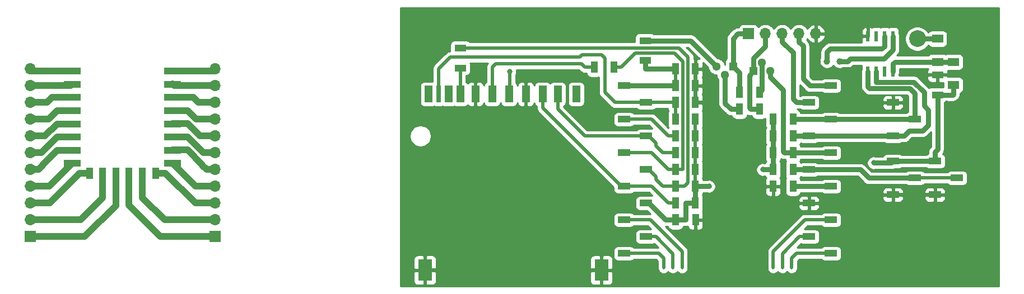
<source format=gbr>
G04 #@! TF.GenerationSoftware,KiCad,Pcbnew,(6.0.0-rc1-dev-689-g9e828e0d9)*
G04 #@! TF.CreationDate,2019-01-24T19:25:52+01:00*
G04 #@! TF.ProjectId,Mainboard_3.0,4D61696E626F6172645F332E302E6B69,rev?*
G04 #@! TF.SameCoordinates,Original*
G04 #@! TF.FileFunction,Copper,L1,Top,Signal*
G04 #@! TF.FilePolarity,Positive*
%FSLAX46Y46*%
G04 Gerber Fmt 4.6, Leading zero omitted, Abs format (unit mm)*
G04 Created by KiCad (PCBNEW (6.0.0-rc1-dev-689-g9e828e0d9)) date 01/24/19 19:25:52*
%MOMM*%
%LPD*%
G01*
G04 APERTURE LIST*
G04 #@! TA.AperFunction,SMDPad,CuDef*
%ADD10R,2.159000X3.302000*%
G04 #@! TD*
G04 #@! TA.AperFunction,SMDPad,CuDef*
%ADD11R,1.270000X2.540000*%
G04 #@! TD*
G04 #@! TA.AperFunction,SMDPad,CuDef*
%ADD12R,0.762000X2.540000*%
G04 #@! TD*
G04 #@! TA.AperFunction,ComponentPad*
%ADD13R,1.300000X1.300000*%
G04 #@! TD*
G04 #@! TA.AperFunction,ComponentPad*
%ADD14C,1.300000*%
G04 #@! TD*
G04 #@! TA.AperFunction,SMDPad,CuDef*
%ADD15R,1.070000X1.800000*%
G04 #@! TD*
G04 #@! TA.AperFunction,ComponentPad*
%ADD16O,1.700000X1.700000*%
G04 #@! TD*
G04 #@! TA.AperFunction,ComponentPad*
%ADD17R,1.700000X1.700000*%
G04 #@! TD*
G04 #@! TA.AperFunction,SMDPad,CuDef*
%ADD18R,2.500000X1.000000*%
G04 #@! TD*
G04 #@! TA.AperFunction,SMDPad,CuDef*
%ADD19R,1.000000X1.800000*%
G04 #@! TD*
G04 #@! TA.AperFunction,SMDPad,CuDef*
%ADD20R,1.800000X1.070000*%
G04 #@! TD*
G04 #@! TA.AperFunction,ComponentPad*
%ADD21C,2.540000*%
G04 #@! TD*
G04 #@! TA.AperFunction,SMDPad,CuDef*
%ADD22R,1.900000X1.000000*%
G04 #@! TD*
G04 #@! TA.AperFunction,SMDPad,CuDef*
%ADD23R,1.700000X1.300000*%
G04 #@! TD*
G04 #@! TA.AperFunction,SMDPad,CuDef*
%ADD24R,0.600000X1.550000*%
G04 #@! TD*
G04 #@! TA.AperFunction,ComponentPad*
%ADD25C,1.000000*%
G04 #@! TD*
G04 #@! TA.AperFunction,ViaPad*
%ADD26C,0.800000*%
G04 #@! TD*
G04 #@! TA.AperFunction,Conductor*
%ADD27C,1.000000*%
G04 #@! TD*
G04 #@! TA.AperFunction,Conductor*
%ADD28C,0.550000*%
G04 #@! TD*
G04 #@! TA.AperFunction,Conductor*
%ADD29C,0.750000*%
G04 #@! TD*
G04 #@! TA.AperFunction,Conductor*
%ADD30C,0.254000*%
G04 #@! TD*
G04 APERTURE END LIST*
D10*
G04 #@! TO.P,J9,13*
G04 #@! TO.N,GND*
X149860000Y-88900000D03*
D11*
G04 #@! TO.P,J9,9*
G04 #@! TO.N,Net-(J9-Pad9)*
X146050000Y-62230000D03*
G04 #@! TO.P,J9,1*
G04 #@! TO.N,GPIO16*
X143256000Y-62230000D03*
G04 #@! TO.P,J9,2*
G04 #@! TO.N,GPIO13*
X140970000Y-62230000D03*
G04 #@! TO.P,J9,3*
G04 #@! TO.N,GND*
X138430000Y-62230000D03*
G04 #@! TO.P,J9,4*
G04 #@! TO.N,3v3*
X135890000Y-62230000D03*
G04 #@! TO.P,J9,5*
G04 #@! TO.N,Net-(J9-Pad5)*
X133350000Y-62230000D03*
G04 #@! TO.P,J9,6*
G04 #@! TO.N,GND*
X130810000Y-62230000D03*
D12*
G04 #@! TO.P,J9,10*
G04 #@! TO.N,ADC*
X125222000Y-62230000D03*
D11*
G04 #@! TO.P,J9,8*
G04 #@! TO.N,Net-(J9-Pad8)*
X126746000Y-62230000D03*
G04 #@! TO.P,J9,11*
G04 #@! TO.N,Net-(J9-Pad11)*
X123698000Y-62230000D03*
G04 #@! TO.P,J9,7*
G04 #@! TO.N,Net-(J9-Pad7)*
X128524000Y-62230000D03*
D10*
G04 #@! TO.P,J9,12*
G04 #@! TO.N,GND*
X123190000Y-88900000D03*
G04 #@! TD*
D13*
G04 #@! TO.P,Q2,1*
G04 #@! TO.N,Net-(J8-Pad2)*
X172847000Y-58737500D03*
D14*
G04 #@! TO.P,Q2,3*
G04 #@! TO.N,GPIO0*
X175387000Y-58737500D03*
G04 #@! TO.P,Q2,2*
G04 #@! TO.N,Net-(Q2-Pad2)*
X174117000Y-57467500D03*
G04 #@! TD*
D13*
G04 #@! TO.P,Q1,1*
G04 #@! TO.N,Net-(J8-Pad1)*
X169799000Y-58039000D03*
D14*
G04 #@! TO.P,Q1,3*
G04 #@! TO.N,Net-(Q1-Pad3)*
X167259000Y-58039000D03*
G04 #@! TO.P,Q1,2*
G04 #@! TO.N,Net-(Q1-Pad2)*
X168529000Y-59309000D03*
G04 #@! TD*
D15*
G04 #@! TO.P,R5,2*
G04 #@! TO.N,GPIO0*
X178816000Y-71120000D03*
G04 #@! TO.P,R5,1*
G04 #@! TO.N,3v3*
X175806000Y-71120000D03*
G04 #@! TD*
G04 #@! TO.P,R4,2*
G04 #@! TO.N,GPIO4*
X178816000Y-68580000D03*
G04 #@! TO.P,R4,1*
G04 #@! TO.N,3v3*
X175806000Y-68580000D03*
G04 #@! TD*
G04 #@! TO.P,R3,2*
G04 #@! TO.N,GPIO5*
X178816000Y-66040000D03*
G04 #@! TO.P,R3,1*
G04 #@! TO.N,3v3*
X175806000Y-66040000D03*
G04 #@! TD*
G04 #@! TO.P,R7,2*
G04 #@! TO.N,Net-(J5-Pad7)*
X178816000Y-76200000D03*
G04 #@! TO.P,R7,1*
G04 #@! TO.N,GND*
X175806000Y-76200000D03*
G04 #@! TD*
G04 #@! TO.P,R6,2*
G04 #@! TO.N,GPIO2*
X178816000Y-73660000D03*
G04 #@! TO.P,R6,1*
G04 #@! TO.N,3v3*
X175806000Y-73660000D03*
G04 #@! TD*
D16*
G04 #@! TO.P,J4,11*
G04 #@! TO.N,Net-(J4-Pad11)*
X91440000Y-58420000D03*
G04 #@! TO.P,J4,10*
G04 #@! TO.N,Net-(J4-Pad10)*
X91440000Y-60960000D03*
G04 #@! TO.P,J4,9*
G04 #@! TO.N,Net-(J4-Pad9)*
X91440000Y-63500000D03*
G04 #@! TO.P,J4,8*
G04 #@! TO.N,Net-(J4-Pad8)*
X91440000Y-66040000D03*
G04 #@! TO.P,J4,7*
G04 #@! TO.N,Net-(J4-Pad7)*
X91440000Y-68580000D03*
G04 #@! TO.P,J4,6*
G04 #@! TO.N,Net-(J4-Pad6)*
X91440000Y-71120000D03*
G04 #@! TO.P,J4,5*
G04 #@! TO.N,Net-(J4-Pad5)*
X91440000Y-73660000D03*
G04 #@! TO.P,J4,4*
G04 #@! TO.N,Net-(J4-Pad4)*
X91440000Y-76200000D03*
G04 #@! TO.P,J4,3*
G04 #@! TO.N,Net-(J4-Pad3)*
X91440000Y-78740000D03*
G04 #@! TO.P,J4,2*
G04 #@! TO.N,Net-(J4-Pad2)*
X91440000Y-81280000D03*
D17*
G04 #@! TO.P,J4,1*
G04 #@! TO.N,Net-(J4-Pad1)*
X91440000Y-83820000D03*
G04 #@! TD*
D18*
G04 #@! TO.P,U1,22*
G04 #@! TO.N,Net-(J4-Pad11)*
X85070000Y-58730000D03*
G04 #@! TO.P,U1,21*
G04 #@! TO.N,Net-(J4-Pad10)*
X85070000Y-60730000D03*
G04 #@! TO.P,U1,20*
G04 #@! TO.N,Net-(J4-Pad9)*
X85070000Y-62730000D03*
G04 #@! TO.P,U1,19*
G04 #@! TO.N,Net-(J4-Pad8)*
X85070000Y-64730000D03*
G04 #@! TO.P,U1,18*
G04 #@! TO.N,Net-(J4-Pad7)*
X85070000Y-66730000D03*
G04 #@! TO.P,U1,17*
G04 #@! TO.N,Net-(J4-Pad6)*
X85070000Y-68730000D03*
G04 #@! TO.P,U1,16*
G04 #@! TO.N,Net-(J4-Pad5)*
X85070000Y-70730000D03*
G04 #@! TO.P,U1,15*
G04 #@! TO.N,Net-(J4-Pad4)*
X85070000Y-72730000D03*
D19*
G04 #@! TO.P,U1,14*
G04 #@! TO.N,Net-(J4-Pad3)*
X82470000Y-74230000D03*
G04 #@! TO.P,U1,13*
G04 #@! TO.N,Net-(J4-Pad2)*
X80470000Y-74230000D03*
G04 #@! TO.P,U1,12*
G04 #@! TO.N,Net-(J4-Pad1)*
X78470000Y-74230000D03*
G04 #@! TO.P,U1,11*
G04 #@! TO.N,Net-(J1-Pad1)*
X76470000Y-74230000D03*
G04 #@! TO.P,U1,10*
G04 #@! TO.N,Net-(J1-Pad2)*
X74470000Y-74230000D03*
G04 #@! TO.P,U1,9*
G04 #@! TO.N,Net-(J1-Pad3)*
X72470000Y-74230000D03*
D18*
G04 #@! TO.P,U1,8*
G04 #@! TO.N,Net-(J1-Pad4)*
X69870000Y-72730000D03*
G04 #@! TO.P,U1,7*
G04 #@! TO.N,Net-(J1-Pad5)*
X69870000Y-70730000D03*
G04 #@! TO.P,U1,6*
G04 #@! TO.N,Net-(J1-Pad6)*
X69870000Y-68730000D03*
G04 #@! TO.P,U1,5*
G04 #@! TO.N,Net-(J1-Pad7)*
X69870000Y-66730000D03*
G04 #@! TO.P,U1,4*
G04 #@! TO.N,Net-(J1-Pad8)*
X69870000Y-64730000D03*
G04 #@! TO.P,U1,3*
G04 #@! TO.N,Net-(J1-Pad9)*
X69870000Y-62730000D03*
G04 #@! TO.P,U1,2*
G04 #@! TO.N,Net-(J1-Pad10)*
X69870000Y-60730000D03*
G04 #@! TO.P,U1,1*
G04 #@! TO.N,Net-(J1-Pad11)*
X69870000Y-58730000D03*
G04 #@! TD*
D20*
G04 #@! TO.P,RJ3,2*
G04 #@! TO.N,GPIO12*
X128524000Y-55245000D03*
G04 #@! TO.P,RJ3,1*
G04 #@! TO.N,Net-(J9-Pad7)*
X128524000Y-58255000D03*
G04 #@! TD*
D21*
G04 #@! TO.P,BT1,1*
G04 #@! TO.N,Net-(BT1-Pad1)*
X197612000Y-53848000D03*
G04 #@! TD*
D20*
G04 #@! TO.P,RJ2,2*
G04 #@! TO.N,RST*
X156464000Y-57131000D03*
G04 #@! TO.P,RJ2,1*
G04 #@! TO.N,Net-(Q1-Pad3)*
X156464000Y-54121000D03*
G04 #@! TD*
D15*
G04 #@! TO.P,RJ1,2*
G04 #@! TO.N,GPIO14*
X151765000Y-58166000D03*
G04 #@! TO.P,RJ1,1*
G04 #@! TO.N,Net-(J9-Pad5)*
X148755000Y-58166000D03*
G04 #@! TD*
D22*
G04 #@! TO.P,J10,2*
G04 #@! TO.N,GPIO5*
X197230000Y-66040000D03*
G04 #@! TO.P,J10,3*
G04 #@! TO.N,GPIO4*
X193930000Y-68580000D03*
G04 #@! TO.P,J10,1*
G04 #@! TO.N,GND*
X193930000Y-63500000D03*
G04 #@! TD*
D15*
G04 #@! TO.P,C1,2*
G04 #@! TO.N,GND*
X164065000Y-60960000D03*
G04 #@! TO.P,C1,1*
G04 #@! TO.N,RST*
X161055000Y-60960000D03*
G04 #@! TD*
G04 #@! TO.P,C2,2*
G04 #@! TO.N,GND*
X164084000Y-81280000D03*
G04 #@! TO.P,C2,1*
G04 #@! TO.N,3v3*
X161074000Y-81280000D03*
G04 #@! TD*
D20*
G04 #@! TO.P,C7,2*
G04 #@! TO.N,GND*
X200660000Y-59309000D03*
G04 #@! TO.P,C7,1*
G04 #@! TO.N,3v3*
X200660000Y-62319000D03*
G04 #@! TD*
D16*
G04 #@! TO.P,J8,5*
G04 #@! TO.N,GND*
X182245000Y-53086000D03*
G04 #@! TO.P,J8,4*
G04 #@! TO.N,TX*
X179705000Y-53086000D03*
G04 #@! TO.P,J8,3*
G04 #@! TO.N,RX*
X177165000Y-53086000D03*
G04 #@! TO.P,J8,2*
G04 #@! TO.N,Net-(J8-Pad2)*
X174625000Y-53086000D03*
D17*
G04 #@! TO.P,J8,1*
G04 #@! TO.N,Net-(J8-Pad1)*
X172085000Y-53086000D03*
G04 #@! TD*
D16*
G04 #@! TO.P,J1,11*
G04 #@! TO.N,Net-(J1-Pad11)*
X63500000Y-58420000D03*
G04 #@! TO.P,J1,10*
G04 #@! TO.N,Net-(J1-Pad10)*
X63500000Y-60960000D03*
G04 #@! TO.P,J1,9*
G04 #@! TO.N,Net-(J1-Pad9)*
X63500000Y-63500000D03*
G04 #@! TO.P,J1,8*
G04 #@! TO.N,Net-(J1-Pad8)*
X63500000Y-66040000D03*
G04 #@! TO.P,J1,7*
G04 #@! TO.N,Net-(J1-Pad7)*
X63500000Y-68580000D03*
G04 #@! TO.P,J1,6*
G04 #@! TO.N,Net-(J1-Pad6)*
X63500000Y-71120000D03*
G04 #@! TO.P,J1,5*
G04 #@! TO.N,Net-(J1-Pad5)*
X63500000Y-73660000D03*
G04 #@! TO.P,J1,4*
G04 #@! TO.N,Net-(J1-Pad4)*
X63500000Y-76200000D03*
G04 #@! TO.P,J1,3*
G04 #@! TO.N,Net-(J1-Pad3)*
X63500000Y-78740000D03*
G04 #@! TO.P,J1,2*
G04 #@! TO.N,Net-(J1-Pad2)*
X63500000Y-81280000D03*
D17*
G04 #@! TO.P,J1,1*
G04 #@! TO.N,Net-(J1-Pad1)*
X63500000Y-83820000D03*
G04 #@! TD*
D22*
G04 #@! TO.P,J6,2*
G04 #@! TO.N,GPIO2*
X203580000Y-74930000D03*
G04 #@! TO.P,J6,3*
G04 #@! TO.N,GND*
X200280000Y-77470000D03*
G04 #@! TO.P,J6,1*
G04 #@! TO.N,3v3*
X200280000Y-72390000D03*
G04 #@! TD*
G04 #@! TO.P,J7,2*
G04 #@! TO.N,GPIO2*
X197230000Y-74930000D03*
G04 #@! TO.P,J7,3*
G04 #@! TO.N,GND*
X193930000Y-77470000D03*
G04 #@! TO.P,J7,1*
G04 #@! TO.N,3v3*
X193930000Y-72390000D03*
G04 #@! TD*
G04 #@! TO.P,J2,10*
G04 #@! TO.N,Net-(J2-Pad10)*
X156590000Y-83820000D03*
G04 #@! TO.P,J2,8*
G04 #@! TO.N,3v3*
X156590000Y-78740000D03*
G04 #@! TO.P,J2,6*
G04 #@! TO.N,GPIO12*
X156590000Y-73660000D03*
G04 #@! TO.P,J2,4*
G04 #@! TO.N,GPIO16*
X156590000Y-68580000D03*
G04 #@! TO.P,J2,2*
G04 #@! TO.N,ADC*
X156590000Y-63500000D03*
G04 #@! TO.P,J2,11*
G04 #@! TO.N,Net-(J2-Pad11)*
X153290000Y-86360000D03*
G04 #@! TO.P,J2,9*
G04 #@! TO.N,Net-(J2-Pad9)*
X153290000Y-81280000D03*
G04 #@! TO.P,J2,7*
G04 #@! TO.N,GPIO13*
X153290000Y-76200000D03*
G04 #@! TO.P,J2,5*
G04 #@! TO.N,GPIO14*
X153290000Y-71120000D03*
G04 #@! TO.P,J2,3*
G04 #@! TO.N,Net-(J2-Pad3)*
X153290000Y-66040000D03*
G04 #@! TO.P,J2,1*
G04 #@! TO.N,RST*
X153290000Y-60960000D03*
G04 #@! TD*
G04 #@! TO.P,J5,11*
G04 #@! TO.N,Net-(J5-Pad11)*
X184530000Y-86360000D03*
G04 #@! TO.P,J5,9*
G04 #@! TO.N,Net-(J5-Pad9)*
X184530000Y-81280000D03*
G04 #@! TO.P,J5,7*
G04 #@! TO.N,Net-(J5-Pad7)*
X184530000Y-76200000D03*
G04 #@! TO.P,J5,5*
G04 #@! TO.N,GPIO0*
X184530000Y-71120000D03*
G04 #@! TO.P,J5,3*
G04 #@! TO.N,GPIO5*
X184530000Y-66040000D03*
G04 #@! TO.P,J5,1*
G04 #@! TO.N,TX*
X184530000Y-60960000D03*
G04 #@! TO.P,J5,10*
G04 #@! TO.N,Net-(J5-Pad10)*
X181230000Y-83820000D03*
G04 #@! TO.P,J5,8*
G04 #@! TO.N,GND*
X181230000Y-78740000D03*
G04 #@! TO.P,J5,6*
G04 #@! TO.N,GPIO2*
X181230000Y-73660000D03*
G04 #@! TO.P,J5,4*
G04 #@! TO.N,GPIO4*
X181230000Y-68580000D03*
G04 #@! TO.P,J5,2*
G04 #@! TO.N,RX*
X181230000Y-63500000D03*
G04 #@! TD*
D23*
G04 #@! TO.P,D4,2*
G04 #@! TO.N,Net-(BT1-Pad1)*
X200660000Y-53848000D03*
G04 #@! TO.P,D4,1*
G04 #@! TO.N,Net-(D4-Pad1)*
X200660000Y-57348000D03*
G04 #@! TD*
G04 #@! TO.P,D5,2*
G04 #@! TO.N,3v3*
X203073000Y-60848000D03*
G04 #@! TO.P,D5,1*
G04 #@! TO.N,Net-(D4-Pad1)*
X203073000Y-57348000D03*
G04 #@! TD*
D24*
G04 #@! TO.P,U3,8*
G04 #@! TO.N,Net-(D4-Pad1)*
X193929000Y-58834000D03*
G04 #@! TO.P,U3,7*
G04 #@! TO.N,Net-(U3-Pad7)*
X192659000Y-58834000D03*
G04 #@! TO.P,U3,6*
G04 #@! TO.N,GPIO4*
X191389000Y-58834000D03*
G04 #@! TO.P,U3,5*
G04 #@! TO.N,GPIO5*
X190119000Y-58834000D03*
G04 #@! TO.P,U3,4*
G04 #@! TO.N,GND*
X190119000Y-53434000D03*
G04 #@! TO.P,U3,3*
G04 #@! TO.N,Net-(U3-Pad3)*
X191389000Y-53434000D03*
G04 #@! TO.P,U3,2*
G04 #@! TO.N,Net-(U3-Pad2)*
X192659000Y-53434000D03*
G04 #@! TO.P,U3,1*
G04 #@! TO.N,Net-(U3-Pad1)*
X193929000Y-53434000D03*
G04 #@! TD*
D15*
G04 #@! TO.P,R10,2*
G04 #@! TO.N,GPIO13*
X161055000Y-78740000D03*
G04 #@! TO.P,R10,1*
G04 #@! TO.N,3v3*
X164065000Y-78740000D03*
G04 #@! TD*
G04 #@! TO.P,R15,2*
G04 #@! TO.N,GND*
X164065000Y-63500000D03*
G04 #@! TO.P,R15,1*
G04 #@! TO.N,ADC*
X161055000Y-63500000D03*
G04 #@! TD*
G04 #@! TO.P,R14,2*
G04 #@! TO.N,ADC*
X161055000Y-66040000D03*
G04 #@! TO.P,R14,1*
G04 #@! TO.N,3v3*
X164065000Y-66040000D03*
G04 #@! TD*
G04 #@! TO.P,R13,2*
G04 #@! TO.N,Net-(J8-Pad1)*
X170726000Y-61976000D03*
G04 #@! TO.P,R13,1*
G04 #@! TO.N,Net-(Q2-Pad2)*
X173736000Y-61976000D03*
G04 #@! TD*
G04 #@! TO.P,R12,2*
G04 #@! TO.N,Net-(J8-Pad2)*
X173736000Y-64516000D03*
G04 #@! TO.P,R12,1*
G04 #@! TO.N,Net-(Q1-Pad2)*
X170726000Y-64516000D03*
G04 #@! TD*
G04 #@! TO.P,R9,2*
G04 #@! TO.N,GPIO14*
X161055000Y-73660000D03*
G04 #@! TO.P,R9,1*
G04 #@! TO.N,3v3*
X164065000Y-73660000D03*
G04 #@! TD*
G04 #@! TO.P,R8,2*
G04 #@! TO.N,GPIO12*
X161055000Y-76200000D03*
G04 #@! TO.P,R8,1*
G04 #@! TO.N,3v3*
X164065000Y-76200000D03*
G04 #@! TD*
G04 #@! TO.P,R1,2*
G04 #@! TO.N,RST*
X161055000Y-58420000D03*
G04 #@! TO.P,R1,1*
G04 #@! TO.N,GND*
X164065000Y-58420000D03*
G04 #@! TD*
G04 #@! TO.P,R11,2*
G04 #@! TO.N,GPIO16*
X161055000Y-71120000D03*
G04 #@! TO.P,R11,1*
G04 #@! TO.N,3v3*
X164065000Y-71120000D03*
G04 #@! TD*
G04 #@! TO.P,R2,2*
G04 #@! TO.N,Net-(J2-Pad3)*
X161055000Y-68580000D03*
G04 #@! TO.P,R2,1*
G04 #@! TO.N,3v3*
X164065000Y-68580000D03*
G04 #@! TD*
D25*
G04 #@! TO.P,Y1,2*
G04 #@! TO.N,Net-(U3-Pad2)*
X183962000Y-57242000D03*
G04 #@! TO.P,Y1,1*
G04 #@! TO.N,Net-(U3-Pad1)*
X185862000Y-57242000D03*
G04 #@! TD*
D26*
G04 #@! TO.N,GND*
X138430000Y-58928000D03*
X165862000Y-63500000D03*
G04 #@! TO.N,3v3*
X191008000Y-72644000D03*
X174244000Y-73660000D03*
X166116000Y-76200000D03*
X136017000Y-58801000D03*
G04 #@! TD*
D27*
G04 #@! TO.N,Net-(J1-Pad1)*
X71755000Y-83820000D02*
X76470000Y-79105000D01*
X76470000Y-79105000D02*
X76470000Y-74230000D01*
X63500000Y-83820000D02*
X71755000Y-83820000D01*
G04 #@! TO.N,Net-(J1-Pad2)*
X71120000Y-81280000D02*
X74470000Y-77930000D01*
X74470000Y-77930000D02*
X74470000Y-74230000D01*
X71120000Y-81280000D02*
X63500000Y-81280000D01*
G04 #@! TO.N,Net-(J1-Pad3)*
X72470000Y-74230000D02*
X70970000Y-74230000D01*
X70970000Y-74230000D02*
X66460000Y-78740000D01*
X66460000Y-78740000D02*
X64702081Y-78740000D01*
X64702081Y-78740000D02*
X63500000Y-78740000D01*
G04 #@! TO.N,Net-(J1-Pad4)*
X69870000Y-72730000D02*
X66400000Y-76200000D01*
X66400000Y-76200000D02*
X63500000Y-76200000D01*
G04 #@! TO.N,Net-(J1-Pad5)*
X65405000Y-73025000D02*
X64770000Y-73660000D01*
X64770000Y-73660000D02*
X63500000Y-73660000D01*
X65405000Y-72945000D02*
X65405000Y-73025000D01*
X69870000Y-70730000D02*
X67620000Y-70730000D01*
X67620000Y-70730000D02*
X65405000Y-72945000D01*
G04 #@! TO.N,Net-(J1-Pad6)*
X69870000Y-68730000D02*
X67620000Y-68730000D01*
X67620000Y-68730000D02*
X65230000Y-71120000D01*
X65230000Y-71120000D02*
X64702081Y-71120000D01*
X64702081Y-71120000D02*
X63500000Y-71120000D01*
G04 #@! TO.N,Net-(J1-Pad7)*
X69870000Y-66730000D02*
X67620000Y-66730000D01*
X67620000Y-66730000D02*
X65770000Y-68580000D01*
X65770000Y-68580000D02*
X64702081Y-68580000D01*
X64702081Y-68580000D02*
X63500000Y-68580000D01*
G04 #@! TO.N,Net-(J1-Pad8)*
X66310000Y-66040000D02*
X63500000Y-66040000D01*
X69870000Y-64730000D02*
X67620000Y-64730000D01*
X67620000Y-64730000D02*
X66310000Y-66040000D01*
D28*
G04 #@! TO.N,GND*
X193930000Y-77470000D02*
X200280000Y-77470000D01*
X138430000Y-60410000D02*
X138430000Y-58928000D01*
X138430000Y-62230000D02*
X138430000Y-60410000D01*
X164065000Y-63500000D02*
X165862000Y-63500000D01*
X130810000Y-88900000D02*
X149860000Y-88900000D01*
X124819500Y-88900000D02*
X130810000Y-88900000D01*
X123190000Y-88900000D02*
X124819500Y-88900000D01*
X164065000Y-58420000D02*
X164065000Y-60960000D01*
X164065000Y-63500000D02*
X164065000Y-60960000D01*
G04 #@! TO.N,Net-(J2-Pad3)*
X161055000Y-68580000D02*
X159970000Y-68580000D01*
X159970000Y-68580000D02*
X157430000Y-66040000D01*
X157430000Y-66040000D02*
X154790000Y-66040000D01*
X154790000Y-66040000D02*
X153290000Y-66040000D01*
G04 #@! TO.N,GPIO16*
X143256000Y-64516000D02*
X147320000Y-68580000D01*
X147320000Y-68580000D02*
X156590000Y-68580000D01*
X143256000Y-62230000D02*
X143256000Y-64516000D01*
X161055000Y-71120000D02*
X159130000Y-71120000D01*
X159130000Y-71120000D02*
X158090000Y-70080000D01*
X158090000Y-70080000D02*
X158090000Y-69630000D01*
X158090000Y-69630000D02*
X157040000Y-68580000D01*
X157040000Y-68580000D02*
X156590000Y-68580000D01*
G04 #@! TO.N,GPIO13*
X140970000Y-64330000D02*
X152840000Y-76200000D01*
X152840000Y-76200000D02*
X153290000Y-76200000D01*
X140970000Y-62230000D02*
X140970000Y-64330000D01*
X161055000Y-78740000D02*
X159970000Y-78740000D01*
X159970000Y-78740000D02*
X157430000Y-76200000D01*
X157430000Y-76200000D02*
X154790000Y-76200000D01*
X154790000Y-76200000D02*
X153290000Y-76200000D01*
D29*
G04 #@! TO.N,3v3*
X162560000Y-78740000D02*
X164065000Y-78740000D01*
X162560000Y-81280000D02*
X162560000Y-78740000D01*
X161074000Y-81280000D02*
X162560000Y-81280000D01*
X159580000Y-81280000D02*
X161074000Y-81280000D01*
X156590000Y-78740000D02*
X157040000Y-78740000D01*
X157040000Y-78740000D02*
X159580000Y-81280000D01*
X164065000Y-78828998D02*
X164065000Y-77850000D01*
X164065000Y-77850000D02*
X164065000Y-76200000D01*
X191008000Y-72644000D02*
X193676000Y-72644000D01*
X193676000Y-72644000D02*
X193930000Y-72390000D01*
X174244000Y-73660000D02*
X175806000Y-73660000D01*
X164065000Y-76200000D02*
X166116000Y-76200000D01*
X175806000Y-73660000D02*
X175806000Y-71120000D01*
X175806000Y-71120000D02*
X175806000Y-68580000D01*
X175806000Y-66040000D02*
X175806000Y-68580000D01*
X202348000Y-62357000D02*
X202964000Y-62357000D01*
X202964000Y-62357000D02*
X203073000Y-62248000D01*
X203073000Y-62248000D02*
X203073000Y-60848000D01*
X200660000Y-62319000D02*
X202310000Y-62319000D01*
X202310000Y-62319000D02*
X202348000Y-62357000D01*
X200660000Y-70612000D02*
X200280000Y-70992000D01*
X200280000Y-70992000D02*
X200280000Y-72390000D01*
X200660000Y-69342000D02*
X200660000Y-70612000D01*
X193930000Y-72390000D02*
X200280000Y-72390000D01*
X200660000Y-62319000D02*
X200660000Y-69342000D01*
D28*
X200660000Y-72010000D02*
X200280000Y-72390000D01*
X136017000Y-58801000D02*
X136017000Y-62103000D01*
X136017000Y-62103000D02*
X135890000Y-62230000D01*
X164065000Y-73660000D02*
X164065000Y-76200000D01*
X164065000Y-71120000D02*
X164065000Y-73660000D01*
X164065000Y-68580000D02*
X164065000Y-71120000D01*
X164065000Y-66040000D02*
X164065000Y-68580000D01*
G04 #@! TO.N,GPIO14*
X162179000Y-73621000D02*
X162140000Y-73660000D01*
X162140000Y-73660000D02*
X161055000Y-73660000D01*
X162179000Y-57253998D02*
X162179000Y-73621000D01*
X160932002Y-56007000D02*
X162179000Y-57253998D01*
X155009000Y-56007000D02*
X160932002Y-56007000D01*
X152850000Y-58166000D02*
X155009000Y-56007000D01*
X151765000Y-58166000D02*
X152850000Y-58166000D01*
X161055000Y-73660000D02*
X159970000Y-73660000D01*
X159970000Y-73660000D02*
X157430000Y-71120000D01*
X157430000Y-71120000D02*
X154790000Y-71120000D01*
X154790000Y-71120000D02*
X153290000Y-71120000D01*
G04 #@! TO.N,ADC*
X146558000Y-56642000D02*
X146939000Y-56261000D01*
X146939000Y-56261000D02*
X149860000Y-56261000D01*
X127000000Y-56642000D02*
X146558000Y-56642000D01*
X125222000Y-62230000D02*
X125222000Y-58420000D01*
X125222000Y-58420000D02*
X127000000Y-56642000D01*
X150368000Y-56769000D02*
X150368000Y-61976000D01*
X149860000Y-56261000D02*
X150368000Y-56769000D01*
X150368000Y-61976000D02*
X151892000Y-63500000D01*
X151892000Y-63500000D02*
X156590000Y-63500000D01*
X156590000Y-63500000D02*
X161055000Y-63500000D01*
X161055000Y-66040000D02*
X161055000Y-63500000D01*
G04 #@! TO.N,GPIO12*
X161544000Y-55245000D02*
X162941000Y-56642000D01*
X128524000Y-55245000D02*
X161544000Y-55245000D01*
X162941000Y-56642000D02*
X162941000Y-75692000D01*
X162941000Y-75692000D02*
X162433000Y-76200000D01*
X162433000Y-76200000D02*
X161055000Y-76200000D01*
X161055000Y-76200000D02*
X159130000Y-76200000D01*
X159130000Y-76200000D02*
X158090000Y-75160000D01*
X158090000Y-75160000D02*
X158090000Y-74710000D01*
X158090000Y-74710000D02*
X157040000Y-73660000D01*
X157040000Y-73660000D02*
X156590000Y-73660000D01*
D29*
G04 #@! TO.N,GPIO4*
X195630000Y-68580000D02*
X193930000Y-68580000D01*
X197042990Y-60390990D02*
X198628000Y-61976000D01*
X191389000Y-58834000D02*
X191389000Y-60359000D01*
X196392000Y-67818000D02*
X195630000Y-68580000D01*
X191420990Y-60390990D02*
X197042990Y-60390990D01*
X198374000Y-67818000D02*
X196392000Y-67818000D01*
X199263000Y-64643000D02*
X199263000Y-66929000D01*
X198628000Y-61976000D02*
X198628000Y-64008000D01*
X199263000Y-66929000D02*
X198374000Y-67818000D01*
X198628000Y-64008000D02*
X199263000Y-64643000D01*
X191389000Y-60359000D02*
X191420990Y-60390990D01*
X181230000Y-68580000D02*
X193930000Y-68580000D01*
X178816000Y-68580000D02*
X181230000Y-68580000D01*
G04 #@! TO.N,GPIO5*
X190119000Y-61087000D02*
X190373000Y-61341000D01*
X190373000Y-61341000D02*
X196469000Y-61341000D01*
X197230000Y-64314998D02*
X197230000Y-66040000D01*
X190119000Y-58834000D02*
X190119000Y-61087000D01*
X197230000Y-62102000D02*
X197230000Y-64314998D01*
X196469000Y-61341000D02*
X197230000Y-62102000D01*
X184530000Y-66040000D02*
X197230000Y-66040000D01*
X178816000Y-66040000D02*
X184530000Y-66040000D01*
G04 #@! TO.N,RST*
X156464000Y-58416000D02*
X159966000Y-58416000D01*
X159966000Y-58416000D02*
X159970000Y-58420000D01*
X159970000Y-58420000D02*
X161036000Y-58420000D01*
X161036000Y-58420000D02*
X161055000Y-58420000D01*
X156464000Y-57131000D02*
X156464000Y-58416000D01*
X156464000Y-58416000D02*
X156468000Y-58420000D01*
X153290000Y-60960000D02*
X161055000Y-60960000D01*
D28*
X161055000Y-58420000D02*
X161055000Y-60960000D01*
D29*
G04 #@! TO.N,GPIO2*
X178816000Y-73660000D02*
X181230000Y-73660000D01*
X188976000Y-73660000D02*
X181230000Y-73660000D01*
X190246000Y-74930000D02*
X188976000Y-73660000D01*
X197230000Y-74930000D02*
X190246000Y-74930000D01*
D28*
X197230000Y-74930000D02*
X198730000Y-74930000D01*
X198730000Y-74930000D02*
X203580000Y-74930000D01*
D29*
G04 #@! TO.N,Net-(J5-Pad7)*
X178816000Y-76200000D02*
X184530000Y-76200000D01*
G04 #@! TO.N,Net-(Q1-Pad2)*
X168529000Y-59309000D02*
X168529000Y-63604000D01*
X168529000Y-63604000D02*
X169441000Y-64516000D01*
X169441000Y-64516000D02*
X170726000Y-64516000D01*
G04 #@! TO.N,Net-(J8-Pad2)*
X172847000Y-56769000D02*
X174625000Y-54991000D01*
X174625000Y-54991000D02*
X174625000Y-53086000D01*
X172847000Y-58737500D02*
X172847000Y-56769000D01*
X172451000Y-64516000D02*
X172212000Y-64277000D01*
X173736000Y-64516000D02*
X172451000Y-64516000D01*
X172212000Y-64277000D02*
X172212000Y-59372500D01*
X172212000Y-59372500D02*
X172847000Y-58737500D01*
G04 #@! TO.N,Net-(Q2-Pad2)*
X174117000Y-57467500D02*
X174117000Y-61595000D01*
X174117000Y-61595000D02*
X173736000Y-61976000D01*
D27*
G04 #@! TO.N,Net-(J1-Pad9)*
X66810000Y-62730000D02*
X66040000Y-63500000D01*
X66040000Y-63500000D02*
X63500000Y-63500000D01*
X69870000Y-62730000D02*
X66810000Y-62730000D01*
G04 #@! TO.N,Net-(J1-Pad10)*
X63500000Y-60960000D02*
X69640000Y-60960000D01*
X69640000Y-60960000D02*
X69870000Y-60730000D01*
G04 #@! TO.N,Net-(J1-Pad11)*
X69870000Y-58730000D02*
X63810000Y-58730000D01*
X63810000Y-58730000D02*
X63500000Y-58420000D01*
G04 #@! TO.N,Net-(J4-Pad11)*
X85076376Y-58698003D02*
X91136376Y-58698003D01*
X91136376Y-58698003D02*
X91446376Y-58388003D01*
G04 #@! TO.N,Net-(J4-Pad10)*
X91446376Y-60928003D02*
X85306376Y-60928003D01*
X85306376Y-60928003D02*
X85076376Y-60698003D01*
G04 #@! TO.N,Net-(J4-Pad9)*
X88136376Y-62698003D02*
X88906376Y-63468003D01*
X88906376Y-63468003D02*
X91446376Y-63468003D01*
X85076376Y-62698003D02*
X88136376Y-62698003D01*
G04 #@! TO.N,Net-(J4-Pad8)*
X88636376Y-66008003D02*
X91446376Y-66008003D01*
X85076376Y-64698003D02*
X87326376Y-64698003D01*
X87326376Y-64698003D02*
X88636376Y-66008003D01*
G04 #@! TO.N,Net-(J4-Pad7)*
X87326376Y-66698003D02*
X89176376Y-68548003D01*
X85076376Y-66698003D02*
X87326376Y-66698003D01*
X90244295Y-68548003D02*
X91446376Y-68548003D01*
X89176376Y-68548003D02*
X90244295Y-68548003D01*
G04 #@! TO.N,Net-(J4-Pad6)*
X85076376Y-68698003D02*
X87326376Y-68698003D01*
X90244295Y-71088003D02*
X91446376Y-71088003D01*
X89716376Y-71088003D02*
X90244295Y-71088003D01*
X87326376Y-68698003D02*
X89716376Y-71088003D01*
G04 #@! TO.N,Net-(J4-Pad5)*
X85076376Y-70698003D02*
X87326376Y-70698003D01*
X87326376Y-70698003D02*
X89541376Y-72913003D01*
X89541376Y-72913003D02*
X89541376Y-72993003D01*
X89541376Y-72993003D02*
X90176376Y-73628003D01*
X90176376Y-73628003D02*
X91446376Y-73628003D01*
G04 #@! TO.N,Net-(J4-Pad4)*
X85076376Y-72698003D02*
X88546376Y-76168003D01*
X88546376Y-76168003D02*
X91446376Y-76168003D01*
G04 #@! TO.N,Net-(J4-Pad3)*
X90244295Y-78708003D02*
X91446376Y-78708003D01*
X82476376Y-74198003D02*
X83976376Y-74198003D01*
X83976376Y-74198003D02*
X88486376Y-78708003D01*
X88486376Y-78708003D02*
X90244295Y-78708003D01*
G04 #@! TO.N,Net-(J4-Pad2)*
X83826376Y-81248003D02*
X91446376Y-81248003D01*
X83826376Y-81248003D02*
X80476376Y-77898003D01*
X80476376Y-77898003D02*
X80476376Y-74198003D01*
G04 #@! TO.N,Net-(J4-Pad1)*
X78476376Y-79073003D02*
X78476376Y-74198003D01*
X83191376Y-83788003D02*
X78476376Y-79073003D01*
X91446376Y-83788003D02*
X83191376Y-83788003D01*
D29*
G04 #@! TO.N,GPIO0*
X178816000Y-71120000D02*
X184530000Y-71120000D01*
X175387000Y-58737500D02*
X175387000Y-59656738D01*
X175387000Y-59656738D02*
X177292000Y-61561738D01*
X177292000Y-61561738D02*
X177292000Y-70881000D01*
X177292000Y-70881000D02*
X177531000Y-71120000D01*
X177531000Y-71120000D02*
X178816000Y-71120000D01*
G04 #@! TO.N,Net-(U3-Pad1)*
X192532000Y-56896000D02*
X193929000Y-55499000D01*
X193929000Y-55499000D02*
X193929000Y-53434000D01*
X187452000Y-56896000D02*
X192532000Y-56896000D01*
X187106000Y-57242000D02*
X187452000Y-56896000D01*
X185862000Y-57242000D02*
X187106000Y-57242000D01*
G04 #@! TO.N,Net-(U3-Pad2)*
X183962000Y-55814000D02*
X183962000Y-57242000D01*
X192246000Y-55372000D02*
X184404000Y-55372000D01*
X184404000Y-55372000D02*
X183962000Y-55814000D01*
X192659000Y-53434000D02*
X192659000Y-54959000D01*
X192659000Y-54959000D02*
X192246000Y-55372000D01*
G04 #@! TO.N,Net-(D4-Pad1)*
X193929000Y-57658000D02*
X193929000Y-58834000D01*
X200660000Y-57348000D02*
X194239000Y-57348000D01*
X194239000Y-57348000D02*
X193929000Y-57658000D01*
X200660000Y-57348000D02*
X203073000Y-57348000D01*
G04 #@! TO.N,Net-(BT1-Pad1)*
X197612000Y-53848000D02*
X200660000Y-53848000D01*
G04 #@! TO.N,RX*
X178816000Y-62992000D02*
X179324000Y-63500000D01*
X179324000Y-63500000D02*
X181230000Y-63500000D01*
X178816000Y-55939081D02*
X178816000Y-62992000D01*
X177165000Y-53086000D02*
X177165000Y-54288081D01*
X177165000Y-54288081D02*
X178816000Y-55939081D01*
G04 #@! TO.N,TX*
X180340000Y-59944000D02*
X181356000Y-60960000D01*
X181356000Y-60960000D02*
X184530000Y-60960000D01*
X180340000Y-54923081D02*
X180340000Y-59944000D01*
X179705000Y-53086000D02*
X179705000Y-54288081D01*
X179705000Y-54288081D02*
X180340000Y-54923081D01*
D28*
G04 #@! TO.N,Net-(J9-Pad5)*
X133350000Y-58166000D02*
X133858000Y-57658000D01*
X133350000Y-62230000D02*
X133350000Y-58166000D01*
X133858000Y-57658000D02*
X146812000Y-57658000D01*
X146812000Y-57658000D02*
X147320000Y-58166000D01*
X147320000Y-58166000D02*
X148755000Y-58166000D01*
D29*
G04 #@! TO.N,Net-(Q1-Pad3)*
X156464000Y-54121000D02*
X163341000Y-54121000D01*
X163341000Y-54121000D02*
X167259000Y-58039000D01*
G04 #@! TO.N,Net-(J8-Pad1)*
X169799000Y-58039000D02*
X170726000Y-58966000D01*
X170726000Y-58966000D02*
X170726000Y-61976000D01*
X169799000Y-58039000D02*
X169799000Y-53772000D01*
X169799000Y-53772000D02*
X170485000Y-53086000D01*
X170485000Y-53086000D02*
X172085000Y-53086000D01*
D28*
G04 #@! TO.N,Net-(J9-Pad7)*
X128524000Y-58255000D02*
X128524000Y-62230000D01*
G04 #@! TO.N,Net-(J2-Pad9)*
X162052000Y-86106000D02*
X162052000Y-88519000D01*
X157226000Y-81280000D02*
X162052000Y-86106000D01*
X154790000Y-81280000D02*
X157226000Y-81280000D01*
X153290000Y-81280000D02*
X154790000Y-81280000D01*
G04 #@! TO.N,Net-(J2-Pad11)*
X159258000Y-87122000D02*
X159258000Y-88519000D01*
X158496000Y-86360000D02*
X159258000Y-87122000D01*
X153290000Y-86360000D02*
X158496000Y-86360000D01*
G04 #@! TO.N,Net-(J2-Pad10)*
X160655000Y-86385000D02*
X160655000Y-88519000D01*
X156590000Y-83820000D02*
X158090000Y-83820000D01*
X158090000Y-83820000D02*
X160655000Y-86385000D01*
G04 #@! TO.N,Net-(J5-Pad11)*
X179381862Y-86358999D02*
X178619862Y-87120999D01*
X184587862Y-86358999D02*
X179381862Y-86358999D01*
X178619862Y-87120999D02*
X178619862Y-88517999D01*
G04 #@! TO.N,Net-(J5-Pad9)*
X184587862Y-81278999D02*
X183087862Y-81278999D01*
X183087862Y-81278999D02*
X180651862Y-81278999D01*
X175825862Y-86104999D02*
X175825862Y-88517999D01*
X180651862Y-81278999D02*
X175825862Y-86104999D01*
G04 #@! TO.N,Net-(J5-Pad10)*
X181287862Y-83818999D02*
X179787862Y-83818999D01*
X177222862Y-86383999D02*
X177222862Y-88517999D01*
X179787862Y-83818999D02*
X177222862Y-86383999D01*
G04 #@! TD*
D30*
G04 #@! TO.N,GND*
G36*
X209931000Y-91313000D02*
X119507000Y-91313000D01*
X119507000Y-89185750D01*
X121475500Y-89185750D01*
X121475500Y-90613542D01*
X121499903Y-90736223D01*
X121547770Y-90851785D01*
X121617263Y-90955789D01*
X121705711Y-91044237D01*
X121809715Y-91113730D01*
X121925277Y-91161597D01*
X122047958Y-91186000D01*
X122904250Y-91186000D01*
X123063000Y-91027250D01*
X123063000Y-89027000D01*
X123317000Y-89027000D01*
X123317000Y-91027250D01*
X123475750Y-91186000D01*
X124332042Y-91186000D01*
X124454723Y-91161597D01*
X124570285Y-91113730D01*
X124674289Y-91044237D01*
X124762737Y-90955789D01*
X124832230Y-90851785D01*
X124880097Y-90736223D01*
X124904500Y-90613542D01*
X124904500Y-89185750D01*
X148145500Y-89185750D01*
X148145500Y-90613542D01*
X148169903Y-90736223D01*
X148217770Y-90851785D01*
X148287263Y-90955789D01*
X148375711Y-91044237D01*
X148479715Y-91113730D01*
X148595277Y-91161597D01*
X148717958Y-91186000D01*
X149574250Y-91186000D01*
X149733000Y-91027250D01*
X149733000Y-89027000D01*
X149987000Y-89027000D01*
X149987000Y-91027250D01*
X150145750Y-91186000D01*
X151002042Y-91186000D01*
X151124723Y-91161597D01*
X151240285Y-91113730D01*
X151344289Y-91044237D01*
X151432737Y-90955789D01*
X151502230Y-90851785D01*
X151550097Y-90736223D01*
X151574500Y-90613542D01*
X151574500Y-89185750D01*
X151415750Y-89027000D01*
X149987000Y-89027000D01*
X149733000Y-89027000D01*
X148304250Y-89027000D01*
X148145500Y-89185750D01*
X124904500Y-89185750D01*
X124745750Y-89027000D01*
X123317000Y-89027000D01*
X123063000Y-89027000D01*
X121634250Y-89027000D01*
X121475500Y-89185750D01*
X119507000Y-89185750D01*
X119507000Y-87186458D01*
X121475500Y-87186458D01*
X121475500Y-88614250D01*
X121634250Y-88773000D01*
X123063000Y-88773000D01*
X123063000Y-86772750D01*
X123317000Y-86772750D01*
X123317000Y-88773000D01*
X124745750Y-88773000D01*
X124904500Y-88614250D01*
X124904500Y-87186458D01*
X148145500Y-87186458D01*
X148145500Y-88614250D01*
X148304250Y-88773000D01*
X149733000Y-88773000D01*
X149733000Y-86772750D01*
X149987000Y-86772750D01*
X149987000Y-88773000D01*
X151415750Y-88773000D01*
X151574500Y-88614250D01*
X151574500Y-87186458D01*
X151550097Y-87063777D01*
X151502230Y-86948215D01*
X151432737Y-86844211D01*
X151344289Y-86755763D01*
X151240285Y-86686270D01*
X151124723Y-86638403D01*
X151002042Y-86614000D01*
X150145750Y-86614000D01*
X149987000Y-86772750D01*
X149733000Y-86772750D01*
X149574250Y-86614000D01*
X148717958Y-86614000D01*
X148595277Y-86638403D01*
X148479715Y-86686270D01*
X148375711Y-86755763D01*
X148287263Y-86844211D01*
X148217770Y-86948215D01*
X148169903Y-87063777D01*
X148145500Y-87186458D01*
X124904500Y-87186458D01*
X124880097Y-87063777D01*
X124832230Y-86948215D01*
X124762737Y-86844211D01*
X124674289Y-86755763D01*
X124570285Y-86686270D01*
X124454723Y-86638403D01*
X124332042Y-86614000D01*
X123475750Y-86614000D01*
X123317000Y-86772750D01*
X123063000Y-86772750D01*
X122904250Y-86614000D01*
X122047958Y-86614000D01*
X121925277Y-86638403D01*
X121809715Y-86686270D01*
X121705711Y-86755763D01*
X121617263Y-86844211D01*
X121547770Y-86948215D01*
X121499903Y-87063777D01*
X121475500Y-87186458D01*
X119507000Y-87186458D01*
X119507000Y-68418967D01*
X120879483Y-68418967D01*
X120879483Y-68741033D01*
X120942315Y-69056912D01*
X121065565Y-69354463D01*
X121244496Y-69622252D01*
X121472231Y-69849987D01*
X121740020Y-70028918D01*
X122037571Y-70152168D01*
X122353450Y-70215000D01*
X122675516Y-70215000D01*
X122991395Y-70152168D01*
X123288946Y-70028918D01*
X123556735Y-69849987D01*
X123784470Y-69622252D01*
X123963401Y-69354463D01*
X124086651Y-69056912D01*
X124149483Y-68741033D01*
X124149483Y-68418967D01*
X124086651Y-68103088D01*
X123963401Y-67805537D01*
X123784470Y-67537748D01*
X123556735Y-67310013D01*
X123288946Y-67131082D01*
X122991395Y-67007832D01*
X122675516Y-66945000D01*
X122353450Y-66945000D01*
X122037571Y-67007832D01*
X121740020Y-67131082D01*
X121472231Y-67310013D01*
X121244496Y-67537748D01*
X121065565Y-67805537D01*
X120942315Y-68103088D01*
X120879483Y-68418967D01*
X119507000Y-68418967D01*
X119507000Y-60960000D01*
X122424928Y-60960000D01*
X122424928Y-63500000D01*
X122437188Y-63624482D01*
X122473498Y-63744180D01*
X122532463Y-63854494D01*
X122611815Y-63951185D01*
X122708506Y-64030537D01*
X122818820Y-64089502D01*
X122938518Y-64125812D01*
X123063000Y-64138072D01*
X124333000Y-64138072D01*
X124457482Y-64125812D01*
X124577180Y-64089502D01*
X124587000Y-64084253D01*
X124596820Y-64089502D01*
X124716518Y-64125812D01*
X124841000Y-64138072D01*
X125603000Y-64138072D01*
X125727482Y-64125812D01*
X125847180Y-64089502D01*
X125857000Y-64084253D01*
X125866820Y-64089502D01*
X125986518Y-64125812D01*
X126111000Y-64138072D01*
X127381000Y-64138072D01*
X127505482Y-64125812D01*
X127625180Y-64089502D01*
X127635000Y-64084253D01*
X127644820Y-64089502D01*
X127764518Y-64125812D01*
X127889000Y-64138072D01*
X129159000Y-64138072D01*
X129283482Y-64125812D01*
X129403180Y-64089502D01*
X129513494Y-64030537D01*
X129610185Y-63951185D01*
X129666728Y-63882287D01*
X129681763Y-63904789D01*
X129770211Y-63993237D01*
X129874215Y-64062730D01*
X129989777Y-64110597D01*
X130112458Y-64135000D01*
X130524250Y-64135000D01*
X130683000Y-63976250D01*
X130683000Y-62357000D01*
X130663000Y-62357000D01*
X130663000Y-62103000D01*
X130683000Y-62103000D01*
X130683000Y-60483750D01*
X130524250Y-60325000D01*
X130112458Y-60325000D01*
X129989777Y-60349403D01*
X129874215Y-60397270D01*
X129770211Y-60466763D01*
X129681763Y-60555211D01*
X129666728Y-60577713D01*
X129610185Y-60508815D01*
X129513494Y-60429463D01*
X129434000Y-60386972D01*
X129434000Y-59427087D01*
X129548482Y-59415812D01*
X129668180Y-59379502D01*
X129778494Y-59320537D01*
X129875185Y-59241185D01*
X129954537Y-59144494D01*
X130013502Y-59034180D01*
X130049812Y-58914482D01*
X130062072Y-58790000D01*
X130062072Y-57720000D01*
X130049812Y-57595518D01*
X130036611Y-57552000D01*
X132676682Y-57552000D01*
X132672609Y-57556963D01*
X132589702Y-57657985D01*
X132505202Y-57816074D01*
X132453168Y-57987609D01*
X132435597Y-58166000D01*
X132440001Y-58210712D01*
X132440000Y-60386972D01*
X132360506Y-60429463D01*
X132263815Y-60508815D01*
X132184463Y-60605506D01*
X132125498Y-60715820D01*
X132089188Y-60835518D01*
X132080000Y-60928808D01*
X132080000Y-60897458D01*
X132055597Y-60774777D01*
X132007730Y-60659215D01*
X131938237Y-60555211D01*
X131849789Y-60466763D01*
X131745785Y-60397270D01*
X131630223Y-60349403D01*
X131507542Y-60325000D01*
X131095750Y-60325000D01*
X130937000Y-60483750D01*
X130937000Y-62103000D01*
X130957000Y-62103000D01*
X130957000Y-62357000D01*
X130937000Y-62357000D01*
X130937000Y-63976250D01*
X131095750Y-64135000D01*
X131507542Y-64135000D01*
X131630223Y-64110597D01*
X131745785Y-64062730D01*
X131849789Y-63993237D01*
X131938237Y-63904789D01*
X132007730Y-63800785D01*
X132055597Y-63685223D01*
X132080000Y-63562542D01*
X132080000Y-63531192D01*
X132089188Y-63624482D01*
X132125498Y-63744180D01*
X132184463Y-63854494D01*
X132263815Y-63951185D01*
X132360506Y-64030537D01*
X132470820Y-64089502D01*
X132590518Y-64125812D01*
X132715000Y-64138072D01*
X133985000Y-64138072D01*
X134109482Y-64125812D01*
X134229180Y-64089502D01*
X134339494Y-64030537D01*
X134436185Y-63951185D01*
X134515537Y-63854494D01*
X134574502Y-63744180D01*
X134610812Y-63624482D01*
X134620000Y-63531192D01*
X134629188Y-63624482D01*
X134665498Y-63744180D01*
X134724463Y-63854494D01*
X134803815Y-63951185D01*
X134900506Y-64030537D01*
X135010820Y-64089502D01*
X135130518Y-64125812D01*
X135255000Y-64138072D01*
X136525000Y-64138072D01*
X136649482Y-64125812D01*
X136769180Y-64089502D01*
X136879494Y-64030537D01*
X136976185Y-63951185D01*
X137055537Y-63854494D01*
X137114502Y-63744180D01*
X137150812Y-63624482D01*
X137160000Y-63531192D01*
X137160000Y-63562542D01*
X137184403Y-63685223D01*
X137232270Y-63800785D01*
X137301763Y-63904789D01*
X137390211Y-63993237D01*
X137494215Y-64062730D01*
X137609777Y-64110597D01*
X137732458Y-64135000D01*
X138144250Y-64135000D01*
X138303000Y-63976250D01*
X138303000Y-62357000D01*
X138283000Y-62357000D01*
X138283000Y-62103000D01*
X138303000Y-62103000D01*
X138303000Y-60483750D01*
X138144250Y-60325000D01*
X137732458Y-60325000D01*
X137609777Y-60349403D01*
X137494215Y-60397270D01*
X137390211Y-60466763D01*
X137301763Y-60555211D01*
X137232270Y-60659215D01*
X137184403Y-60774777D01*
X137160000Y-60897458D01*
X137160000Y-60928808D01*
X137150812Y-60835518D01*
X137114502Y-60715820D01*
X137055537Y-60605506D01*
X136976185Y-60508815D01*
X136927000Y-60468450D01*
X136927000Y-59302039D01*
X136934205Y-59291256D01*
X137012226Y-59102898D01*
X137052000Y-58902939D01*
X137052000Y-58699061D01*
X137025931Y-58568000D01*
X146435066Y-58568000D01*
X146644917Y-58777851D01*
X146673419Y-58812581D01*
X146811985Y-58926298D01*
X146970073Y-59010798D01*
X147141609Y-59062833D01*
X147275296Y-59076000D01*
X147275297Y-59076000D01*
X147319999Y-59080403D01*
X147364701Y-59076000D01*
X147582913Y-59076000D01*
X147594188Y-59190482D01*
X147630498Y-59310180D01*
X147689463Y-59420494D01*
X147768815Y-59517185D01*
X147865506Y-59596537D01*
X147975820Y-59655502D01*
X148095518Y-59691812D01*
X148220000Y-59704072D01*
X149290000Y-59704072D01*
X149414482Y-59691812D01*
X149458001Y-59678611D01*
X149458001Y-61931288D01*
X149453597Y-61976000D01*
X149471168Y-62154391D01*
X149523202Y-62325926D01*
X149607702Y-62484015D01*
X149651562Y-62537458D01*
X149721420Y-62622581D01*
X149756149Y-62651082D01*
X151216922Y-64111857D01*
X151245419Y-64146581D01*
X151383985Y-64260298D01*
X151542073Y-64344798D01*
X151713609Y-64396833D01*
X151847296Y-64410000D01*
X151847297Y-64410000D01*
X151891999Y-64414403D01*
X151936701Y-64410000D01*
X155155015Y-64410000D01*
X155188815Y-64451185D01*
X155285506Y-64530537D01*
X155395820Y-64589502D01*
X155515518Y-64625812D01*
X155640000Y-64638072D01*
X157540000Y-64638072D01*
X157664482Y-64625812D01*
X157784180Y-64589502D01*
X157894494Y-64530537D01*
X157991185Y-64451185D01*
X158024985Y-64410000D01*
X159882913Y-64410000D01*
X159894188Y-64524482D01*
X159930498Y-64644180D01*
X159989463Y-64754494D01*
X160002188Y-64770000D01*
X159989463Y-64785506D01*
X159930498Y-64895820D01*
X159894188Y-65015518D01*
X159881928Y-65140000D01*
X159881928Y-66940000D01*
X159894188Y-67064482D01*
X159930498Y-67184180D01*
X159989463Y-67294494D01*
X160002188Y-67310000D01*
X159995312Y-67318379D01*
X158105087Y-65428154D01*
X158076581Y-65393419D01*
X157938015Y-65279702D01*
X157779927Y-65195202D01*
X157608391Y-65143167D01*
X157474704Y-65130000D01*
X157474702Y-65130000D01*
X157430000Y-65125597D01*
X157385298Y-65130000D01*
X154724985Y-65130000D01*
X154691185Y-65088815D01*
X154594494Y-65009463D01*
X154484180Y-64950498D01*
X154364482Y-64914188D01*
X154240000Y-64901928D01*
X152340000Y-64901928D01*
X152215518Y-64914188D01*
X152095820Y-64950498D01*
X151985506Y-65009463D01*
X151888815Y-65088815D01*
X151809463Y-65185506D01*
X151750498Y-65295820D01*
X151714188Y-65415518D01*
X151701928Y-65540000D01*
X151701928Y-66540000D01*
X151714188Y-66664482D01*
X151750498Y-66784180D01*
X151809463Y-66894494D01*
X151888815Y-66991185D01*
X151985506Y-67070537D01*
X152095820Y-67129502D01*
X152215518Y-67165812D01*
X152340000Y-67178072D01*
X154240000Y-67178072D01*
X154364482Y-67165812D01*
X154484180Y-67129502D01*
X154594494Y-67070537D01*
X154691185Y-66991185D01*
X154724985Y-66950000D01*
X157053067Y-66950000D01*
X157545540Y-67442474D01*
X157540000Y-67441928D01*
X155640000Y-67441928D01*
X155515518Y-67454188D01*
X155395820Y-67490498D01*
X155285506Y-67549463D01*
X155188815Y-67628815D01*
X155155015Y-67670000D01*
X147696934Y-67670000D01*
X144166000Y-64139067D01*
X144166000Y-64073028D01*
X144245494Y-64030537D01*
X144342185Y-63951185D01*
X144421537Y-63854494D01*
X144480502Y-63744180D01*
X144516812Y-63624482D01*
X144529072Y-63500000D01*
X144529072Y-60960000D01*
X144776928Y-60960000D01*
X144776928Y-63500000D01*
X144789188Y-63624482D01*
X144825498Y-63744180D01*
X144884463Y-63854494D01*
X144963815Y-63951185D01*
X145060506Y-64030537D01*
X145170820Y-64089502D01*
X145290518Y-64125812D01*
X145415000Y-64138072D01*
X146685000Y-64138072D01*
X146809482Y-64125812D01*
X146929180Y-64089502D01*
X147039494Y-64030537D01*
X147136185Y-63951185D01*
X147215537Y-63854494D01*
X147274502Y-63744180D01*
X147310812Y-63624482D01*
X147323072Y-63500000D01*
X147323072Y-60960000D01*
X147310812Y-60835518D01*
X147274502Y-60715820D01*
X147215537Y-60605506D01*
X147136185Y-60508815D01*
X147039494Y-60429463D01*
X146929180Y-60370498D01*
X146809482Y-60334188D01*
X146685000Y-60321928D01*
X145415000Y-60321928D01*
X145290518Y-60334188D01*
X145170820Y-60370498D01*
X145060506Y-60429463D01*
X144963815Y-60508815D01*
X144884463Y-60605506D01*
X144825498Y-60715820D01*
X144789188Y-60835518D01*
X144776928Y-60960000D01*
X144529072Y-60960000D01*
X144516812Y-60835518D01*
X144480502Y-60715820D01*
X144421537Y-60605506D01*
X144342185Y-60508815D01*
X144245494Y-60429463D01*
X144135180Y-60370498D01*
X144015482Y-60334188D01*
X143891000Y-60321928D01*
X142621000Y-60321928D01*
X142496518Y-60334188D01*
X142376820Y-60370498D01*
X142266506Y-60429463D01*
X142169815Y-60508815D01*
X142113000Y-60578044D01*
X142056185Y-60508815D01*
X141959494Y-60429463D01*
X141849180Y-60370498D01*
X141729482Y-60334188D01*
X141605000Y-60321928D01*
X140335000Y-60321928D01*
X140210518Y-60334188D01*
X140090820Y-60370498D01*
X139980506Y-60429463D01*
X139883815Y-60508815D01*
X139804463Y-60605506D01*
X139745498Y-60715820D01*
X139709188Y-60835518D01*
X139700000Y-60928808D01*
X139700000Y-60897458D01*
X139675597Y-60774777D01*
X139627730Y-60659215D01*
X139558237Y-60555211D01*
X139469789Y-60466763D01*
X139365785Y-60397270D01*
X139250223Y-60349403D01*
X139127542Y-60325000D01*
X138715750Y-60325000D01*
X138557000Y-60483750D01*
X138557000Y-62103000D01*
X138577000Y-62103000D01*
X138577000Y-62357000D01*
X138557000Y-62357000D01*
X138557000Y-63976250D01*
X138715750Y-64135000D01*
X139127542Y-64135000D01*
X139250223Y-64110597D01*
X139365785Y-64062730D01*
X139469789Y-63993237D01*
X139558237Y-63904789D01*
X139627730Y-63800785D01*
X139675597Y-63685223D01*
X139700000Y-63562542D01*
X139700000Y-63531192D01*
X139709188Y-63624482D01*
X139745498Y-63744180D01*
X139804463Y-63854494D01*
X139883815Y-63951185D01*
X139980506Y-64030537D01*
X140060001Y-64073029D01*
X140060001Y-64285288D01*
X140055597Y-64330000D01*
X140073168Y-64508391D01*
X140125202Y-64679926D01*
X140209702Y-64838015D01*
X140241081Y-64876250D01*
X140323420Y-64976581D01*
X140358149Y-65005082D01*
X151701928Y-76348862D01*
X151701928Y-76700000D01*
X151714188Y-76824482D01*
X151750498Y-76944180D01*
X151809463Y-77054494D01*
X151888815Y-77151185D01*
X151985506Y-77230537D01*
X152095820Y-77289502D01*
X152215518Y-77325812D01*
X152340000Y-77338072D01*
X154240000Y-77338072D01*
X154364482Y-77325812D01*
X154484180Y-77289502D01*
X154594494Y-77230537D01*
X154691185Y-77151185D01*
X154724985Y-77110000D01*
X157053067Y-77110000D01*
X157545540Y-77602474D01*
X157540000Y-77601928D01*
X155640000Y-77601928D01*
X155515518Y-77614188D01*
X155395820Y-77650498D01*
X155285506Y-77709463D01*
X155188815Y-77788815D01*
X155109463Y-77885506D01*
X155050498Y-77995820D01*
X155014188Y-78115518D01*
X155001928Y-78240000D01*
X155001928Y-79240000D01*
X155014188Y-79364482D01*
X155050498Y-79484180D01*
X155109463Y-79594494D01*
X155188815Y-79691185D01*
X155285506Y-79770537D01*
X155395820Y-79829502D01*
X155515518Y-79865812D01*
X155640000Y-79878072D01*
X156749717Y-79878072D01*
X157238470Y-80366825D01*
X157226000Y-80365597D01*
X157181298Y-80370000D01*
X154724985Y-80370000D01*
X154691185Y-80328815D01*
X154594494Y-80249463D01*
X154484180Y-80190498D01*
X154364482Y-80154188D01*
X154240000Y-80141928D01*
X152340000Y-80141928D01*
X152215518Y-80154188D01*
X152095820Y-80190498D01*
X151985506Y-80249463D01*
X151888815Y-80328815D01*
X151809463Y-80425506D01*
X151750498Y-80535820D01*
X151714188Y-80655518D01*
X151701928Y-80780000D01*
X151701928Y-81780000D01*
X151714188Y-81904482D01*
X151750498Y-82024180D01*
X151809463Y-82134494D01*
X151888815Y-82231185D01*
X151985506Y-82310537D01*
X152095820Y-82369502D01*
X152215518Y-82405812D01*
X152340000Y-82418072D01*
X154240000Y-82418072D01*
X154364482Y-82405812D01*
X154484180Y-82369502D01*
X154594494Y-82310537D01*
X154691185Y-82231185D01*
X154724985Y-82190000D01*
X156849067Y-82190000D01*
X157340995Y-82681928D01*
X155640000Y-82681928D01*
X155515518Y-82694188D01*
X155395820Y-82730498D01*
X155285506Y-82789463D01*
X155188815Y-82868815D01*
X155109463Y-82965506D01*
X155050498Y-83075820D01*
X155014188Y-83195518D01*
X155001928Y-83320000D01*
X155001928Y-84320000D01*
X155014188Y-84444482D01*
X155050498Y-84564180D01*
X155109463Y-84674494D01*
X155188815Y-84771185D01*
X155285506Y-84850537D01*
X155395820Y-84909502D01*
X155515518Y-84945812D01*
X155640000Y-84958072D01*
X157540000Y-84958072D01*
X157664482Y-84945812D01*
X157784180Y-84909502D01*
X157854814Y-84871747D01*
X158433067Y-85450000D01*
X154724985Y-85450000D01*
X154691185Y-85408815D01*
X154594494Y-85329463D01*
X154484180Y-85270498D01*
X154364482Y-85234188D01*
X154240000Y-85221928D01*
X152340000Y-85221928D01*
X152215518Y-85234188D01*
X152095820Y-85270498D01*
X151985506Y-85329463D01*
X151888815Y-85408815D01*
X151809463Y-85505506D01*
X151750498Y-85615820D01*
X151714188Y-85735518D01*
X151701928Y-85860000D01*
X151701928Y-86860000D01*
X151714188Y-86984482D01*
X151750498Y-87104180D01*
X151809463Y-87214494D01*
X151888815Y-87311185D01*
X151985506Y-87390537D01*
X152095820Y-87449502D01*
X152215518Y-87485812D01*
X152340000Y-87498072D01*
X154240000Y-87498072D01*
X154364482Y-87485812D01*
X154484180Y-87449502D01*
X154594494Y-87390537D01*
X154691185Y-87311185D01*
X154724985Y-87270000D01*
X158119067Y-87270000D01*
X158348000Y-87498934D01*
X158348001Y-88563704D01*
X158361168Y-88697391D01*
X158413203Y-88868927D01*
X158497703Y-89027015D01*
X158611420Y-89165581D01*
X158749986Y-89279298D01*
X158908074Y-89363798D01*
X159079610Y-89415833D01*
X159258000Y-89433403D01*
X159436391Y-89415833D01*
X159607927Y-89363798D01*
X159766015Y-89279298D01*
X159904581Y-89165581D01*
X159956501Y-89102316D01*
X160008420Y-89165581D01*
X160146986Y-89279298D01*
X160305074Y-89363798D01*
X160476610Y-89415833D01*
X160655000Y-89433403D01*
X160833391Y-89415833D01*
X161004927Y-89363798D01*
X161163015Y-89279298D01*
X161301581Y-89165581D01*
X161353501Y-89102316D01*
X161405420Y-89165581D01*
X161543986Y-89279298D01*
X161702074Y-89363798D01*
X161873610Y-89415833D01*
X162052000Y-89433403D01*
X162230391Y-89415833D01*
X162401927Y-89363798D01*
X162560015Y-89279298D01*
X162698581Y-89165581D01*
X162812298Y-89027015D01*
X162896798Y-88868927D01*
X162948833Y-88697391D01*
X162962000Y-88563704D01*
X162962000Y-86150702D01*
X162966403Y-86106000D01*
X162966305Y-86104999D01*
X174911459Y-86104999D01*
X174915862Y-86149701D01*
X174915863Y-88562703D01*
X174929030Y-88696390D01*
X174981065Y-88867926D01*
X175065565Y-89026014D01*
X175179282Y-89164580D01*
X175317848Y-89278297D01*
X175475936Y-89362797D01*
X175647472Y-89414832D01*
X175825862Y-89432402D01*
X176004253Y-89414832D01*
X176175789Y-89362797D01*
X176333877Y-89278297D01*
X176472443Y-89164580D01*
X176524363Y-89101315D01*
X176576282Y-89164580D01*
X176714848Y-89278297D01*
X176872936Y-89362797D01*
X177044472Y-89414832D01*
X177222862Y-89432402D01*
X177401253Y-89414832D01*
X177572789Y-89362797D01*
X177730877Y-89278297D01*
X177869443Y-89164580D01*
X177921363Y-89101315D01*
X177973282Y-89164580D01*
X178111848Y-89278297D01*
X178269936Y-89362797D01*
X178441472Y-89414832D01*
X178619862Y-89432402D01*
X178798253Y-89414832D01*
X178969789Y-89362797D01*
X179127877Y-89278297D01*
X179266443Y-89164580D01*
X179380160Y-89026014D01*
X179464660Y-88867926D01*
X179516695Y-88696390D01*
X179529862Y-88562703D01*
X179529862Y-87497932D01*
X179758796Y-87268999D01*
X183094194Y-87268999D01*
X183128815Y-87311185D01*
X183225506Y-87390537D01*
X183335820Y-87449502D01*
X183455518Y-87485812D01*
X183580000Y-87498072D01*
X185480000Y-87498072D01*
X185604482Y-87485812D01*
X185724180Y-87449502D01*
X185834494Y-87390537D01*
X185931185Y-87311185D01*
X186010537Y-87214494D01*
X186069502Y-87104180D01*
X186105812Y-86984482D01*
X186118072Y-86860000D01*
X186118072Y-85860000D01*
X186105812Y-85735518D01*
X186069502Y-85615820D01*
X186010537Y-85505506D01*
X185931185Y-85408815D01*
X185834494Y-85329463D01*
X185724180Y-85270498D01*
X185604482Y-85234188D01*
X185480000Y-85221928D01*
X183580000Y-85221928D01*
X183455518Y-85234188D01*
X183335820Y-85270498D01*
X183225506Y-85329463D01*
X183128815Y-85408815D01*
X183095837Y-85448999D01*
X179444796Y-85448999D01*
X180002241Y-84891554D01*
X180035820Y-84909502D01*
X180155518Y-84945812D01*
X180280000Y-84958072D01*
X182180000Y-84958072D01*
X182304482Y-84945812D01*
X182424180Y-84909502D01*
X182534494Y-84850537D01*
X182631185Y-84771185D01*
X182710537Y-84674494D01*
X182769502Y-84564180D01*
X182805812Y-84444482D01*
X182818072Y-84320000D01*
X182818072Y-83320000D01*
X182805812Y-83195518D01*
X182769502Y-83075820D01*
X182710537Y-82965506D01*
X182631185Y-82868815D01*
X182534494Y-82789463D01*
X182424180Y-82730498D01*
X182304482Y-82694188D01*
X182180000Y-82681928D01*
X180535867Y-82681928D01*
X181028796Y-82188999D01*
X183094194Y-82188999D01*
X183128815Y-82231185D01*
X183225506Y-82310537D01*
X183335820Y-82369502D01*
X183455518Y-82405812D01*
X183580000Y-82418072D01*
X185480000Y-82418072D01*
X185604482Y-82405812D01*
X185724180Y-82369502D01*
X185834494Y-82310537D01*
X185931185Y-82231185D01*
X186010537Y-82134494D01*
X186069502Y-82024180D01*
X186105812Y-81904482D01*
X186118072Y-81780000D01*
X186118072Y-80780000D01*
X186105812Y-80655518D01*
X186069502Y-80535820D01*
X186010537Y-80425506D01*
X185931185Y-80328815D01*
X185834494Y-80249463D01*
X185724180Y-80190498D01*
X185604482Y-80154188D01*
X185480000Y-80141928D01*
X183580000Y-80141928D01*
X183455518Y-80154188D01*
X183335820Y-80190498D01*
X183225506Y-80249463D01*
X183128815Y-80328815D01*
X183095837Y-80368999D01*
X180696564Y-80368999D01*
X180651862Y-80364596D01*
X180607160Y-80368999D01*
X180607158Y-80368999D01*
X180473471Y-80382166D01*
X180301935Y-80434201D01*
X180143847Y-80518701D01*
X180005281Y-80632418D01*
X179976780Y-80667147D01*
X175214016Y-85429912D01*
X175179281Y-85458418D01*
X175112164Y-85540202D01*
X175065564Y-85596984D01*
X175003328Y-85713420D01*
X174981064Y-85755073D01*
X174929029Y-85926609D01*
X174918346Y-86035074D01*
X174911459Y-86104999D01*
X162966305Y-86104999D01*
X162962000Y-86061296D01*
X162948833Y-85927609D01*
X162896798Y-85756073D01*
X162812298Y-85597985D01*
X162698581Y-85459419D01*
X162663853Y-85430919D01*
X159522118Y-82289185D01*
X159530392Y-82290000D01*
X159530394Y-82290000D01*
X159579999Y-82294886D01*
X159629604Y-82290000D01*
X159911762Y-82290000D01*
X159913188Y-82304482D01*
X159949498Y-82424180D01*
X160008463Y-82534494D01*
X160087815Y-82631185D01*
X160184506Y-82710537D01*
X160294820Y-82769502D01*
X160414518Y-82805812D01*
X160539000Y-82818072D01*
X161609000Y-82818072D01*
X161733482Y-82805812D01*
X161853180Y-82769502D01*
X161963494Y-82710537D01*
X162060185Y-82631185D01*
X162139537Y-82534494D01*
X162198502Y-82424180D01*
X162234812Y-82304482D01*
X162236238Y-82290000D01*
X162510392Y-82290000D01*
X162560000Y-82294886D01*
X162609607Y-82290000D01*
X162609608Y-82290000D01*
X162757994Y-82275385D01*
X162914000Y-82228061D01*
X162914000Y-82242542D01*
X162938403Y-82365223D01*
X162986270Y-82480785D01*
X163055763Y-82584789D01*
X163144211Y-82673237D01*
X163248215Y-82742730D01*
X163363777Y-82790597D01*
X163486458Y-82815000D01*
X163798250Y-82815000D01*
X163957000Y-82656250D01*
X163957000Y-81407000D01*
X164211000Y-81407000D01*
X164211000Y-82656250D01*
X164369750Y-82815000D01*
X164681542Y-82815000D01*
X164804223Y-82790597D01*
X164919785Y-82742730D01*
X165023789Y-82673237D01*
X165112237Y-82584789D01*
X165181730Y-82480785D01*
X165229597Y-82365223D01*
X165254000Y-82242542D01*
X165254000Y-81565750D01*
X165095250Y-81407000D01*
X164211000Y-81407000D01*
X163957000Y-81407000D01*
X163937000Y-81407000D01*
X163937000Y-81153000D01*
X163957000Y-81153000D01*
X163957000Y-81133000D01*
X164211000Y-81133000D01*
X164211000Y-81153000D01*
X165095250Y-81153000D01*
X165254000Y-80994250D01*
X165254000Y-80317458D01*
X165229597Y-80194777D01*
X165181730Y-80079215D01*
X165127552Y-79998131D01*
X165130537Y-79994494D01*
X165189502Y-79884180D01*
X165225812Y-79764482D01*
X165238072Y-79640000D01*
X165238072Y-79025750D01*
X179645000Y-79025750D01*
X179645000Y-79302542D01*
X179669403Y-79425223D01*
X179717270Y-79540785D01*
X179786763Y-79644789D01*
X179875211Y-79733237D01*
X179979215Y-79802730D01*
X180094777Y-79850597D01*
X180217458Y-79875000D01*
X180944250Y-79875000D01*
X181103000Y-79716250D01*
X181103000Y-78867000D01*
X181357000Y-78867000D01*
X181357000Y-79716250D01*
X181515750Y-79875000D01*
X182242542Y-79875000D01*
X182365223Y-79850597D01*
X182480785Y-79802730D01*
X182584789Y-79733237D01*
X182673237Y-79644789D01*
X182742730Y-79540785D01*
X182790597Y-79425223D01*
X182815000Y-79302542D01*
X182815000Y-79025750D01*
X182656250Y-78867000D01*
X181357000Y-78867000D01*
X181103000Y-78867000D01*
X179803750Y-78867000D01*
X179645000Y-79025750D01*
X165238072Y-79025750D01*
X165238072Y-78177458D01*
X179645000Y-78177458D01*
X179645000Y-78454250D01*
X179803750Y-78613000D01*
X181103000Y-78613000D01*
X181103000Y-77763750D01*
X181357000Y-77763750D01*
X181357000Y-78613000D01*
X182656250Y-78613000D01*
X182815000Y-78454250D01*
X182815000Y-78177458D01*
X182790597Y-78054777D01*
X182742730Y-77939215D01*
X182673237Y-77835211D01*
X182593776Y-77755750D01*
X192345000Y-77755750D01*
X192345000Y-78032542D01*
X192369403Y-78155223D01*
X192417270Y-78270785D01*
X192486763Y-78374789D01*
X192575211Y-78463237D01*
X192679215Y-78532730D01*
X192794777Y-78580597D01*
X192917458Y-78605000D01*
X193644250Y-78605000D01*
X193803000Y-78446250D01*
X193803000Y-77597000D01*
X194057000Y-77597000D01*
X194057000Y-78446250D01*
X194215750Y-78605000D01*
X194942542Y-78605000D01*
X195065223Y-78580597D01*
X195180785Y-78532730D01*
X195284789Y-78463237D01*
X195373237Y-78374789D01*
X195442730Y-78270785D01*
X195490597Y-78155223D01*
X195515000Y-78032542D01*
X195515000Y-77755750D01*
X198695000Y-77755750D01*
X198695000Y-78032542D01*
X198719403Y-78155223D01*
X198767270Y-78270785D01*
X198836763Y-78374789D01*
X198925211Y-78463237D01*
X199029215Y-78532730D01*
X199144777Y-78580597D01*
X199267458Y-78605000D01*
X199994250Y-78605000D01*
X200153000Y-78446250D01*
X200153000Y-77597000D01*
X200407000Y-77597000D01*
X200407000Y-78446250D01*
X200565750Y-78605000D01*
X201292542Y-78605000D01*
X201415223Y-78580597D01*
X201530785Y-78532730D01*
X201634789Y-78463237D01*
X201723237Y-78374789D01*
X201792730Y-78270785D01*
X201840597Y-78155223D01*
X201865000Y-78032542D01*
X201865000Y-77755750D01*
X201706250Y-77597000D01*
X200407000Y-77597000D01*
X200153000Y-77597000D01*
X198853750Y-77597000D01*
X198695000Y-77755750D01*
X195515000Y-77755750D01*
X195356250Y-77597000D01*
X194057000Y-77597000D01*
X193803000Y-77597000D01*
X192503750Y-77597000D01*
X192345000Y-77755750D01*
X182593776Y-77755750D01*
X182584789Y-77746763D01*
X182480785Y-77677270D01*
X182365223Y-77629403D01*
X182242542Y-77605000D01*
X181515750Y-77605000D01*
X181357000Y-77763750D01*
X181103000Y-77763750D01*
X180944250Y-77605000D01*
X180217458Y-77605000D01*
X180094777Y-77629403D01*
X179979215Y-77677270D01*
X179875211Y-77746763D01*
X179786763Y-77835211D01*
X179717270Y-77939215D01*
X179669403Y-78054777D01*
X179645000Y-78177458D01*
X165238072Y-78177458D01*
X165238072Y-77840000D01*
X165225812Y-77715518D01*
X165189502Y-77595820D01*
X165130537Y-77485506D01*
X165117812Y-77470000D01*
X165130537Y-77454494D01*
X165189502Y-77344180D01*
X165225812Y-77224482D01*
X165227238Y-77210000D01*
X165888377Y-77210000D01*
X166014061Y-77235000D01*
X166217939Y-77235000D01*
X166417898Y-77195226D01*
X166606256Y-77117205D01*
X166775774Y-77003937D01*
X166919937Y-76859774D01*
X167033205Y-76690256D01*
X167111226Y-76501898D01*
X167114438Y-76485750D01*
X174636000Y-76485750D01*
X174636000Y-77162542D01*
X174660403Y-77285223D01*
X174708270Y-77400785D01*
X174777763Y-77504789D01*
X174866211Y-77593237D01*
X174970215Y-77662730D01*
X175085777Y-77710597D01*
X175208458Y-77735000D01*
X175520250Y-77735000D01*
X175679000Y-77576250D01*
X175679000Y-76327000D01*
X175933000Y-76327000D01*
X175933000Y-77576250D01*
X176091750Y-77735000D01*
X176403542Y-77735000D01*
X176526223Y-77710597D01*
X176641785Y-77662730D01*
X176745789Y-77593237D01*
X176834237Y-77504789D01*
X176903730Y-77400785D01*
X176951597Y-77285223D01*
X176976000Y-77162542D01*
X176976000Y-76485750D01*
X176817250Y-76327000D01*
X175933000Y-76327000D01*
X175679000Y-76327000D01*
X174794750Y-76327000D01*
X174636000Y-76485750D01*
X167114438Y-76485750D01*
X167151000Y-76301939D01*
X167151000Y-76098061D01*
X167111226Y-75898102D01*
X167033205Y-75709744D01*
X166919937Y-75540226D01*
X166775774Y-75396063D01*
X166606256Y-75282795D01*
X166417898Y-75204774D01*
X166217939Y-75165000D01*
X166014061Y-75165000D01*
X165888377Y-75190000D01*
X165227238Y-75190000D01*
X165225812Y-75175518D01*
X165189502Y-75055820D01*
X165130537Y-74945506D01*
X165117812Y-74930000D01*
X165130537Y-74914494D01*
X165189502Y-74804180D01*
X165225812Y-74684482D01*
X165238072Y-74560000D01*
X165238072Y-72760000D01*
X165225812Y-72635518D01*
X165189502Y-72515820D01*
X165130537Y-72405506D01*
X165117812Y-72390000D01*
X165130537Y-72374494D01*
X165189502Y-72264180D01*
X165225812Y-72144482D01*
X165238072Y-72020000D01*
X165238072Y-70220000D01*
X165225812Y-70095518D01*
X165189502Y-69975820D01*
X165130537Y-69865506D01*
X165117812Y-69850000D01*
X165130537Y-69834494D01*
X165189502Y-69724180D01*
X165225812Y-69604482D01*
X165238072Y-69480000D01*
X165238072Y-67680000D01*
X165225812Y-67555518D01*
X165189502Y-67435820D01*
X165130537Y-67325506D01*
X165117812Y-67310000D01*
X165130537Y-67294494D01*
X165189502Y-67184180D01*
X165225812Y-67064482D01*
X165238072Y-66940000D01*
X165238072Y-65140000D01*
X165225812Y-65015518D01*
X165189502Y-64895820D01*
X165130537Y-64785506D01*
X165117079Y-64769107D01*
X165162730Y-64700785D01*
X165210597Y-64585223D01*
X165235000Y-64462542D01*
X165235000Y-63785750D01*
X165076250Y-63627000D01*
X164192000Y-63627000D01*
X164192000Y-63647000D01*
X163938000Y-63647000D01*
X163938000Y-63627000D01*
X163918000Y-63627000D01*
X163918000Y-63373000D01*
X163938000Y-63373000D01*
X163938000Y-61087000D01*
X164192000Y-61087000D01*
X164192000Y-63373000D01*
X165076250Y-63373000D01*
X165235000Y-63214250D01*
X165235000Y-62537458D01*
X165210597Y-62414777D01*
X165162730Y-62299215D01*
X165116482Y-62230000D01*
X165162730Y-62160785D01*
X165210597Y-62045223D01*
X165235000Y-61922542D01*
X165235000Y-61245750D01*
X165076250Y-61087000D01*
X164192000Y-61087000D01*
X163938000Y-61087000D01*
X163918000Y-61087000D01*
X163918000Y-60833000D01*
X163938000Y-60833000D01*
X163938000Y-58547000D01*
X164192000Y-58547000D01*
X164192000Y-60833000D01*
X165076250Y-60833000D01*
X165235000Y-60674250D01*
X165235000Y-59997458D01*
X165210597Y-59874777D01*
X165162730Y-59759215D01*
X165116482Y-59690000D01*
X165162730Y-59620785D01*
X165210597Y-59505223D01*
X165235000Y-59382542D01*
X165235000Y-58705750D01*
X165076250Y-58547000D01*
X164192000Y-58547000D01*
X163938000Y-58547000D01*
X163918000Y-58547000D01*
X163918000Y-58293000D01*
X163938000Y-58293000D01*
X163938000Y-57043750D01*
X163851000Y-56956750D01*
X163851000Y-56686701D01*
X163855403Y-56641999D01*
X163848658Y-56573518D01*
X163837833Y-56463609D01*
X163785798Y-56292073D01*
X163701298Y-56133985D01*
X163587581Y-55995419D01*
X163552853Y-55966919D01*
X162716933Y-55131000D01*
X162922645Y-55131000D01*
X164680146Y-56888502D01*
X164662542Y-56885000D01*
X164350750Y-56885000D01*
X164192000Y-57043750D01*
X164192000Y-58293000D01*
X165076250Y-58293000D01*
X165235000Y-58134250D01*
X165235000Y-57457458D01*
X165231498Y-57439854D01*
X165978170Y-58186526D01*
X166023381Y-58413821D01*
X166120247Y-58647676D01*
X166260875Y-58858140D01*
X166439860Y-59037125D01*
X166650324Y-59177753D01*
X166884179Y-59274619D01*
X167132439Y-59324000D01*
X167244000Y-59324000D01*
X167244000Y-59435561D01*
X167293381Y-59683821D01*
X167390247Y-59917676D01*
X167519000Y-60110368D01*
X167519001Y-63554382D01*
X167514114Y-63604000D01*
X167533615Y-63801994D01*
X167591368Y-63992379D01*
X167667601Y-64135000D01*
X167685154Y-64167840D01*
X167811368Y-64321633D01*
X167849901Y-64353256D01*
X168691743Y-65195099D01*
X168723367Y-65233633D01*
X168877160Y-65359847D01*
X169052620Y-65453632D01*
X169243005Y-65511385D01*
X169441000Y-65530886D01*
X169490608Y-65526000D01*
X169563762Y-65526000D01*
X169565188Y-65540482D01*
X169601498Y-65660180D01*
X169660463Y-65770494D01*
X169739815Y-65867185D01*
X169836506Y-65946537D01*
X169946820Y-66005502D01*
X170066518Y-66041812D01*
X170191000Y-66054072D01*
X171261000Y-66054072D01*
X171385482Y-66041812D01*
X171505180Y-66005502D01*
X171615494Y-65946537D01*
X171712185Y-65867185D01*
X171791537Y-65770494D01*
X171850502Y-65660180D01*
X171886812Y-65540482D01*
X171899072Y-65416000D01*
X171899072Y-65366214D01*
X172062620Y-65453632D01*
X172253006Y-65511385D01*
X172401392Y-65526000D01*
X172401394Y-65526000D01*
X172450999Y-65530886D01*
X172500604Y-65526000D01*
X172573762Y-65526000D01*
X172575188Y-65540482D01*
X172611498Y-65660180D01*
X172670463Y-65770494D01*
X172749815Y-65867185D01*
X172846506Y-65946537D01*
X172956820Y-66005502D01*
X173076518Y-66041812D01*
X173201000Y-66054072D01*
X174271000Y-66054072D01*
X174395482Y-66041812D01*
X174515180Y-66005502D01*
X174625494Y-65946537D01*
X174632928Y-65940436D01*
X174632928Y-66940000D01*
X174645188Y-67064482D01*
X174681498Y-67184180D01*
X174740463Y-67294494D01*
X174753188Y-67310000D01*
X174740463Y-67325506D01*
X174681498Y-67435820D01*
X174645188Y-67555518D01*
X174632928Y-67680000D01*
X174632928Y-69480000D01*
X174645188Y-69604482D01*
X174681498Y-69724180D01*
X174740463Y-69834494D01*
X174753188Y-69850000D01*
X174740463Y-69865506D01*
X174681498Y-69975820D01*
X174645188Y-70095518D01*
X174632928Y-70220000D01*
X174632928Y-72020000D01*
X174645188Y-72144482D01*
X174681498Y-72264180D01*
X174740463Y-72374494D01*
X174753188Y-72390000D01*
X174740463Y-72405506D01*
X174681498Y-72515820D01*
X174645188Y-72635518D01*
X174643762Y-72650000D01*
X174471623Y-72650000D01*
X174345939Y-72625000D01*
X174142061Y-72625000D01*
X173942102Y-72664774D01*
X173753744Y-72742795D01*
X173584226Y-72856063D01*
X173440063Y-73000226D01*
X173326795Y-73169744D01*
X173248774Y-73358102D01*
X173209000Y-73558061D01*
X173209000Y-73761939D01*
X173248774Y-73961898D01*
X173326795Y-74150256D01*
X173440063Y-74319774D01*
X173584226Y-74463937D01*
X173753744Y-74577205D01*
X173942102Y-74655226D01*
X174142061Y-74695000D01*
X174345939Y-74695000D01*
X174471623Y-74670000D01*
X174643762Y-74670000D01*
X174645188Y-74684482D01*
X174681498Y-74804180D01*
X174740463Y-74914494D01*
X174753921Y-74930893D01*
X174708270Y-74999215D01*
X174660403Y-75114777D01*
X174636000Y-75237458D01*
X174636000Y-75914250D01*
X174794750Y-76073000D01*
X175679000Y-76073000D01*
X175679000Y-76053000D01*
X175933000Y-76053000D01*
X175933000Y-76073000D01*
X176817250Y-76073000D01*
X176976000Y-75914250D01*
X176976000Y-75237458D01*
X176951597Y-75114777D01*
X176903730Y-74999215D01*
X176858079Y-74930893D01*
X176871537Y-74914494D01*
X176930502Y-74804180D01*
X176966812Y-74684482D01*
X176979072Y-74560000D01*
X176979072Y-72760000D01*
X176966812Y-72635518D01*
X176930502Y-72515820D01*
X176871537Y-72405506D01*
X176858812Y-72390000D01*
X176871537Y-72374494D01*
X176930502Y-72264180D01*
X176966812Y-72144482D01*
X176979072Y-72020000D01*
X176979072Y-71970214D01*
X177142620Y-72057632D01*
X177333006Y-72115385D01*
X177481392Y-72130000D01*
X177481394Y-72130000D01*
X177530999Y-72134886D01*
X177580604Y-72130000D01*
X177653762Y-72130000D01*
X177655188Y-72144482D01*
X177691498Y-72264180D01*
X177750463Y-72374494D01*
X177763188Y-72390000D01*
X177750463Y-72405506D01*
X177691498Y-72515820D01*
X177655188Y-72635518D01*
X177642928Y-72760000D01*
X177642928Y-74560000D01*
X177655188Y-74684482D01*
X177691498Y-74804180D01*
X177750463Y-74914494D01*
X177763188Y-74930000D01*
X177750463Y-74945506D01*
X177691498Y-75055820D01*
X177655188Y-75175518D01*
X177642928Y-75300000D01*
X177642928Y-77100000D01*
X177655188Y-77224482D01*
X177691498Y-77344180D01*
X177750463Y-77454494D01*
X177829815Y-77551185D01*
X177926506Y-77630537D01*
X178036820Y-77689502D01*
X178156518Y-77725812D01*
X178281000Y-77738072D01*
X179351000Y-77738072D01*
X179475482Y-77725812D01*
X179595180Y-77689502D01*
X179705494Y-77630537D01*
X179802185Y-77551185D01*
X179881537Y-77454494D01*
X179940502Y-77344180D01*
X179976812Y-77224482D01*
X179978238Y-77210000D01*
X183200482Y-77210000D01*
X183225506Y-77230537D01*
X183335820Y-77289502D01*
X183455518Y-77325812D01*
X183580000Y-77338072D01*
X185480000Y-77338072D01*
X185604482Y-77325812D01*
X185724180Y-77289502D01*
X185834494Y-77230537D01*
X185931185Y-77151185D01*
X186010537Y-77054494D01*
X186069502Y-76944180D01*
X186080641Y-76907458D01*
X192345000Y-76907458D01*
X192345000Y-77184250D01*
X192503750Y-77343000D01*
X193803000Y-77343000D01*
X193803000Y-76493750D01*
X194057000Y-76493750D01*
X194057000Y-77343000D01*
X195356250Y-77343000D01*
X195515000Y-77184250D01*
X195515000Y-76907458D01*
X198695000Y-76907458D01*
X198695000Y-77184250D01*
X198853750Y-77343000D01*
X200153000Y-77343000D01*
X200153000Y-76493750D01*
X200407000Y-76493750D01*
X200407000Y-77343000D01*
X201706250Y-77343000D01*
X201865000Y-77184250D01*
X201865000Y-76907458D01*
X201840597Y-76784777D01*
X201792730Y-76669215D01*
X201723237Y-76565211D01*
X201634789Y-76476763D01*
X201530785Y-76407270D01*
X201415223Y-76359403D01*
X201292542Y-76335000D01*
X200565750Y-76335000D01*
X200407000Y-76493750D01*
X200153000Y-76493750D01*
X199994250Y-76335000D01*
X199267458Y-76335000D01*
X199144777Y-76359403D01*
X199029215Y-76407270D01*
X198925211Y-76476763D01*
X198836763Y-76565211D01*
X198767270Y-76669215D01*
X198719403Y-76784777D01*
X198695000Y-76907458D01*
X195515000Y-76907458D01*
X195490597Y-76784777D01*
X195442730Y-76669215D01*
X195373237Y-76565211D01*
X195284789Y-76476763D01*
X195180785Y-76407270D01*
X195065223Y-76359403D01*
X194942542Y-76335000D01*
X194215750Y-76335000D01*
X194057000Y-76493750D01*
X193803000Y-76493750D01*
X193644250Y-76335000D01*
X192917458Y-76335000D01*
X192794777Y-76359403D01*
X192679215Y-76407270D01*
X192575211Y-76476763D01*
X192486763Y-76565211D01*
X192417270Y-76669215D01*
X192369403Y-76784777D01*
X192345000Y-76907458D01*
X186080641Y-76907458D01*
X186105812Y-76824482D01*
X186118072Y-76700000D01*
X186118072Y-75700000D01*
X186105812Y-75575518D01*
X186069502Y-75455820D01*
X186010537Y-75345506D01*
X185931185Y-75248815D01*
X185834494Y-75169463D01*
X185724180Y-75110498D01*
X185604482Y-75074188D01*
X185480000Y-75061928D01*
X183580000Y-75061928D01*
X183455518Y-75074188D01*
X183335820Y-75110498D01*
X183225506Y-75169463D01*
X183200482Y-75190000D01*
X179978238Y-75190000D01*
X179976812Y-75175518D01*
X179940502Y-75055820D01*
X179881537Y-74945506D01*
X179868812Y-74930000D01*
X179881537Y-74914494D01*
X179940502Y-74804180D01*
X179968073Y-74713290D01*
X180035820Y-74749502D01*
X180155518Y-74785812D01*
X180280000Y-74798072D01*
X182180000Y-74798072D01*
X182304482Y-74785812D01*
X182424180Y-74749502D01*
X182534494Y-74690537D01*
X182559518Y-74670000D01*
X188557645Y-74670000D01*
X189496739Y-75609094D01*
X189528367Y-75647633D01*
X189682160Y-75773847D01*
X189857620Y-75867632D01*
X190048006Y-75925385D01*
X190196392Y-75940000D01*
X190196394Y-75940000D01*
X190245999Y-75944886D01*
X190295604Y-75940000D01*
X195900482Y-75940000D01*
X195925506Y-75960537D01*
X196035820Y-76019502D01*
X196155518Y-76055812D01*
X196280000Y-76068072D01*
X198180000Y-76068072D01*
X198304482Y-76055812D01*
X198424180Y-76019502D01*
X198534494Y-75960537D01*
X198631185Y-75881185D01*
X198664985Y-75840000D01*
X202145015Y-75840000D01*
X202178815Y-75881185D01*
X202275506Y-75960537D01*
X202385820Y-76019502D01*
X202505518Y-76055812D01*
X202630000Y-76068072D01*
X204530000Y-76068072D01*
X204654482Y-76055812D01*
X204774180Y-76019502D01*
X204884494Y-75960537D01*
X204981185Y-75881185D01*
X205060537Y-75784494D01*
X205119502Y-75674180D01*
X205155812Y-75554482D01*
X205168072Y-75430000D01*
X205168072Y-74430000D01*
X205155812Y-74305518D01*
X205119502Y-74185820D01*
X205060537Y-74075506D01*
X204981185Y-73978815D01*
X204884494Y-73899463D01*
X204774180Y-73840498D01*
X204654482Y-73804188D01*
X204530000Y-73791928D01*
X202630000Y-73791928D01*
X202505518Y-73804188D01*
X202385820Y-73840498D01*
X202275506Y-73899463D01*
X202178815Y-73978815D01*
X202145015Y-74020000D01*
X198664985Y-74020000D01*
X198631185Y-73978815D01*
X198534494Y-73899463D01*
X198424180Y-73840498D01*
X198304482Y-73804188D01*
X198180000Y-73791928D01*
X196280000Y-73791928D01*
X196155518Y-73804188D01*
X196035820Y-73840498D01*
X195925506Y-73899463D01*
X195900482Y-73920000D01*
X190664355Y-73920000D01*
X189725261Y-72980906D01*
X189693633Y-72942367D01*
X189539840Y-72816153D01*
X189364380Y-72722368D01*
X189173994Y-72664615D01*
X189025608Y-72650000D01*
X188976000Y-72645114D01*
X188926392Y-72650000D01*
X182559518Y-72650000D01*
X182534494Y-72629463D01*
X182424180Y-72570498D01*
X182304482Y-72534188D01*
X182180000Y-72521928D01*
X180280000Y-72521928D01*
X180155518Y-72534188D01*
X180035820Y-72570498D01*
X179968073Y-72606710D01*
X179940502Y-72515820D01*
X179881537Y-72405506D01*
X179868812Y-72390000D01*
X179881537Y-72374494D01*
X179940502Y-72264180D01*
X179976812Y-72144482D01*
X179978238Y-72130000D01*
X183200482Y-72130000D01*
X183225506Y-72150537D01*
X183335820Y-72209502D01*
X183455518Y-72245812D01*
X183580000Y-72258072D01*
X185480000Y-72258072D01*
X185604482Y-72245812D01*
X185724180Y-72209502D01*
X185834494Y-72150537D01*
X185931185Y-72071185D01*
X186010537Y-71974494D01*
X186069502Y-71864180D01*
X186105812Y-71744482D01*
X186118072Y-71620000D01*
X186118072Y-70620000D01*
X186105812Y-70495518D01*
X186069502Y-70375820D01*
X186010537Y-70265506D01*
X185931185Y-70168815D01*
X185834494Y-70089463D01*
X185724180Y-70030498D01*
X185604482Y-69994188D01*
X185480000Y-69981928D01*
X183580000Y-69981928D01*
X183455518Y-69994188D01*
X183335820Y-70030498D01*
X183225506Y-70089463D01*
X183200482Y-70110000D01*
X179978238Y-70110000D01*
X179976812Y-70095518D01*
X179940502Y-69975820D01*
X179881537Y-69865506D01*
X179868812Y-69850000D01*
X179881537Y-69834494D01*
X179940502Y-69724180D01*
X179968073Y-69633290D01*
X180035820Y-69669502D01*
X180155518Y-69705812D01*
X180280000Y-69718072D01*
X182180000Y-69718072D01*
X182304482Y-69705812D01*
X182424180Y-69669502D01*
X182534494Y-69610537D01*
X182559518Y-69590000D01*
X192600482Y-69590000D01*
X192625506Y-69610537D01*
X192735820Y-69669502D01*
X192855518Y-69705812D01*
X192980000Y-69718072D01*
X194880000Y-69718072D01*
X195004482Y-69705812D01*
X195124180Y-69669502D01*
X195234494Y-69610537D01*
X195259518Y-69590000D01*
X195580392Y-69590000D01*
X195630000Y-69594886D01*
X195727358Y-69585297D01*
X195827994Y-69575385D01*
X196018380Y-69517632D01*
X196193840Y-69423847D01*
X196347633Y-69297633D01*
X196379260Y-69259095D01*
X196810356Y-68828000D01*
X198324392Y-68828000D01*
X198374000Y-68832886D01*
X198571994Y-68813385D01*
X198762380Y-68755632D01*
X198937840Y-68661847D01*
X199091633Y-68535633D01*
X199123261Y-68497095D01*
X199650001Y-67970355D01*
X199650001Y-69292383D01*
X199650000Y-69292393D01*
X199650001Y-70193645D01*
X199600907Y-70242738D01*
X199562367Y-70274367D01*
X199436153Y-70428160D01*
X199367736Y-70556160D01*
X199342368Y-70603621D01*
X199284615Y-70794006D01*
X199265114Y-70992000D01*
X199270000Y-71041608D01*
X199270000Y-71257837D01*
X199205518Y-71264188D01*
X199085820Y-71300498D01*
X198975506Y-71359463D01*
X198950482Y-71380000D01*
X195259518Y-71380000D01*
X195234494Y-71359463D01*
X195124180Y-71300498D01*
X195004482Y-71264188D01*
X194880000Y-71251928D01*
X192980000Y-71251928D01*
X192855518Y-71264188D01*
X192735820Y-71300498D01*
X192625506Y-71359463D01*
X192528815Y-71438815D01*
X192449463Y-71535506D01*
X192396816Y-71634000D01*
X191235623Y-71634000D01*
X191109939Y-71609000D01*
X190906061Y-71609000D01*
X190706102Y-71648774D01*
X190517744Y-71726795D01*
X190348226Y-71840063D01*
X190204063Y-71984226D01*
X190090795Y-72153744D01*
X190012774Y-72342102D01*
X189973000Y-72542061D01*
X189973000Y-72745939D01*
X190012774Y-72945898D01*
X190090795Y-73134256D01*
X190204063Y-73303774D01*
X190348226Y-73447937D01*
X190517744Y-73561205D01*
X190706102Y-73639226D01*
X190906061Y-73679000D01*
X191109939Y-73679000D01*
X191235623Y-73654000D01*
X193626392Y-73654000D01*
X193676000Y-73658886D01*
X193873994Y-73639385D01*
X193953401Y-73615297D01*
X194064380Y-73581632D01*
X194164584Y-73528072D01*
X194880000Y-73528072D01*
X195004482Y-73515812D01*
X195124180Y-73479502D01*
X195234494Y-73420537D01*
X195259518Y-73400000D01*
X198950482Y-73400000D01*
X198975506Y-73420537D01*
X199085820Y-73479502D01*
X199205518Y-73515812D01*
X199330000Y-73528072D01*
X201230000Y-73528072D01*
X201354482Y-73515812D01*
X201474180Y-73479502D01*
X201584494Y-73420537D01*
X201681185Y-73341185D01*
X201760537Y-73244494D01*
X201819502Y-73134180D01*
X201855812Y-73014482D01*
X201868072Y-72890000D01*
X201868072Y-71890000D01*
X201855812Y-71765518D01*
X201819502Y-71645820D01*
X201760537Y-71535506D01*
X201681185Y-71438815D01*
X201584494Y-71359463D01*
X201474180Y-71300498D01*
X201416022Y-71282856D01*
X201503847Y-71175840D01*
X201597632Y-71000380D01*
X201655385Y-70809994D01*
X201670000Y-70661608D01*
X201670000Y-70661606D01*
X201674886Y-70612001D01*
X201670000Y-70562396D01*
X201670000Y-63481238D01*
X201684482Y-63479812D01*
X201804180Y-63443502D01*
X201914494Y-63384537D01*
X201982166Y-63329000D01*
X202072916Y-63329000D01*
X202150006Y-63352385D01*
X202298392Y-63367000D01*
X202298394Y-63367000D01*
X202347999Y-63371886D01*
X202397604Y-63367000D01*
X202914392Y-63367000D01*
X202964000Y-63371886D01*
X203161994Y-63352385D01*
X203245067Y-63327185D01*
X203352380Y-63294632D01*
X203527840Y-63200847D01*
X203681633Y-63074633D01*
X203713263Y-63036092D01*
X203752091Y-62997264D01*
X203790633Y-62965633D01*
X203916847Y-62811840D01*
X204010632Y-62636380D01*
X204068385Y-62445994D01*
X204083000Y-62297608D01*
X204083000Y-62297606D01*
X204087886Y-62248001D01*
X204083000Y-62198396D01*
X204083000Y-62113038D01*
X204167180Y-62087502D01*
X204277494Y-62028537D01*
X204374185Y-61949185D01*
X204453537Y-61852494D01*
X204512502Y-61742180D01*
X204548812Y-61622482D01*
X204561072Y-61498000D01*
X204561072Y-60198000D01*
X204548812Y-60073518D01*
X204512502Y-59953820D01*
X204453537Y-59843506D01*
X204374185Y-59746815D01*
X204277494Y-59667463D01*
X204167180Y-59608498D01*
X204047482Y-59572188D01*
X203923000Y-59559928D01*
X202223000Y-59559928D01*
X202165810Y-59565560D01*
X202036250Y-59436000D01*
X200787000Y-59436000D01*
X200787000Y-60320250D01*
X200945750Y-60479000D01*
X201584928Y-60479000D01*
X201584928Y-61148383D01*
X201560000Y-61145928D01*
X199760000Y-61145928D01*
X199635518Y-61158188D01*
X199515820Y-61194498D01*
X199405506Y-61253463D01*
X199367324Y-61284798D01*
X199345633Y-61258367D01*
X199307099Y-61226744D01*
X197792251Y-59711896D01*
X197760623Y-59673357D01*
X197664840Y-59594750D01*
X199125000Y-59594750D01*
X199125000Y-59906542D01*
X199149403Y-60029223D01*
X199197270Y-60144785D01*
X199266763Y-60248789D01*
X199355211Y-60337237D01*
X199459215Y-60406730D01*
X199574777Y-60454597D01*
X199697458Y-60479000D01*
X200374250Y-60479000D01*
X200533000Y-60320250D01*
X200533000Y-59436000D01*
X199283750Y-59436000D01*
X199125000Y-59594750D01*
X197664840Y-59594750D01*
X197606830Y-59547143D01*
X197431370Y-59453358D01*
X197240984Y-59395605D01*
X197092598Y-59380990D01*
X197042990Y-59376104D01*
X196993382Y-59380990D01*
X194867072Y-59380990D01*
X194867072Y-59220930D01*
X194924385Y-59031994D01*
X194939000Y-58883608D01*
X194939000Y-58358000D01*
X199277974Y-58358000D01*
X199266763Y-58369211D01*
X199197270Y-58473215D01*
X199149403Y-58588777D01*
X199125000Y-58711458D01*
X199125000Y-59023250D01*
X199283750Y-59182000D01*
X200533000Y-59182000D01*
X200533000Y-59162000D01*
X200787000Y-59162000D01*
X200787000Y-59182000D01*
X202036250Y-59182000D01*
X202195000Y-59023250D01*
X202195000Y-58711458D01*
X202179146Y-58631753D01*
X202223000Y-58636072D01*
X203923000Y-58636072D01*
X204047482Y-58623812D01*
X204167180Y-58587502D01*
X204277494Y-58528537D01*
X204374185Y-58449185D01*
X204453537Y-58352494D01*
X204512502Y-58242180D01*
X204548812Y-58122482D01*
X204561072Y-57998000D01*
X204561072Y-56698000D01*
X204548812Y-56573518D01*
X204512502Y-56453820D01*
X204453537Y-56343506D01*
X204374185Y-56246815D01*
X204277494Y-56167463D01*
X204167180Y-56108498D01*
X204047482Y-56072188D01*
X203923000Y-56059928D01*
X202223000Y-56059928D01*
X202098518Y-56072188D01*
X201978820Y-56108498D01*
X201868506Y-56167463D01*
X201866500Y-56169109D01*
X201864494Y-56167463D01*
X201754180Y-56108498D01*
X201634482Y-56072188D01*
X201510000Y-56059928D01*
X199810000Y-56059928D01*
X199685518Y-56072188D01*
X199565820Y-56108498D01*
X199455506Y-56167463D01*
X199358815Y-56246815D01*
X199283982Y-56338000D01*
X194518355Y-56338000D01*
X194608094Y-56248261D01*
X194646633Y-56216633D01*
X194772847Y-56062840D01*
X194866632Y-55887380D01*
X194924385Y-55696994D01*
X194939000Y-55548608D01*
X194939000Y-55548606D01*
X194943886Y-55499001D01*
X194939000Y-55449396D01*
X194939000Y-53660374D01*
X195707000Y-53660374D01*
X195707000Y-54035626D01*
X195780209Y-54403668D01*
X195923811Y-54750356D01*
X196132290Y-55062366D01*
X196397634Y-55327710D01*
X196709644Y-55536189D01*
X197056332Y-55679791D01*
X197424374Y-55753000D01*
X197799626Y-55753000D01*
X198167668Y-55679791D01*
X198514356Y-55536189D01*
X198826366Y-55327710D01*
X199091710Y-55062366D01*
X199228263Y-54858000D01*
X199283982Y-54858000D01*
X199358815Y-54949185D01*
X199455506Y-55028537D01*
X199565820Y-55087502D01*
X199685518Y-55123812D01*
X199810000Y-55136072D01*
X201510000Y-55136072D01*
X201634482Y-55123812D01*
X201754180Y-55087502D01*
X201864494Y-55028537D01*
X201961185Y-54949185D01*
X202040537Y-54852494D01*
X202099502Y-54742180D01*
X202135812Y-54622482D01*
X202148072Y-54498000D01*
X202148072Y-53198000D01*
X202135812Y-53073518D01*
X202099502Y-52953820D01*
X202040537Y-52843506D01*
X201961185Y-52746815D01*
X201864494Y-52667463D01*
X201754180Y-52608498D01*
X201634482Y-52572188D01*
X201510000Y-52559928D01*
X199810000Y-52559928D01*
X199685518Y-52572188D01*
X199565820Y-52608498D01*
X199455506Y-52667463D01*
X199358815Y-52746815D01*
X199283982Y-52838000D01*
X199228263Y-52838000D01*
X199091710Y-52633634D01*
X198826366Y-52368290D01*
X198514356Y-52159811D01*
X198167668Y-52016209D01*
X197799626Y-51943000D01*
X197424374Y-51943000D01*
X197056332Y-52016209D01*
X196709644Y-52159811D01*
X196397634Y-52368290D01*
X196132290Y-52633634D01*
X195923811Y-52945644D01*
X195780209Y-53292332D01*
X195707000Y-53660374D01*
X194939000Y-53660374D01*
X194939000Y-53384392D01*
X194924385Y-53236006D01*
X194867072Y-53047070D01*
X194867072Y-52659000D01*
X194854812Y-52534518D01*
X194818502Y-52414820D01*
X194759537Y-52304506D01*
X194680185Y-52207815D01*
X194583494Y-52128463D01*
X194473180Y-52069498D01*
X194353482Y-52033188D01*
X194229000Y-52020928D01*
X193629000Y-52020928D01*
X193504518Y-52033188D01*
X193384820Y-52069498D01*
X193294000Y-52118043D01*
X193203180Y-52069498D01*
X193083482Y-52033188D01*
X192959000Y-52020928D01*
X192359000Y-52020928D01*
X192234518Y-52033188D01*
X192114820Y-52069498D01*
X192024000Y-52118043D01*
X191933180Y-52069498D01*
X191813482Y-52033188D01*
X191689000Y-52020928D01*
X191089000Y-52020928D01*
X190964518Y-52033188D01*
X190844820Y-52069498D01*
X190753095Y-52118527D01*
X190719785Y-52096270D01*
X190604223Y-52048403D01*
X190481542Y-52024000D01*
X190404750Y-52024000D01*
X190246000Y-52182750D01*
X190246000Y-53307000D01*
X190266000Y-53307000D01*
X190266000Y-53561000D01*
X190246000Y-53561000D01*
X190246000Y-53581000D01*
X189992000Y-53581000D01*
X189992000Y-53561000D01*
X189342750Y-53561000D01*
X189184000Y-53719750D01*
X189184000Y-54271542D01*
X189201993Y-54362000D01*
X184453604Y-54362000D01*
X184403999Y-54357114D01*
X184354394Y-54362000D01*
X184354392Y-54362000D01*
X184206006Y-54376615D01*
X184015620Y-54434368D01*
X183840160Y-54528153D01*
X183686367Y-54654367D01*
X183654735Y-54692911D01*
X183282907Y-55064739D01*
X183244367Y-55096367D01*
X183118153Y-55250160D01*
X183049085Y-55379379D01*
X183024368Y-55425621D01*
X182966615Y-55616006D01*
X182947114Y-55814000D01*
X182952000Y-55863608D01*
X182952001Y-56714456D01*
X182870617Y-56910933D01*
X182827000Y-57130212D01*
X182827000Y-57353788D01*
X182870617Y-57573067D01*
X182956176Y-57779624D01*
X183080388Y-57965520D01*
X183238480Y-58123612D01*
X183424376Y-58247824D01*
X183630933Y-58333383D01*
X183850212Y-58377000D01*
X184073788Y-58377000D01*
X184293067Y-58333383D01*
X184499624Y-58247824D01*
X184685520Y-58123612D01*
X184843612Y-57965520D01*
X184912000Y-57863170D01*
X184980388Y-57965520D01*
X185138480Y-58123612D01*
X185324376Y-58247824D01*
X185530933Y-58333383D01*
X185750212Y-58377000D01*
X185973788Y-58377000D01*
X186193067Y-58333383D01*
X186389542Y-58252000D01*
X187056392Y-58252000D01*
X187106000Y-58256886D01*
X187261098Y-58241610D01*
X187303994Y-58237385D01*
X187494380Y-58179632D01*
X187669840Y-58085847D01*
X187823633Y-57959633D01*
X187855261Y-57921094D01*
X187870355Y-57906000D01*
X189201839Y-57906000D01*
X189193188Y-57934518D01*
X189180928Y-58059000D01*
X189180928Y-58447071D01*
X189123615Y-58636007D01*
X189109000Y-58784393D01*
X189109001Y-61037383D01*
X189104114Y-61087000D01*
X189123615Y-61284994D01*
X189181368Y-61475379D01*
X189275154Y-61650840D01*
X189323095Y-61709256D01*
X189401368Y-61804633D01*
X189439902Y-61836257D01*
X189623736Y-62020090D01*
X189655367Y-62058633D01*
X189809160Y-62184847D01*
X189984620Y-62278632D01*
X190175006Y-62336385D01*
X190323392Y-62351000D01*
X190323394Y-62351000D01*
X190372999Y-62355886D01*
X190422604Y-62351000D01*
X196050645Y-62351000D01*
X196220000Y-62520356D01*
X196220001Y-64265381D01*
X196220000Y-64265391D01*
X196220000Y-64907837D01*
X196155518Y-64914188D01*
X196035820Y-64950498D01*
X195925506Y-65009463D01*
X195900482Y-65030000D01*
X185859518Y-65030000D01*
X185834494Y-65009463D01*
X185724180Y-64950498D01*
X185604482Y-64914188D01*
X185480000Y-64901928D01*
X183580000Y-64901928D01*
X183455518Y-64914188D01*
X183335820Y-64950498D01*
X183225506Y-65009463D01*
X183200482Y-65030000D01*
X179978238Y-65030000D01*
X179976812Y-65015518D01*
X179940502Y-64895820D01*
X179881537Y-64785506D01*
X179802185Y-64688815D01*
X179705494Y-64609463D01*
X179595180Y-64550498D01*
X179475482Y-64514188D01*
X179432959Y-64510000D01*
X179900482Y-64510000D01*
X179925506Y-64530537D01*
X180035820Y-64589502D01*
X180155518Y-64625812D01*
X180280000Y-64638072D01*
X182180000Y-64638072D01*
X182304482Y-64625812D01*
X182424180Y-64589502D01*
X182534494Y-64530537D01*
X182631185Y-64451185D01*
X182710537Y-64354494D01*
X182769502Y-64244180D01*
X182805812Y-64124482D01*
X182818072Y-64000000D01*
X182818072Y-63785750D01*
X192345000Y-63785750D01*
X192345000Y-64062542D01*
X192369403Y-64185223D01*
X192417270Y-64300785D01*
X192486763Y-64404789D01*
X192575211Y-64493237D01*
X192679215Y-64562730D01*
X192794777Y-64610597D01*
X192917458Y-64635000D01*
X193644250Y-64635000D01*
X193803000Y-64476250D01*
X193803000Y-63627000D01*
X194057000Y-63627000D01*
X194057000Y-64476250D01*
X194215750Y-64635000D01*
X194942542Y-64635000D01*
X195065223Y-64610597D01*
X195180785Y-64562730D01*
X195284789Y-64493237D01*
X195373237Y-64404789D01*
X195442730Y-64300785D01*
X195490597Y-64185223D01*
X195515000Y-64062542D01*
X195515000Y-63785750D01*
X195356250Y-63627000D01*
X194057000Y-63627000D01*
X193803000Y-63627000D01*
X192503750Y-63627000D01*
X192345000Y-63785750D01*
X182818072Y-63785750D01*
X182818072Y-63000000D01*
X182811913Y-62937458D01*
X192345000Y-62937458D01*
X192345000Y-63214250D01*
X192503750Y-63373000D01*
X193803000Y-63373000D01*
X193803000Y-62523750D01*
X194057000Y-62523750D01*
X194057000Y-63373000D01*
X195356250Y-63373000D01*
X195515000Y-63214250D01*
X195515000Y-62937458D01*
X195490597Y-62814777D01*
X195442730Y-62699215D01*
X195373237Y-62595211D01*
X195284789Y-62506763D01*
X195180785Y-62437270D01*
X195065223Y-62389403D01*
X194942542Y-62365000D01*
X194215750Y-62365000D01*
X194057000Y-62523750D01*
X193803000Y-62523750D01*
X193644250Y-62365000D01*
X192917458Y-62365000D01*
X192794777Y-62389403D01*
X192679215Y-62437270D01*
X192575211Y-62506763D01*
X192486763Y-62595211D01*
X192417270Y-62699215D01*
X192369403Y-62814777D01*
X192345000Y-62937458D01*
X182811913Y-62937458D01*
X182805812Y-62875518D01*
X182769502Y-62755820D01*
X182710537Y-62645506D01*
X182631185Y-62548815D01*
X182534494Y-62469463D01*
X182424180Y-62410498D01*
X182304482Y-62374188D01*
X182180000Y-62361928D01*
X180280000Y-62361928D01*
X180155518Y-62374188D01*
X180035820Y-62410498D01*
X179925506Y-62469463D01*
X179900482Y-62490000D01*
X179826000Y-62490000D01*
X179826000Y-60858355D01*
X180606743Y-61639099D01*
X180638367Y-61677633D01*
X180792160Y-61803847D01*
X180934769Y-61880073D01*
X180967620Y-61897632D01*
X181158005Y-61955385D01*
X181356000Y-61974886D01*
X181405608Y-61970000D01*
X183200482Y-61970000D01*
X183225506Y-61990537D01*
X183335820Y-62049502D01*
X183455518Y-62085812D01*
X183580000Y-62098072D01*
X185480000Y-62098072D01*
X185604482Y-62085812D01*
X185724180Y-62049502D01*
X185834494Y-61990537D01*
X185931185Y-61911185D01*
X186010537Y-61814494D01*
X186069502Y-61704180D01*
X186105812Y-61584482D01*
X186118072Y-61460000D01*
X186118072Y-60460000D01*
X186105812Y-60335518D01*
X186069502Y-60215820D01*
X186010537Y-60105506D01*
X185931185Y-60008815D01*
X185834494Y-59929463D01*
X185724180Y-59870498D01*
X185604482Y-59834188D01*
X185480000Y-59821928D01*
X183580000Y-59821928D01*
X183455518Y-59834188D01*
X183335820Y-59870498D01*
X183225506Y-59929463D01*
X183200482Y-59950000D01*
X181774356Y-59950000D01*
X181350000Y-59525645D01*
X181350000Y-54972689D01*
X181354886Y-54923081D01*
X181335385Y-54725086D01*
X181277632Y-54534701D01*
X181272715Y-54525502D01*
X181183847Y-54359241D01*
X181057633Y-54205448D01*
X181019094Y-54173820D01*
X180862128Y-54016854D01*
X180945706Y-53915014D01*
X180980201Y-53850477D01*
X181049822Y-53967355D01*
X181244731Y-54183588D01*
X181478080Y-54357641D01*
X181740901Y-54482825D01*
X181888110Y-54527476D01*
X182118000Y-54406155D01*
X182118000Y-53213000D01*
X182372000Y-53213000D01*
X182372000Y-54406155D01*
X182601890Y-54527476D01*
X182749099Y-54482825D01*
X183011920Y-54357641D01*
X183245269Y-54183588D01*
X183440178Y-53967355D01*
X183589157Y-53717252D01*
X183686481Y-53442891D01*
X183565814Y-53213000D01*
X182372000Y-53213000D01*
X182118000Y-53213000D01*
X182098000Y-53213000D01*
X182098000Y-52959000D01*
X182118000Y-52959000D01*
X182118000Y-51765845D01*
X182372000Y-51765845D01*
X182372000Y-52959000D01*
X183565814Y-52959000D01*
X183686481Y-52729109D01*
X183639426Y-52596458D01*
X189184000Y-52596458D01*
X189184000Y-53148250D01*
X189342750Y-53307000D01*
X189992000Y-53307000D01*
X189992000Y-52182750D01*
X189833250Y-52024000D01*
X189756458Y-52024000D01*
X189633777Y-52048403D01*
X189518215Y-52096270D01*
X189414211Y-52165763D01*
X189325763Y-52254211D01*
X189256270Y-52358215D01*
X189208403Y-52473777D01*
X189184000Y-52596458D01*
X183639426Y-52596458D01*
X183589157Y-52454748D01*
X183440178Y-52204645D01*
X183245269Y-51988412D01*
X183011920Y-51814359D01*
X182749099Y-51689175D01*
X182601890Y-51644524D01*
X182372000Y-51765845D01*
X182118000Y-51765845D01*
X181888110Y-51644524D01*
X181740901Y-51689175D01*
X181478080Y-51814359D01*
X181244731Y-51988412D01*
X181049822Y-52204645D01*
X180980201Y-52321523D01*
X180945706Y-52256986D01*
X180760134Y-52030866D01*
X180534014Y-51845294D01*
X180276034Y-51707401D01*
X179996111Y-51622487D01*
X179777950Y-51601000D01*
X179632050Y-51601000D01*
X179413889Y-51622487D01*
X179133966Y-51707401D01*
X178875986Y-51845294D01*
X178649866Y-52030866D01*
X178464294Y-52256986D01*
X178435000Y-52311791D01*
X178405706Y-52256986D01*
X178220134Y-52030866D01*
X177994014Y-51845294D01*
X177736034Y-51707401D01*
X177456111Y-51622487D01*
X177237950Y-51601000D01*
X177092050Y-51601000D01*
X176873889Y-51622487D01*
X176593966Y-51707401D01*
X176335986Y-51845294D01*
X176109866Y-52030866D01*
X175924294Y-52256986D01*
X175895000Y-52311791D01*
X175865706Y-52256986D01*
X175680134Y-52030866D01*
X175454014Y-51845294D01*
X175196034Y-51707401D01*
X174916111Y-51622487D01*
X174697950Y-51601000D01*
X174552050Y-51601000D01*
X174333889Y-51622487D01*
X174053966Y-51707401D01*
X173795986Y-51845294D01*
X173569866Y-52030866D01*
X173545393Y-52060687D01*
X173524502Y-51991820D01*
X173465537Y-51881506D01*
X173386185Y-51784815D01*
X173289494Y-51705463D01*
X173179180Y-51646498D01*
X173059482Y-51610188D01*
X172935000Y-51597928D01*
X171235000Y-51597928D01*
X171110518Y-51610188D01*
X170990820Y-51646498D01*
X170880506Y-51705463D01*
X170783815Y-51784815D01*
X170704463Y-51881506D01*
X170645498Y-51991820D01*
X170619962Y-52076000D01*
X170534608Y-52076000D01*
X170485000Y-52071114D01*
X170287005Y-52090615D01*
X170162238Y-52128463D01*
X170096620Y-52148368D01*
X169921160Y-52242153D01*
X169767367Y-52368367D01*
X169735743Y-52406901D01*
X169119901Y-53022744D01*
X169081368Y-53054367D01*
X169049745Y-53092900D01*
X169049744Y-53092901D01*
X168955154Y-53208160D01*
X168861368Y-53383621D01*
X168803615Y-53574006D01*
X168784114Y-53772000D01*
X168789001Y-53821618D01*
X168789000Y-56862981D01*
X168697815Y-56937815D01*
X168618463Y-57034506D01*
X168559498Y-57144820D01*
X168523188Y-57264518D01*
X168510928Y-57389000D01*
X168510928Y-57746172D01*
X168494619Y-57664179D01*
X168397753Y-57430324D01*
X168257125Y-57219860D01*
X168078140Y-57040875D01*
X167867676Y-56900247D01*
X167633821Y-56803381D01*
X167406526Y-56758170D01*
X164090261Y-53441906D01*
X164058633Y-53403367D01*
X163904840Y-53277153D01*
X163729380Y-53183368D01*
X163538994Y-53125615D01*
X163390608Y-53111000D01*
X163341000Y-53106114D01*
X163291392Y-53111000D01*
X157786166Y-53111000D01*
X157718494Y-53055463D01*
X157608180Y-52996498D01*
X157488482Y-52960188D01*
X157364000Y-52947928D01*
X155564000Y-52947928D01*
X155439518Y-52960188D01*
X155319820Y-52996498D01*
X155209506Y-53055463D01*
X155112815Y-53134815D01*
X155033463Y-53231506D01*
X154974498Y-53341820D01*
X154938188Y-53461518D01*
X154925928Y-53586000D01*
X154925928Y-54335000D01*
X129937708Y-54335000D01*
X129875185Y-54258815D01*
X129778494Y-54179463D01*
X129668180Y-54120498D01*
X129548482Y-54084188D01*
X129424000Y-54071928D01*
X127624000Y-54071928D01*
X127499518Y-54084188D01*
X127379820Y-54120498D01*
X127269506Y-54179463D01*
X127172815Y-54258815D01*
X127093463Y-54355506D01*
X127034498Y-54465820D01*
X126998188Y-54585518D01*
X126985928Y-54710000D01*
X126985928Y-55728983D01*
X126955298Y-55732000D01*
X126955296Y-55732000D01*
X126821609Y-55745167D01*
X126650073Y-55797202D01*
X126491984Y-55881702D01*
X126447187Y-55918466D01*
X126353419Y-55995419D01*
X126324918Y-56030149D01*
X124610149Y-57744918D01*
X124575420Y-57773419D01*
X124510800Y-57852160D01*
X124461702Y-57911985D01*
X124377202Y-58070074D01*
X124325168Y-58241609D01*
X124307597Y-58420000D01*
X124312001Y-58464712D01*
X124312001Y-60321928D01*
X123063000Y-60321928D01*
X122938518Y-60334188D01*
X122818820Y-60370498D01*
X122708506Y-60429463D01*
X122611815Y-60508815D01*
X122532463Y-60605506D01*
X122473498Y-60715820D01*
X122437188Y-60835518D01*
X122424928Y-60960000D01*
X119507000Y-60960000D01*
X119507000Y-49149000D01*
X209931000Y-49149000D01*
X209931000Y-91313000D01*
X209931000Y-91313000D01*
G37*
X209931000Y-91313000D02*
X119507000Y-91313000D01*
X119507000Y-89185750D01*
X121475500Y-89185750D01*
X121475500Y-90613542D01*
X121499903Y-90736223D01*
X121547770Y-90851785D01*
X121617263Y-90955789D01*
X121705711Y-91044237D01*
X121809715Y-91113730D01*
X121925277Y-91161597D01*
X122047958Y-91186000D01*
X122904250Y-91186000D01*
X123063000Y-91027250D01*
X123063000Y-89027000D01*
X123317000Y-89027000D01*
X123317000Y-91027250D01*
X123475750Y-91186000D01*
X124332042Y-91186000D01*
X124454723Y-91161597D01*
X124570285Y-91113730D01*
X124674289Y-91044237D01*
X124762737Y-90955789D01*
X124832230Y-90851785D01*
X124880097Y-90736223D01*
X124904500Y-90613542D01*
X124904500Y-89185750D01*
X148145500Y-89185750D01*
X148145500Y-90613542D01*
X148169903Y-90736223D01*
X148217770Y-90851785D01*
X148287263Y-90955789D01*
X148375711Y-91044237D01*
X148479715Y-91113730D01*
X148595277Y-91161597D01*
X148717958Y-91186000D01*
X149574250Y-91186000D01*
X149733000Y-91027250D01*
X149733000Y-89027000D01*
X149987000Y-89027000D01*
X149987000Y-91027250D01*
X150145750Y-91186000D01*
X151002042Y-91186000D01*
X151124723Y-91161597D01*
X151240285Y-91113730D01*
X151344289Y-91044237D01*
X151432737Y-90955789D01*
X151502230Y-90851785D01*
X151550097Y-90736223D01*
X151574500Y-90613542D01*
X151574500Y-89185750D01*
X151415750Y-89027000D01*
X149987000Y-89027000D01*
X149733000Y-89027000D01*
X148304250Y-89027000D01*
X148145500Y-89185750D01*
X124904500Y-89185750D01*
X124745750Y-89027000D01*
X123317000Y-89027000D01*
X123063000Y-89027000D01*
X121634250Y-89027000D01*
X121475500Y-89185750D01*
X119507000Y-89185750D01*
X119507000Y-87186458D01*
X121475500Y-87186458D01*
X121475500Y-88614250D01*
X121634250Y-88773000D01*
X123063000Y-88773000D01*
X123063000Y-86772750D01*
X123317000Y-86772750D01*
X123317000Y-88773000D01*
X124745750Y-88773000D01*
X124904500Y-88614250D01*
X124904500Y-87186458D01*
X148145500Y-87186458D01*
X148145500Y-88614250D01*
X148304250Y-88773000D01*
X149733000Y-88773000D01*
X149733000Y-86772750D01*
X149987000Y-86772750D01*
X149987000Y-88773000D01*
X151415750Y-88773000D01*
X151574500Y-88614250D01*
X151574500Y-87186458D01*
X151550097Y-87063777D01*
X151502230Y-86948215D01*
X151432737Y-86844211D01*
X151344289Y-86755763D01*
X151240285Y-86686270D01*
X151124723Y-86638403D01*
X151002042Y-86614000D01*
X150145750Y-86614000D01*
X149987000Y-86772750D01*
X149733000Y-86772750D01*
X149574250Y-86614000D01*
X148717958Y-86614000D01*
X148595277Y-86638403D01*
X148479715Y-86686270D01*
X148375711Y-86755763D01*
X148287263Y-86844211D01*
X148217770Y-86948215D01*
X148169903Y-87063777D01*
X148145500Y-87186458D01*
X124904500Y-87186458D01*
X124880097Y-87063777D01*
X124832230Y-86948215D01*
X124762737Y-86844211D01*
X124674289Y-86755763D01*
X124570285Y-86686270D01*
X124454723Y-86638403D01*
X124332042Y-86614000D01*
X123475750Y-86614000D01*
X123317000Y-86772750D01*
X123063000Y-86772750D01*
X122904250Y-86614000D01*
X122047958Y-86614000D01*
X121925277Y-86638403D01*
X121809715Y-86686270D01*
X121705711Y-86755763D01*
X121617263Y-86844211D01*
X121547770Y-86948215D01*
X121499903Y-87063777D01*
X121475500Y-87186458D01*
X119507000Y-87186458D01*
X119507000Y-68418967D01*
X120879483Y-68418967D01*
X120879483Y-68741033D01*
X120942315Y-69056912D01*
X121065565Y-69354463D01*
X121244496Y-69622252D01*
X121472231Y-69849987D01*
X121740020Y-70028918D01*
X122037571Y-70152168D01*
X122353450Y-70215000D01*
X122675516Y-70215000D01*
X122991395Y-70152168D01*
X123288946Y-70028918D01*
X123556735Y-69849987D01*
X123784470Y-69622252D01*
X123963401Y-69354463D01*
X124086651Y-69056912D01*
X124149483Y-68741033D01*
X124149483Y-68418967D01*
X124086651Y-68103088D01*
X123963401Y-67805537D01*
X123784470Y-67537748D01*
X123556735Y-67310013D01*
X123288946Y-67131082D01*
X122991395Y-67007832D01*
X122675516Y-66945000D01*
X122353450Y-66945000D01*
X122037571Y-67007832D01*
X121740020Y-67131082D01*
X121472231Y-67310013D01*
X121244496Y-67537748D01*
X121065565Y-67805537D01*
X120942315Y-68103088D01*
X120879483Y-68418967D01*
X119507000Y-68418967D01*
X119507000Y-60960000D01*
X122424928Y-60960000D01*
X122424928Y-63500000D01*
X122437188Y-63624482D01*
X122473498Y-63744180D01*
X122532463Y-63854494D01*
X122611815Y-63951185D01*
X122708506Y-64030537D01*
X122818820Y-64089502D01*
X122938518Y-64125812D01*
X123063000Y-64138072D01*
X124333000Y-64138072D01*
X124457482Y-64125812D01*
X124577180Y-64089502D01*
X124587000Y-64084253D01*
X124596820Y-64089502D01*
X124716518Y-64125812D01*
X124841000Y-64138072D01*
X125603000Y-64138072D01*
X125727482Y-64125812D01*
X125847180Y-64089502D01*
X125857000Y-64084253D01*
X125866820Y-64089502D01*
X125986518Y-64125812D01*
X126111000Y-64138072D01*
X127381000Y-64138072D01*
X127505482Y-64125812D01*
X127625180Y-64089502D01*
X127635000Y-64084253D01*
X127644820Y-64089502D01*
X127764518Y-64125812D01*
X127889000Y-64138072D01*
X129159000Y-64138072D01*
X129283482Y-64125812D01*
X129403180Y-64089502D01*
X129513494Y-64030537D01*
X129610185Y-63951185D01*
X129666728Y-63882287D01*
X129681763Y-63904789D01*
X129770211Y-63993237D01*
X129874215Y-64062730D01*
X129989777Y-64110597D01*
X130112458Y-64135000D01*
X130524250Y-64135000D01*
X130683000Y-63976250D01*
X130683000Y-62357000D01*
X130663000Y-62357000D01*
X130663000Y-62103000D01*
X130683000Y-62103000D01*
X130683000Y-60483750D01*
X130524250Y-60325000D01*
X130112458Y-60325000D01*
X129989777Y-60349403D01*
X129874215Y-60397270D01*
X129770211Y-60466763D01*
X129681763Y-60555211D01*
X129666728Y-60577713D01*
X129610185Y-60508815D01*
X129513494Y-60429463D01*
X129434000Y-60386972D01*
X129434000Y-59427087D01*
X129548482Y-59415812D01*
X129668180Y-59379502D01*
X129778494Y-59320537D01*
X129875185Y-59241185D01*
X129954537Y-59144494D01*
X130013502Y-59034180D01*
X130049812Y-58914482D01*
X130062072Y-58790000D01*
X130062072Y-57720000D01*
X130049812Y-57595518D01*
X130036611Y-57552000D01*
X132676682Y-57552000D01*
X132672609Y-57556963D01*
X132589702Y-57657985D01*
X132505202Y-57816074D01*
X132453168Y-57987609D01*
X132435597Y-58166000D01*
X132440001Y-58210712D01*
X132440000Y-60386972D01*
X132360506Y-60429463D01*
X132263815Y-60508815D01*
X132184463Y-60605506D01*
X132125498Y-60715820D01*
X132089188Y-60835518D01*
X132080000Y-60928808D01*
X132080000Y-60897458D01*
X132055597Y-60774777D01*
X132007730Y-60659215D01*
X131938237Y-60555211D01*
X131849789Y-60466763D01*
X131745785Y-60397270D01*
X131630223Y-60349403D01*
X131507542Y-60325000D01*
X131095750Y-60325000D01*
X130937000Y-60483750D01*
X130937000Y-62103000D01*
X130957000Y-62103000D01*
X130957000Y-62357000D01*
X130937000Y-62357000D01*
X130937000Y-63976250D01*
X131095750Y-64135000D01*
X131507542Y-64135000D01*
X131630223Y-64110597D01*
X131745785Y-64062730D01*
X131849789Y-63993237D01*
X131938237Y-63904789D01*
X132007730Y-63800785D01*
X132055597Y-63685223D01*
X132080000Y-63562542D01*
X132080000Y-63531192D01*
X132089188Y-63624482D01*
X132125498Y-63744180D01*
X132184463Y-63854494D01*
X132263815Y-63951185D01*
X132360506Y-64030537D01*
X132470820Y-64089502D01*
X132590518Y-64125812D01*
X132715000Y-64138072D01*
X133985000Y-64138072D01*
X134109482Y-64125812D01*
X134229180Y-64089502D01*
X134339494Y-64030537D01*
X134436185Y-63951185D01*
X134515537Y-63854494D01*
X134574502Y-63744180D01*
X134610812Y-63624482D01*
X134620000Y-63531192D01*
X134629188Y-63624482D01*
X134665498Y-63744180D01*
X134724463Y-63854494D01*
X134803815Y-63951185D01*
X134900506Y-64030537D01*
X135010820Y-64089502D01*
X135130518Y-64125812D01*
X135255000Y-64138072D01*
X136525000Y-64138072D01*
X136649482Y-64125812D01*
X136769180Y-64089502D01*
X136879494Y-64030537D01*
X136976185Y-63951185D01*
X137055537Y-63854494D01*
X137114502Y-63744180D01*
X137150812Y-63624482D01*
X137160000Y-63531192D01*
X137160000Y-63562542D01*
X137184403Y-63685223D01*
X137232270Y-63800785D01*
X137301763Y-63904789D01*
X137390211Y-63993237D01*
X137494215Y-64062730D01*
X137609777Y-64110597D01*
X137732458Y-64135000D01*
X138144250Y-64135000D01*
X138303000Y-63976250D01*
X138303000Y-62357000D01*
X138283000Y-62357000D01*
X138283000Y-62103000D01*
X138303000Y-62103000D01*
X138303000Y-60483750D01*
X138144250Y-60325000D01*
X137732458Y-60325000D01*
X137609777Y-60349403D01*
X137494215Y-60397270D01*
X137390211Y-60466763D01*
X137301763Y-60555211D01*
X137232270Y-60659215D01*
X137184403Y-60774777D01*
X137160000Y-60897458D01*
X137160000Y-60928808D01*
X137150812Y-60835518D01*
X137114502Y-60715820D01*
X137055537Y-60605506D01*
X136976185Y-60508815D01*
X136927000Y-60468450D01*
X136927000Y-59302039D01*
X136934205Y-59291256D01*
X137012226Y-59102898D01*
X137052000Y-58902939D01*
X137052000Y-58699061D01*
X137025931Y-58568000D01*
X146435066Y-58568000D01*
X146644917Y-58777851D01*
X146673419Y-58812581D01*
X146811985Y-58926298D01*
X146970073Y-59010798D01*
X147141609Y-59062833D01*
X147275296Y-59076000D01*
X147275297Y-59076000D01*
X147319999Y-59080403D01*
X147364701Y-59076000D01*
X147582913Y-59076000D01*
X147594188Y-59190482D01*
X147630498Y-59310180D01*
X147689463Y-59420494D01*
X147768815Y-59517185D01*
X147865506Y-59596537D01*
X147975820Y-59655502D01*
X148095518Y-59691812D01*
X148220000Y-59704072D01*
X149290000Y-59704072D01*
X149414482Y-59691812D01*
X149458001Y-59678611D01*
X149458001Y-61931288D01*
X149453597Y-61976000D01*
X149471168Y-62154391D01*
X149523202Y-62325926D01*
X149607702Y-62484015D01*
X149651562Y-62537458D01*
X149721420Y-62622581D01*
X149756149Y-62651082D01*
X151216922Y-64111857D01*
X151245419Y-64146581D01*
X151383985Y-64260298D01*
X151542073Y-64344798D01*
X151713609Y-64396833D01*
X151847296Y-64410000D01*
X151847297Y-64410000D01*
X151891999Y-64414403D01*
X151936701Y-64410000D01*
X155155015Y-64410000D01*
X155188815Y-64451185D01*
X155285506Y-64530537D01*
X155395820Y-64589502D01*
X155515518Y-64625812D01*
X155640000Y-64638072D01*
X157540000Y-64638072D01*
X157664482Y-64625812D01*
X157784180Y-64589502D01*
X157894494Y-64530537D01*
X157991185Y-64451185D01*
X158024985Y-64410000D01*
X159882913Y-64410000D01*
X159894188Y-64524482D01*
X159930498Y-64644180D01*
X159989463Y-64754494D01*
X160002188Y-64770000D01*
X159989463Y-64785506D01*
X159930498Y-64895820D01*
X159894188Y-65015518D01*
X159881928Y-65140000D01*
X159881928Y-66940000D01*
X159894188Y-67064482D01*
X159930498Y-67184180D01*
X159989463Y-67294494D01*
X160002188Y-67310000D01*
X159995312Y-67318379D01*
X158105087Y-65428154D01*
X158076581Y-65393419D01*
X157938015Y-65279702D01*
X157779927Y-65195202D01*
X157608391Y-65143167D01*
X157474704Y-65130000D01*
X157474702Y-65130000D01*
X157430000Y-65125597D01*
X157385298Y-65130000D01*
X154724985Y-65130000D01*
X154691185Y-65088815D01*
X154594494Y-65009463D01*
X154484180Y-64950498D01*
X154364482Y-64914188D01*
X154240000Y-64901928D01*
X152340000Y-64901928D01*
X152215518Y-64914188D01*
X152095820Y-64950498D01*
X151985506Y-65009463D01*
X151888815Y-65088815D01*
X151809463Y-65185506D01*
X151750498Y-65295820D01*
X151714188Y-65415518D01*
X151701928Y-65540000D01*
X151701928Y-66540000D01*
X151714188Y-66664482D01*
X151750498Y-66784180D01*
X151809463Y-66894494D01*
X151888815Y-66991185D01*
X151985506Y-67070537D01*
X152095820Y-67129502D01*
X152215518Y-67165812D01*
X152340000Y-67178072D01*
X154240000Y-67178072D01*
X154364482Y-67165812D01*
X154484180Y-67129502D01*
X154594494Y-67070537D01*
X154691185Y-66991185D01*
X154724985Y-66950000D01*
X157053067Y-66950000D01*
X157545540Y-67442474D01*
X157540000Y-67441928D01*
X155640000Y-67441928D01*
X155515518Y-67454188D01*
X155395820Y-67490498D01*
X155285506Y-67549463D01*
X155188815Y-67628815D01*
X155155015Y-67670000D01*
X147696934Y-67670000D01*
X144166000Y-64139067D01*
X144166000Y-64073028D01*
X144245494Y-64030537D01*
X144342185Y-63951185D01*
X144421537Y-63854494D01*
X144480502Y-63744180D01*
X144516812Y-63624482D01*
X144529072Y-63500000D01*
X144529072Y-60960000D01*
X144776928Y-60960000D01*
X144776928Y-63500000D01*
X144789188Y-63624482D01*
X144825498Y-63744180D01*
X144884463Y-63854494D01*
X144963815Y-63951185D01*
X145060506Y-64030537D01*
X145170820Y-64089502D01*
X145290518Y-64125812D01*
X145415000Y-64138072D01*
X146685000Y-64138072D01*
X146809482Y-64125812D01*
X146929180Y-64089502D01*
X147039494Y-64030537D01*
X147136185Y-63951185D01*
X147215537Y-63854494D01*
X147274502Y-63744180D01*
X147310812Y-63624482D01*
X147323072Y-63500000D01*
X147323072Y-60960000D01*
X147310812Y-60835518D01*
X147274502Y-60715820D01*
X147215537Y-60605506D01*
X147136185Y-60508815D01*
X147039494Y-60429463D01*
X146929180Y-60370498D01*
X146809482Y-60334188D01*
X146685000Y-60321928D01*
X145415000Y-60321928D01*
X145290518Y-60334188D01*
X145170820Y-60370498D01*
X145060506Y-60429463D01*
X144963815Y-60508815D01*
X144884463Y-60605506D01*
X144825498Y-60715820D01*
X144789188Y-60835518D01*
X144776928Y-60960000D01*
X144529072Y-60960000D01*
X144516812Y-60835518D01*
X144480502Y-60715820D01*
X144421537Y-60605506D01*
X144342185Y-60508815D01*
X144245494Y-60429463D01*
X144135180Y-60370498D01*
X144015482Y-60334188D01*
X143891000Y-60321928D01*
X142621000Y-60321928D01*
X142496518Y-60334188D01*
X142376820Y-60370498D01*
X142266506Y-60429463D01*
X142169815Y-60508815D01*
X142113000Y-60578044D01*
X142056185Y-60508815D01*
X141959494Y-60429463D01*
X141849180Y-60370498D01*
X141729482Y-60334188D01*
X141605000Y-60321928D01*
X140335000Y-60321928D01*
X140210518Y-60334188D01*
X140090820Y-60370498D01*
X139980506Y-60429463D01*
X139883815Y-60508815D01*
X139804463Y-60605506D01*
X139745498Y-60715820D01*
X139709188Y-60835518D01*
X139700000Y-60928808D01*
X139700000Y-60897458D01*
X139675597Y-60774777D01*
X139627730Y-60659215D01*
X139558237Y-60555211D01*
X139469789Y-60466763D01*
X139365785Y-60397270D01*
X139250223Y-60349403D01*
X139127542Y-60325000D01*
X138715750Y-60325000D01*
X138557000Y-60483750D01*
X138557000Y-62103000D01*
X138577000Y-62103000D01*
X138577000Y-62357000D01*
X138557000Y-62357000D01*
X138557000Y-63976250D01*
X138715750Y-64135000D01*
X139127542Y-64135000D01*
X139250223Y-64110597D01*
X139365785Y-64062730D01*
X139469789Y-63993237D01*
X139558237Y-63904789D01*
X139627730Y-63800785D01*
X139675597Y-63685223D01*
X139700000Y-63562542D01*
X139700000Y-63531192D01*
X139709188Y-63624482D01*
X139745498Y-63744180D01*
X139804463Y-63854494D01*
X139883815Y-63951185D01*
X139980506Y-64030537D01*
X140060001Y-64073029D01*
X140060001Y-64285288D01*
X140055597Y-64330000D01*
X140073168Y-64508391D01*
X140125202Y-64679926D01*
X140209702Y-64838015D01*
X140241081Y-64876250D01*
X140323420Y-64976581D01*
X140358149Y-65005082D01*
X151701928Y-76348862D01*
X151701928Y-76700000D01*
X151714188Y-76824482D01*
X151750498Y-76944180D01*
X151809463Y-77054494D01*
X151888815Y-77151185D01*
X151985506Y-77230537D01*
X152095820Y-77289502D01*
X152215518Y-77325812D01*
X152340000Y-77338072D01*
X154240000Y-77338072D01*
X154364482Y-77325812D01*
X154484180Y-77289502D01*
X154594494Y-77230537D01*
X154691185Y-77151185D01*
X154724985Y-77110000D01*
X157053067Y-77110000D01*
X157545540Y-77602474D01*
X157540000Y-77601928D01*
X155640000Y-77601928D01*
X155515518Y-77614188D01*
X155395820Y-77650498D01*
X155285506Y-77709463D01*
X155188815Y-77788815D01*
X155109463Y-77885506D01*
X155050498Y-77995820D01*
X155014188Y-78115518D01*
X155001928Y-78240000D01*
X155001928Y-79240000D01*
X155014188Y-79364482D01*
X155050498Y-79484180D01*
X155109463Y-79594494D01*
X155188815Y-79691185D01*
X155285506Y-79770537D01*
X155395820Y-79829502D01*
X155515518Y-79865812D01*
X155640000Y-79878072D01*
X156749717Y-79878072D01*
X157238470Y-80366825D01*
X157226000Y-80365597D01*
X157181298Y-80370000D01*
X154724985Y-80370000D01*
X154691185Y-80328815D01*
X154594494Y-80249463D01*
X154484180Y-80190498D01*
X154364482Y-80154188D01*
X154240000Y-80141928D01*
X152340000Y-80141928D01*
X152215518Y-80154188D01*
X152095820Y-80190498D01*
X151985506Y-80249463D01*
X151888815Y-80328815D01*
X151809463Y-80425506D01*
X151750498Y-80535820D01*
X151714188Y-80655518D01*
X151701928Y-80780000D01*
X151701928Y-81780000D01*
X151714188Y-81904482D01*
X151750498Y-82024180D01*
X151809463Y-82134494D01*
X151888815Y-82231185D01*
X151985506Y-82310537D01*
X152095820Y-82369502D01*
X152215518Y-82405812D01*
X152340000Y-82418072D01*
X154240000Y-82418072D01*
X154364482Y-82405812D01*
X154484180Y-82369502D01*
X154594494Y-82310537D01*
X154691185Y-82231185D01*
X154724985Y-82190000D01*
X156849067Y-82190000D01*
X157340995Y-82681928D01*
X155640000Y-82681928D01*
X155515518Y-82694188D01*
X155395820Y-82730498D01*
X155285506Y-82789463D01*
X155188815Y-82868815D01*
X155109463Y-82965506D01*
X155050498Y-83075820D01*
X155014188Y-83195518D01*
X155001928Y-83320000D01*
X155001928Y-84320000D01*
X155014188Y-84444482D01*
X155050498Y-84564180D01*
X155109463Y-84674494D01*
X155188815Y-84771185D01*
X155285506Y-84850537D01*
X155395820Y-84909502D01*
X155515518Y-84945812D01*
X155640000Y-84958072D01*
X157540000Y-84958072D01*
X157664482Y-84945812D01*
X157784180Y-84909502D01*
X157854814Y-84871747D01*
X158433067Y-85450000D01*
X154724985Y-85450000D01*
X154691185Y-85408815D01*
X154594494Y-85329463D01*
X154484180Y-85270498D01*
X154364482Y-85234188D01*
X154240000Y-85221928D01*
X152340000Y-85221928D01*
X152215518Y-85234188D01*
X152095820Y-85270498D01*
X151985506Y-85329463D01*
X151888815Y-85408815D01*
X151809463Y-85505506D01*
X151750498Y-85615820D01*
X151714188Y-85735518D01*
X151701928Y-85860000D01*
X151701928Y-86860000D01*
X151714188Y-86984482D01*
X151750498Y-87104180D01*
X151809463Y-87214494D01*
X151888815Y-87311185D01*
X151985506Y-87390537D01*
X152095820Y-87449502D01*
X152215518Y-87485812D01*
X152340000Y-87498072D01*
X154240000Y-87498072D01*
X154364482Y-87485812D01*
X154484180Y-87449502D01*
X154594494Y-87390537D01*
X154691185Y-87311185D01*
X154724985Y-87270000D01*
X158119067Y-87270000D01*
X158348000Y-87498934D01*
X158348001Y-88563704D01*
X158361168Y-88697391D01*
X158413203Y-88868927D01*
X158497703Y-89027015D01*
X158611420Y-89165581D01*
X158749986Y-89279298D01*
X158908074Y-89363798D01*
X159079610Y-89415833D01*
X159258000Y-89433403D01*
X159436391Y-89415833D01*
X159607927Y-89363798D01*
X159766015Y-89279298D01*
X159904581Y-89165581D01*
X159956501Y-89102316D01*
X160008420Y-89165581D01*
X160146986Y-89279298D01*
X160305074Y-89363798D01*
X160476610Y-89415833D01*
X160655000Y-89433403D01*
X160833391Y-89415833D01*
X161004927Y-89363798D01*
X161163015Y-89279298D01*
X161301581Y-89165581D01*
X161353501Y-89102316D01*
X161405420Y-89165581D01*
X161543986Y-89279298D01*
X161702074Y-89363798D01*
X161873610Y-89415833D01*
X162052000Y-89433403D01*
X162230391Y-89415833D01*
X162401927Y-89363798D01*
X162560015Y-89279298D01*
X162698581Y-89165581D01*
X162812298Y-89027015D01*
X162896798Y-88868927D01*
X162948833Y-88697391D01*
X162962000Y-88563704D01*
X162962000Y-86150702D01*
X162966403Y-86106000D01*
X162966305Y-86104999D01*
X174911459Y-86104999D01*
X174915862Y-86149701D01*
X174915863Y-88562703D01*
X174929030Y-88696390D01*
X174981065Y-88867926D01*
X175065565Y-89026014D01*
X175179282Y-89164580D01*
X175317848Y-89278297D01*
X175475936Y-89362797D01*
X175647472Y-89414832D01*
X175825862Y-89432402D01*
X176004253Y-89414832D01*
X176175789Y-89362797D01*
X176333877Y-89278297D01*
X176472443Y-89164580D01*
X176524363Y-89101315D01*
X176576282Y-89164580D01*
X176714848Y-89278297D01*
X176872936Y-89362797D01*
X177044472Y-89414832D01*
X177222862Y-89432402D01*
X177401253Y-89414832D01*
X177572789Y-89362797D01*
X177730877Y-89278297D01*
X177869443Y-89164580D01*
X177921363Y-89101315D01*
X177973282Y-89164580D01*
X178111848Y-89278297D01*
X178269936Y-89362797D01*
X178441472Y-89414832D01*
X178619862Y-89432402D01*
X178798253Y-89414832D01*
X178969789Y-89362797D01*
X179127877Y-89278297D01*
X179266443Y-89164580D01*
X179380160Y-89026014D01*
X179464660Y-88867926D01*
X179516695Y-88696390D01*
X179529862Y-88562703D01*
X179529862Y-87497932D01*
X179758796Y-87268999D01*
X183094194Y-87268999D01*
X183128815Y-87311185D01*
X183225506Y-87390537D01*
X183335820Y-87449502D01*
X183455518Y-87485812D01*
X183580000Y-87498072D01*
X185480000Y-87498072D01*
X185604482Y-87485812D01*
X185724180Y-87449502D01*
X185834494Y-87390537D01*
X185931185Y-87311185D01*
X186010537Y-87214494D01*
X186069502Y-87104180D01*
X186105812Y-86984482D01*
X186118072Y-86860000D01*
X186118072Y-85860000D01*
X186105812Y-85735518D01*
X186069502Y-85615820D01*
X186010537Y-85505506D01*
X185931185Y-85408815D01*
X185834494Y-85329463D01*
X185724180Y-85270498D01*
X185604482Y-85234188D01*
X185480000Y-85221928D01*
X183580000Y-85221928D01*
X183455518Y-85234188D01*
X183335820Y-85270498D01*
X183225506Y-85329463D01*
X183128815Y-85408815D01*
X183095837Y-85448999D01*
X179444796Y-85448999D01*
X180002241Y-84891554D01*
X180035820Y-84909502D01*
X180155518Y-84945812D01*
X180280000Y-84958072D01*
X182180000Y-84958072D01*
X182304482Y-84945812D01*
X182424180Y-84909502D01*
X182534494Y-84850537D01*
X182631185Y-84771185D01*
X182710537Y-84674494D01*
X182769502Y-84564180D01*
X182805812Y-84444482D01*
X182818072Y-84320000D01*
X182818072Y-83320000D01*
X182805812Y-83195518D01*
X182769502Y-83075820D01*
X182710537Y-82965506D01*
X182631185Y-82868815D01*
X182534494Y-82789463D01*
X182424180Y-82730498D01*
X182304482Y-82694188D01*
X182180000Y-82681928D01*
X180535867Y-82681928D01*
X181028796Y-82188999D01*
X183094194Y-82188999D01*
X183128815Y-82231185D01*
X183225506Y-82310537D01*
X183335820Y-82369502D01*
X183455518Y-82405812D01*
X183580000Y-82418072D01*
X185480000Y-82418072D01*
X185604482Y-82405812D01*
X185724180Y-82369502D01*
X185834494Y-82310537D01*
X185931185Y-82231185D01*
X186010537Y-82134494D01*
X186069502Y-82024180D01*
X186105812Y-81904482D01*
X186118072Y-81780000D01*
X186118072Y-80780000D01*
X186105812Y-80655518D01*
X186069502Y-80535820D01*
X186010537Y-80425506D01*
X185931185Y-80328815D01*
X185834494Y-80249463D01*
X185724180Y-80190498D01*
X185604482Y-80154188D01*
X185480000Y-80141928D01*
X183580000Y-80141928D01*
X183455518Y-80154188D01*
X183335820Y-80190498D01*
X183225506Y-80249463D01*
X183128815Y-80328815D01*
X183095837Y-80368999D01*
X180696564Y-80368999D01*
X180651862Y-80364596D01*
X180607160Y-80368999D01*
X180607158Y-80368999D01*
X180473471Y-80382166D01*
X180301935Y-80434201D01*
X180143847Y-80518701D01*
X180005281Y-80632418D01*
X179976780Y-80667147D01*
X175214016Y-85429912D01*
X175179281Y-85458418D01*
X175112164Y-85540202D01*
X175065564Y-85596984D01*
X175003328Y-85713420D01*
X174981064Y-85755073D01*
X174929029Y-85926609D01*
X174918346Y-86035074D01*
X174911459Y-86104999D01*
X162966305Y-86104999D01*
X162962000Y-86061296D01*
X162948833Y-85927609D01*
X162896798Y-85756073D01*
X162812298Y-85597985D01*
X162698581Y-85459419D01*
X162663853Y-85430919D01*
X159522118Y-82289185D01*
X159530392Y-82290000D01*
X159530394Y-82290000D01*
X159579999Y-82294886D01*
X159629604Y-82290000D01*
X159911762Y-82290000D01*
X159913188Y-82304482D01*
X159949498Y-82424180D01*
X160008463Y-82534494D01*
X160087815Y-82631185D01*
X160184506Y-82710537D01*
X160294820Y-82769502D01*
X160414518Y-82805812D01*
X160539000Y-82818072D01*
X161609000Y-82818072D01*
X161733482Y-82805812D01*
X161853180Y-82769502D01*
X161963494Y-82710537D01*
X162060185Y-82631185D01*
X162139537Y-82534494D01*
X162198502Y-82424180D01*
X162234812Y-82304482D01*
X162236238Y-82290000D01*
X162510392Y-82290000D01*
X162560000Y-82294886D01*
X162609607Y-82290000D01*
X162609608Y-82290000D01*
X162757994Y-82275385D01*
X162914000Y-82228061D01*
X162914000Y-82242542D01*
X162938403Y-82365223D01*
X162986270Y-82480785D01*
X163055763Y-82584789D01*
X163144211Y-82673237D01*
X163248215Y-82742730D01*
X163363777Y-82790597D01*
X163486458Y-82815000D01*
X163798250Y-82815000D01*
X163957000Y-82656250D01*
X163957000Y-81407000D01*
X164211000Y-81407000D01*
X164211000Y-82656250D01*
X164369750Y-82815000D01*
X164681542Y-82815000D01*
X164804223Y-82790597D01*
X164919785Y-82742730D01*
X165023789Y-82673237D01*
X165112237Y-82584789D01*
X165181730Y-82480785D01*
X165229597Y-82365223D01*
X165254000Y-82242542D01*
X165254000Y-81565750D01*
X165095250Y-81407000D01*
X164211000Y-81407000D01*
X163957000Y-81407000D01*
X163937000Y-81407000D01*
X163937000Y-81153000D01*
X163957000Y-81153000D01*
X163957000Y-81133000D01*
X164211000Y-81133000D01*
X164211000Y-81153000D01*
X165095250Y-81153000D01*
X165254000Y-80994250D01*
X165254000Y-80317458D01*
X165229597Y-80194777D01*
X165181730Y-80079215D01*
X165127552Y-79998131D01*
X165130537Y-79994494D01*
X165189502Y-79884180D01*
X165225812Y-79764482D01*
X165238072Y-79640000D01*
X165238072Y-79025750D01*
X179645000Y-79025750D01*
X179645000Y-79302542D01*
X179669403Y-79425223D01*
X179717270Y-79540785D01*
X179786763Y-79644789D01*
X179875211Y-79733237D01*
X179979215Y-79802730D01*
X180094777Y-79850597D01*
X180217458Y-79875000D01*
X180944250Y-79875000D01*
X181103000Y-79716250D01*
X181103000Y-78867000D01*
X181357000Y-78867000D01*
X181357000Y-79716250D01*
X181515750Y-79875000D01*
X182242542Y-79875000D01*
X182365223Y-79850597D01*
X182480785Y-79802730D01*
X182584789Y-79733237D01*
X182673237Y-79644789D01*
X182742730Y-79540785D01*
X182790597Y-79425223D01*
X182815000Y-79302542D01*
X182815000Y-79025750D01*
X182656250Y-78867000D01*
X181357000Y-78867000D01*
X181103000Y-78867000D01*
X179803750Y-78867000D01*
X179645000Y-79025750D01*
X165238072Y-79025750D01*
X165238072Y-78177458D01*
X179645000Y-78177458D01*
X179645000Y-78454250D01*
X179803750Y-78613000D01*
X181103000Y-78613000D01*
X181103000Y-77763750D01*
X181357000Y-77763750D01*
X181357000Y-78613000D01*
X182656250Y-78613000D01*
X182815000Y-78454250D01*
X182815000Y-78177458D01*
X182790597Y-78054777D01*
X182742730Y-77939215D01*
X182673237Y-77835211D01*
X182593776Y-77755750D01*
X192345000Y-77755750D01*
X192345000Y-78032542D01*
X192369403Y-78155223D01*
X192417270Y-78270785D01*
X192486763Y-78374789D01*
X192575211Y-78463237D01*
X192679215Y-78532730D01*
X192794777Y-78580597D01*
X192917458Y-78605000D01*
X193644250Y-78605000D01*
X193803000Y-78446250D01*
X193803000Y-77597000D01*
X194057000Y-77597000D01*
X194057000Y-78446250D01*
X194215750Y-78605000D01*
X194942542Y-78605000D01*
X195065223Y-78580597D01*
X195180785Y-78532730D01*
X195284789Y-78463237D01*
X195373237Y-78374789D01*
X195442730Y-78270785D01*
X195490597Y-78155223D01*
X195515000Y-78032542D01*
X195515000Y-77755750D01*
X198695000Y-77755750D01*
X198695000Y-78032542D01*
X198719403Y-78155223D01*
X198767270Y-78270785D01*
X198836763Y-78374789D01*
X198925211Y-78463237D01*
X199029215Y-78532730D01*
X199144777Y-78580597D01*
X199267458Y-78605000D01*
X199994250Y-78605000D01*
X200153000Y-78446250D01*
X200153000Y-77597000D01*
X200407000Y-77597000D01*
X200407000Y-78446250D01*
X200565750Y-78605000D01*
X201292542Y-78605000D01*
X201415223Y-78580597D01*
X201530785Y-78532730D01*
X201634789Y-78463237D01*
X201723237Y-78374789D01*
X201792730Y-78270785D01*
X201840597Y-78155223D01*
X201865000Y-78032542D01*
X201865000Y-77755750D01*
X201706250Y-77597000D01*
X200407000Y-77597000D01*
X200153000Y-77597000D01*
X198853750Y-77597000D01*
X198695000Y-77755750D01*
X195515000Y-77755750D01*
X195356250Y-77597000D01*
X194057000Y-77597000D01*
X193803000Y-77597000D01*
X192503750Y-77597000D01*
X192345000Y-77755750D01*
X182593776Y-77755750D01*
X182584789Y-77746763D01*
X182480785Y-77677270D01*
X182365223Y-77629403D01*
X182242542Y-77605000D01*
X181515750Y-77605000D01*
X181357000Y-77763750D01*
X181103000Y-77763750D01*
X180944250Y-77605000D01*
X180217458Y-77605000D01*
X180094777Y-77629403D01*
X179979215Y-77677270D01*
X179875211Y-77746763D01*
X179786763Y-77835211D01*
X179717270Y-77939215D01*
X179669403Y-78054777D01*
X179645000Y-78177458D01*
X165238072Y-78177458D01*
X165238072Y-77840000D01*
X165225812Y-77715518D01*
X165189502Y-77595820D01*
X165130537Y-77485506D01*
X165117812Y-77470000D01*
X165130537Y-77454494D01*
X165189502Y-77344180D01*
X165225812Y-77224482D01*
X165227238Y-77210000D01*
X165888377Y-77210000D01*
X166014061Y-77235000D01*
X166217939Y-77235000D01*
X166417898Y-77195226D01*
X166606256Y-77117205D01*
X166775774Y-77003937D01*
X166919937Y-76859774D01*
X167033205Y-76690256D01*
X167111226Y-76501898D01*
X167114438Y-76485750D01*
X174636000Y-76485750D01*
X174636000Y-77162542D01*
X174660403Y-77285223D01*
X174708270Y-77400785D01*
X174777763Y-77504789D01*
X174866211Y-77593237D01*
X174970215Y-77662730D01*
X175085777Y-77710597D01*
X175208458Y-77735000D01*
X175520250Y-77735000D01*
X175679000Y-77576250D01*
X175679000Y-76327000D01*
X175933000Y-76327000D01*
X175933000Y-77576250D01*
X176091750Y-77735000D01*
X176403542Y-77735000D01*
X176526223Y-77710597D01*
X176641785Y-77662730D01*
X176745789Y-77593237D01*
X176834237Y-77504789D01*
X176903730Y-77400785D01*
X176951597Y-77285223D01*
X176976000Y-77162542D01*
X176976000Y-76485750D01*
X176817250Y-76327000D01*
X175933000Y-76327000D01*
X175679000Y-76327000D01*
X174794750Y-76327000D01*
X174636000Y-76485750D01*
X167114438Y-76485750D01*
X167151000Y-76301939D01*
X167151000Y-76098061D01*
X167111226Y-75898102D01*
X167033205Y-75709744D01*
X166919937Y-75540226D01*
X166775774Y-75396063D01*
X166606256Y-75282795D01*
X166417898Y-75204774D01*
X166217939Y-75165000D01*
X166014061Y-75165000D01*
X165888377Y-75190000D01*
X165227238Y-75190000D01*
X165225812Y-75175518D01*
X165189502Y-75055820D01*
X165130537Y-74945506D01*
X165117812Y-74930000D01*
X165130537Y-74914494D01*
X165189502Y-74804180D01*
X165225812Y-74684482D01*
X165238072Y-74560000D01*
X165238072Y-72760000D01*
X165225812Y-72635518D01*
X165189502Y-72515820D01*
X165130537Y-72405506D01*
X165117812Y-72390000D01*
X165130537Y-72374494D01*
X165189502Y-72264180D01*
X165225812Y-72144482D01*
X165238072Y-72020000D01*
X165238072Y-70220000D01*
X165225812Y-70095518D01*
X165189502Y-69975820D01*
X165130537Y-69865506D01*
X165117812Y-69850000D01*
X165130537Y-69834494D01*
X165189502Y-69724180D01*
X165225812Y-69604482D01*
X165238072Y-69480000D01*
X165238072Y-67680000D01*
X165225812Y-67555518D01*
X165189502Y-67435820D01*
X165130537Y-67325506D01*
X165117812Y-67310000D01*
X165130537Y-67294494D01*
X165189502Y-67184180D01*
X165225812Y-67064482D01*
X165238072Y-66940000D01*
X165238072Y-65140000D01*
X165225812Y-65015518D01*
X165189502Y-64895820D01*
X165130537Y-64785506D01*
X165117079Y-64769107D01*
X165162730Y-64700785D01*
X165210597Y-64585223D01*
X165235000Y-64462542D01*
X165235000Y-63785750D01*
X165076250Y-63627000D01*
X164192000Y-63627000D01*
X164192000Y-63647000D01*
X163938000Y-63647000D01*
X163938000Y-63627000D01*
X163918000Y-63627000D01*
X163918000Y-63373000D01*
X163938000Y-63373000D01*
X163938000Y-61087000D01*
X164192000Y-61087000D01*
X164192000Y-63373000D01*
X165076250Y-63373000D01*
X165235000Y-63214250D01*
X165235000Y-62537458D01*
X165210597Y-62414777D01*
X165162730Y-62299215D01*
X165116482Y-62230000D01*
X165162730Y-62160785D01*
X165210597Y-62045223D01*
X165235000Y-61922542D01*
X165235000Y-61245750D01*
X165076250Y-61087000D01*
X164192000Y-61087000D01*
X163938000Y-61087000D01*
X163918000Y-61087000D01*
X163918000Y-60833000D01*
X163938000Y-60833000D01*
X163938000Y-58547000D01*
X164192000Y-58547000D01*
X164192000Y-60833000D01*
X165076250Y-60833000D01*
X165235000Y-60674250D01*
X165235000Y-59997458D01*
X165210597Y-59874777D01*
X165162730Y-59759215D01*
X165116482Y-59690000D01*
X165162730Y-59620785D01*
X165210597Y-59505223D01*
X165235000Y-59382542D01*
X165235000Y-58705750D01*
X165076250Y-58547000D01*
X164192000Y-58547000D01*
X163938000Y-58547000D01*
X163918000Y-58547000D01*
X163918000Y-58293000D01*
X163938000Y-58293000D01*
X163938000Y-57043750D01*
X163851000Y-56956750D01*
X163851000Y-56686701D01*
X163855403Y-56641999D01*
X163848658Y-56573518D01*
X163837833Y-56463609D01*
X163785798Y-56292073D01*
X163701298Y-56133985D01*
X163587581Y-55995419D01*
X163552853Y-55966919D01*
X162716933Y-55131000D01*
X162922645Y-55131000D01*
X164680146Y-56888502D01*
X164662542Y-56885000D01*
X164350750Y-56885000D01*
X164192000Y-57043750D01*
X164192000Y-58293000D01*
X165076250Y-58293000D01*
X165235000Y-58134250D01*
X165235000Y-57457458D01*
X165231498Y-57439854D01*
X165978170Y-58186526D01*
X166023381Y-58413821D01*
X166120247Y-58647676D01*
X166260875Y-58858140D01*
X166439860Y-59037125D01*
X166650324Y-59177753D01*
X166884179Y-59274619D01*
X167132439Y-59324000D01*
X167244000Y-59324000D01*
X167244000Y-59435561D01*
X167293381Y-59683821D01*
X167390247Y-59917676D01*
X167519000Y-60110368D01*
X167519001Y-63554382D01*
X167514114Y-63604000D01*
X167533615Y-63801994D01*
X167591368Y-63992379D01*
X167667601Y-64135000D01*
X167685154Y-64167840D01*
X167811368Y-64321633D01*
X167849901Y-64353256D01*
X168691743Y-65195099D01*
X168723367Y-65233633D01*
X168877160Y-65359847D01*
X169052620Y-65453632D01*
X169243005Y-65511385D01*
X169441000Y-65530886D01*
X169490608Y-65526000D01*
X169563762Y-65526000D01*
X169565188Y-65540482D01*
X169601498Y-65660180D01*
X169660463Y-65770494D01*
X169739815Y-65867185D01*
X169836506Y-65946537D01*
X169946820Y-66005502D01*
X170066518Y-66041812D01*
X170191000Y-66054072D01*
X171261000Y-66054072D01*
X171385482Y-66041812D01*
X171505180Y-66005502D01*
X171615494Y-65946537D01*
X171712185Y-65867185D01*
X171791537Y-65770494D01*
X171850502Y-65660180D01*
X171886812Y-65540482D01*
X171899072Y-65416000D01*
X171899072Y-65366214D01*
X172062620Y-65453632D01*
X172253006Y-65511385D01*
X172401392Y-65526000D01*
X172401394Y-65526000D01*
X172450999Y-65530886D01*
X172500604Y-65526000D01*
X172573762Y-65526000D01*
X172575188Y-65540482D01*
X172611498Y-65660180D01*
X172670463Y-65770494D01*
X172749815Y-65867185D01*
X172846506Y-65946537D01*
X172956820Y-66005502D01*
X173076518Y-66041812D01*
X173201000Y-66054072D01*
X174271000Y-66054072D01*
X174395482Y-66041812D01*
X174515180Y-66005502D01*
X174625494Y-65946537D01*
X174632928Y-65940436D01*
X174632928Y-66940000D01*
X174645188Y-67064482D01*
X174681498Y-67184180D01*
X174740463Y-67294494D01*
X174753188Y-67310000D01*
X174740463Y-67325506D01*
X174681498Y-67435820D01*
X174645188Y-67555518D01*
X174632928Y-67680000D01*
X174632928Y-69480000D01*
X174645188Y-69604482D01*
X174681498Y-69724180D01*
X174740463Y-69834494D01*
X174753188Y-69850000D01*
X174740463Y-69865506D01*
X174681498Y-69975820D01*
X174645188Y-70095518D01*
X174632928Y-70220000D01*
X174632928Y-72020000D01*
X174645188Y-72144482D01*
X174681498Y-72264180D01*
X174740463Y-72374494D01*
X174753188Y-72390000D01*
X174740463Y-72405506D01*
X174681498Y-72515820D01*
X174645188Y-72635518D01*
X174643762Y-72650000D01*
X174471623Y-72650000D01*
X174345939Y-72625000D01*
X174142061Y-72625000D01*
X173942102Y-72664774D01*
X173753744Y-72742795D01*
X173584226Y-72856063D01*
X173440063Y-73000226D01*
X173326795Y-73169744D01*
X173248774Y-73358102D01*
X173209000Y-73558061D01*
X173209000Y-73761939D01*
X173248774Y-73961898D01*
X173326795Y-74150256D01*
X173440063Y-74319774D01*
X173584226Y-74463937D01*
X173753744Y-74577205D01*
X173942102Y-74655226D01*
X174142061Y-74695000D01*
X174345939Y-74695000D01*
X174471623Y-74670000D01*
X174643762Y-74670000D01*
X174645188Y-74684482D01*
X174681498Y-74804180D01*
X174740463Y-74914494D01*
X174753921Y-74930893D01*
X174708270Y-74999215D01*
X174660403Y-75114777D01*
X174636000Y-75237458D01*
X174636000Y-75914250D01*
X174794750Y-76073000D01*
X175679000Y-76073000D01*
X175679000Y-76053000D01*
X175933000Y-76053000D01*
X175933000Y-76073000D01*
X176817250Y-76073000D01*
X176976000Y-75914250D01*
X176976000Y-75237458D01*
X176951597Y-75114777D01*
X176903730Y-74999215D01*
X176858079Y-74930893D01*
X176871537Y-74914494D01*
X176930502Y-74804180D01*
X176966812Y-74684482D01*
X176979072Y-74560000D01*
X176979072Y-72760000D01*
X176966812Y-72635518D01*
X176930502Y-72515820D01*
X176871537Y-72405506D01*
X176858812Y-72390000D01*
X176871537Y-72374494D01*
X176930502Y-72264180D01*
X176966812Y-72144482D01*
X176979072Y-72020000D01*
X176979072Y-71970214D01*
X177142620Y-72057632D01*
X177333006Y-72115385D01*
X177481392Y-72130000D01*
X177481394Y-72130000D01*
X177530999Y-72134886D01*
X177580604Y-72130000D01*
X177653762Y-72130000D01*
X177655188Y-72144482D01*
X177691498Y-72264180D01*
X177750463Y-72374494D01*
X177763188Y-72390000D01*
X177750463Y-72405506D01*
X177691498Y-72515820D01*
X177655188Y-72635518D01*
X177642928Y-72760000D01*
X177642928Y-74560000D01*
X177655188Y-74684482D01*
X177691498Y-74804180D01*
X177750463Y-74914494D01*
X177763188Y-74930000D01*
X177750463Y-74945506D01*
X177691498Y-75055820D01*
X177655188Y-75175518D01*
X177642928Y-75300000D01*
X177642928Y-77100000D01*
X177655188Y-77224482D01*
X177691498Y-77344180D01*
X177750463Y-77454494D01*
X177829815Y-77551185D01*
X177926506Y-77630537D01*
X178036820Y-77689502D01*
X178156518Y-77725812D01*
X178281000Y-77738072D01*
X179351000Y-77738072D01*
X179475482Y-77725812D01*
X179595180Y-77689502D01*
X179705494Y-77630537D01*
X179802185Y-77551185D01*
X179881537Y-77454494D01*
X179940502Y-77344180D01*
X179976812Y-77224482D01*
X179978238Y-77210000D01*
X183200482Y-77210000D01*
X183225506Y-77230537D01*
X183335820Y-77289502D01*
X183455518Y-77325812D01*
X183580000Y-77338072D01*
X185480000Y-77338072D01*
X185604482Y-77325812D01*
X185724180Y-77289502D01*
X185834494Y-77230537D01*
X185931185Y-77151185D01*
X186010537Y-77054494D01*
X186069502Y-76944180D01*
X186080641Y-76907458D01*
X192345000Y-76907458D01*
X192345000Y-77184250D01*
X192503750Y-77343000D01*
X193803000Y-77343000D01*
X193803000Y-76493750D01*
X194057000Y-76493750D01*
X194057000Y-77343000D01*
X195356250Y-77343000D01*
X195515000Y-77184250D01*
X195515000Y-76907458D01*
X198695000Y-76907458D01*
X198695000Y-77184250D01*
X198853750Y-77343000D01*
X200153000Y-77343000D01*
X200153000Y-76493750D01*
X200407000Y-76493750D01*
X200407000Y-77343000D01*
X201706250Y-77343000D01*
X201865000Y-77184250D01*
X201865000Y-76907458D01*
X201840597Y-76784777D01*
X201792730Y-76669215D01*
X201723237Y-76565211D01*
X201634789Y-76476763D01*
X201530785Y-76407270D01*
X201415223Y-76359403D01*
X201292542Y-76335000D01*
X200565750Y-76335000D01*
X200407000Y-76493750D01*
X200153000Y-76493750D01*
X199994250Y-76335000D01*
X199267458Y-76335000D01*
X199144777Y-76359403D01*
X199029215Y-76407270D01*
X198925211Y-76476763D01*
X198836763Y-76565211D01*
X198767270Y-76669215D01*
X198719403Y-76784777D01*
X198695000Y-76907458D01*
X195515000Y-76907458D01*
X195490597Y-76784777D01*
X195442730Y-76669215D01*
X195373237Y-76565211D01*
X195284789Y-76476763D01*
X195180785Y-76407270D01*
X195065223Y-76359403D01*
X194942542Y-76335000D01*
X194215750Y-76335000D01*
X194057000Y-76493750D01*
X193803000Y-76493750D01*
X193644250Y-76335000D01*
X192917458Y-76335000D01*
X192794777Y-76359403D01*
X192679215Y-76407270D01*
X192575211Y-76476763D01*
X192486763Y-76565211D01*
X192417270Y-76669215D01*
X192369403Y-76784777D01*
X192345000Y-76907458D01*
X186080641Y-76907458D01*
X186105812Y-76824482D01*
X186118072Y-76700000D01*
X186118072Y-75700000D01*
X186105812Y-75575518D01*
X186069502Y-75455820D01*
X186010537Y-75345506D01*
X185931185Y-75248815D01*
X185834494Y-75169463D01*
X185724180Y-75110498D01*
X185604482Y-75074188D01*
X185480000Y-75061928D01*
X183580000Y-75061928D01*
X183455518Y-75074188D01*
X183335820Y-75110498D01*
X183225506Y-75169463D01*
X183200482Y-75190000D01*
X179978238Y-75190000D01*
X179976812Y-75175518D01*
X179940502Y-75055820D01*
X179881537Y-74945506D01*
X179868812Y-74930000D01*
X179881537Y-74914494D01*
X179940502Y-74804180D01*
X179968073Y-74713290D01*
X180035820Y-74749502D01*
X180155518Y-74785812D01*
X180280000Y-74798072D01*
X182180000Y-74798072D01*
X182304482Y-74785812D01*
X182424180Y-74749502D01*
X182534494Y-74690537D01*
X182559518Y-74670000D01*
X188557645Y-74670000D01*
X189496739Y-75609094D01*
X189528367Y-75647633D01*
X189682160Y-75773847D01*
X189857620Y-75867632D01*
X190048006Y-75925385D01*
X190196392Y-75940000D01*
X190196394Y-75940000D01*
X190245999Y-75944886D01*
X190295604Y-75940000D01*
X195900482Y-75940000D01*
X195925506Y-75960537D01*
X196035820Y-76019502D01*
X196155518Y-76055812D01*
X196280000Y-76068072D01*
X198180000Y-76068072D01*
X198304482Y-76055812D01*
X198424180Y-76019502D01*
X198534494Y-75960537D01*
X198631185Y-75881185D01*
X198664985Y-75840000D01*
X202145015Y-75840000D01*
X202178815Y-75881185D01*
X202275506Y-75960537D01*
X202385820Y-76019502D01*
X202505518Y-76055812D01*
X202630000Y-76068072D01*
X204530000Y-76068072D01*
X204654482Y-76055812D01*
X204774180Y-76019502D01*
X204884494Y-75960537D01*
X204981185Y-75881185D01*
X205060537Y-75784494D01*
X205119502Y-75674180D01*
X205155812Y-75554482D01*
X205168072Y-75430000D01*
X205168072Y-74430000D01*
X205155812Y-74305518D01*
X205119502Y-74185820D01*
X205060537Y-74075506D01*
X204981185Y-73978815D01*
X204884494Y-73899463D01*
X204774180Y-73840498D01*
X204654482Y-73804188D01*
X204530000Y-73791928D01*
X202630000Y-73791928D01*
X202505518Y-73804188D01*
X202385820Y-73840498D01*
X202275506Y-73899463D01*
X202178815Y-73978815D01*
X202145015Y-74020000D01*
X198664985Y-74020000D01*
X198631185Y-73978815D01*
X198534494Y-73899463D01*
X198424180Y-73840498D01*
X198304482Y-73804188D01*
X198180000Y-73791928D01*
X196280000Y-73791928D01*
X196155518Y-73804188D01*
X196035820Y-73840498D01*
X195925506Y-73899463D01*
X195900482Y-73920000D01*
X190664355Y-73920000D01*
X189725261Y-72980906D01*
X189693633Y-72942367D01*
X189539840Y-72816153D01*
X189364380Y-72722368D01*
X189173994Y-72664615D01*
X189025608Y-72650000D01*
X188976000Y-72645114D01*
X188926392Y-72650000D01*
X182559518Y-72650000D01*
X182534494Y-72629463D01*
X182424180Y-72570498D01*
X182304482Y-72534188D01*
X182180000Y-72521928D01*
X180280000Y-72521928D01*
X180155518Y-72534188D01*
X180035820Y-72570498D01*
X179968073Y-72606710D01*
X179940502Y-72515820D01*
X179881537Y-72405506D01*
X179868812Y-72390000D01*
X179881537Y-72374494D01*
X179940502Y-72264180D01*
X179976812Y-72144482D01*
X179978238Y-72130000D01*
X183200482Y-72130000D01*
X183225506Y-72150537D01*
X183335820Y-72209502D01*
X183455518Y-72245812D01*
X183580000Y-72258072D01*
X185480000Y-72258072D01*
X185604482Y-72245812D01*
X185724180Y-72209502D01*
X185834494Y-72150537D01*
X185931185Y-72071185D01*
X186010537Y-71974494D01*
X186069502Y-71864180D01*
X186105812Y-71744482D01*
X186118072Y-71620000D01*
X186118072Y-70620000D01*
X186105812Y-70495518D01*
X186069502Y-70375820D01*
X186010537Y-70265506D01*
X185931185Y-70168815D01*
X185834494Y-70089463D01*
X185724180Y-70030498D01*
X185604482Y-69994188D01*
X185480000Y-69981928D01*
X183580000Y-69981928D01*
X183455518Y-69994188D01*
X183335820Y-70030498D01*
X183225506Y-70089463D01*
X183200482Y-70110000D01*
X179978238Y-70110000D01*
X179976812Y-70095518D01*
X179940502Y-69975820D01*
X179881537Y-69865506D01*
X179868812Y-69850000D01*
X179881537Y-69834494D01*
X179940502Y-69724180D01*
X179968073Y-69633290D01*
X180035820Y-69669502D01*
X180155518Y-69705812D01*
X180280000Y-69718072D01*
X182180000Y-69718072D01*
X182304482Y-69705812D01*
X182424180Y-69669502D01*
X182534494Y-69610537D01*
X182559518Y-69590000D01*
X192600482Y-69590000D01*
X192625506Y-69610537D01*
X192735820Y-69669502D01*
X192855518Y-69705812D01*
X192980000Y-69718072D01*
X194880000Y-69718072D01*
X195004482Y-69705812D01*
X195124180Y-69669502D01*
X195234494Y-69610537D01*
X195259518Y-69590000D01*
X195580392Y-69590000D01*
X195630000Y-69594886D01*
X195727358Y-69585297D01*
X195827994Y-69575385D01*
X196018380Y-69517632D01*
X196193840Y-69423847D01*
X196347633Y-69297633D01*
X196379260Y-69259095D01*
X196810356Y-68828000D01*
X198324392Y-68828000D01*
X198374000Y-68832886D01*
X198571994Y-68813385D01*
X198762380Y-68755632D01*
X198937840Y-68661847D01*
X199091633Y-68535633D01*
X199123261Y-68497095D01*
X199650001Y-67970355D01*
X199650001Y-69292383D01*
X199650000Y-69292393D01*
X199650001Y-70193645D01*
X199600907Y-70242738D01*
X199562367Y-70274367D01*
X199436153Y-70428160D01*
X199367736Y-70556160D01*
X199342368Y-70603621D01*
X199284615Y-70794006D01*
X199265114Y-70992000D01*
X199270000Y-71041608D01*
X199270000Y-71257837D01*
X199205518Y-71264188D01*
X199085820Y-71300498D01*
X198975506Y-71359463D01*
X198950482Y-71380000D01*
X195259518Y-71380000D01*
X195234494Y-71359463D01*
X195124180Y-71300498D01*
X195004482Y-71264188D01*
X194880000Y-71251928D01*
X192980000Y-71251928D01*
X192855518Y-71264188D01*
X192735820Y-71300498D01*
X192625506Y-71359463D01*
X192528815Y-71438815D01*
X192449463Y-71535506D01*
X192396816Y-71634000D01*
X191235623Y-71634000D01*
X191109939Y-71609000D01*
X190906061Y-71609000D01*
X190706102Y-71648774D01*
X190517744Y-71726795D01*
X190348226Y-71840063D01*
X190204063Y-71984226D01*
X190090795Y-72153744D01*
X190012774Y-72342102D01*
X189973000Y-72542061D01*
X189973000Y-72745939D01*
X190012774Y-72945898D01*
X190090795Y-73134256D01*
X190204063Y-73303774D01*
X190348226Y-73447937D01*
X190517744Y-73561205D01*
X190706102Y-73639226D01*
X190906061Y-73679000D01*
X191109939Y-73679000D01*
X191235623Y-73654000D01*
X193626392Y-73654000D01*
X193676000Y-73658886D01*
X193873994Y-73639385D01*
X193953401Y-73615297D01*
X194064380Y-73581632D01*
X194164584Y-73528072D01*
X194880000Y-73528072D01*
X195004482Y-73515812D01*
X195124180Y-73479502D01*
X195234494Y-73420537D01*
X195259518Y-73400000D01*
X198950482Y-73400000D01*
X198975506Y-73420537D01*
X199085820Y-73479502D01*
X199205518Y-73515812D01*
X199330000Y-73528072D01*
X201230000Y-73528072D01*
X201354482Y-73515812D01*
X201474180Y-73479502D01*
X201584494Y-73420537D01*
X201681185Y-73341185D01*
X201760537Y-73244494D01*
X201819502Y-73134180D01*
X201855812Y-73014482D01*
X201868072Y-72890000D01*
X201868072Y-71890000D01*
X201855812Y-71765518D01*
X201819502Y-71645820D01*
X201760537Y-71535506D01*
X201681185Y-71438815D01*
X201584494Y-71359463D01*
X201474180Y-71300498D01*
X201416022Y-71282856D01*
X201503847Y-71175840D01*
X201597632Y-71000380D01*
X201655385Y-70809994D01*
X201670000Y-70661608D01*
X201670000Y-70661606D01*
X201674886Y-70612001D01*
X201670000Y-70562396D01*
X201670000Y-63481238D01*
X201684482Y-63479812D01*
X201804180Y-63443502D01*
X201914494Y-63384537D01*
X201982166Y-63329000D01*
X202072916Y-63329000D01*
X202150006Y-63352385D01*
X202298392Y-63367000D01*
X202298394Y-63367000D01*
X202347999Y-63371886D01*
X202397604Y-63367000D01*
X202914392Y-63367000D01*
X202964000Y-63371886D01*
X203161994Y-63352385D01*
X203245067Y-63327185D01*
X203352380Y-63294632D01*
X203527840Y-63200847D01*
X203681633Y-63074633D01*
X203713263Y-63036092D01*
X203752091Y-62997264D01*
X203790633Y-62965633D01*
X203916847Y-62811840D01*
X204010632Y-62636380D01*
X204068385Y-62445994D01*
X204083000Y-62297608D01*
X204083000Y-62297606D01*
X204087886Y-62248001D01*
X204083000Y-62198396D01*
X204083000Y-62113038D01*
X204167180Y-62087502D01*
X204277494Y-62028537D01*
X204374185Y-61949185D01*
X204453537Y-61852494D01*
X204512502Y-61742180D01*
X204548812Y-61622482D01*
X204561072Y-61498000D01*
X204561072Y-60198000D01*
X204548812Y-60073518D01*
X204512502Y-59953820D01*
X204453537Y-59843506D01*
X204374185Y-59746815D01*
X204277494Y-59667463D01*
X204167180Y-59608498D01*
X204047482Y-59572188D01*
X203923000Y-59559928D01*
X202223000Y-59559928D01*
X202165810Y-59565560D01*
X202036250Y-59436000D01*
X200787000Y-59436000D01*
X200787000Y-60320250D01*
X200945750Y-60479000D01*
X201584928Y-60479000D01*
X201584928Y-61148383D01*
X201560000Y-61145928D01*
X199760000Y-61145928D01*
X199635518Y-61158188D01*
X199515820Y-61194498D01*
X199405506Y-61253463D01*
X199367324Y-61284798D01*
X199345633Y-61258367D01*
X199307099Y-61226744D01*
X197792251Y-59711896D01*
X197760623Y-59673357D01*
X197664840Y-59594750D01*
X199125000Y-59594750D01*
X199125000Y-59906542D01*
X199149403Y-60029223D01*
X199197270Y-60144785D01*
X199266763Y-60248789D01*
X199355211Y-60337237D01*
X199459215Y-60406730D01*
X199574777Y-60454597D01*
X199697458Y-60479000D01*
X200374250Y-60479000D01*
X200533000Y-60320250D01*
X200533000Y-59436000D01*
X199283750Y-59436000D01*
X199125000Y-59594750D01*
X197664840Y-59594750D01*
X197606830Y-59547143D01*
X197431370Y-59453358D01*
X197240984Y-59395605D01*
X197092598Y-59380990D01*
X197042990Y-59376104D01*
X196993382Y-59380990D01*
X194867072Y-59380990D01*
X194867072Y-59220930D01*
X194924385Y-59031994D01*
X194939000Y-58883608D01*
X194939000Y-58358000D01*
X199277974Y-58358000D01*
X199266763Y-58369211D01*
X199197270Y-58473215D01*
X199149403Y-58588777D01*
X199125000Y-58711458D01*
X199125000Y-59023250D01*
X199283750Y-59182000D01*
X200533000Y-59182000D01*
X200533000Y-59162000D01*
X200787000Y-59162000D01*
X200787000Y-59182000D01*
X202036250Y-59182000D01*
X202195000Y-59023250D01*
X202195000Y-58711458D01*
X202179146Y-58631753D01*
X202223000Y-58636072D01*
X203923000Y-58636072D01*
X204047482Y-58623812D01*
X204167180Y-58587502D01*
X204277494Y-58528537D01*
X204374185Y-58449185D01*
X204453537Y-58352494D01*
X204512502Y-58242180D01*
X204548812Y-58122482D01*
X204561072Y-57998000D01*
X204561072Y-56698000D01*
X204548812Y-56573518D01*
X204512502Y-56453820D01*
X204453537Y-56343506D01*
X204374185Y-56246815D01*
X204277494Y-56167463D01*
X204167180Y-56108498D01*
X204047482Y-56072188D01*
X203923000Y-56059928D01*
X202223000Y-56059928D01*
X202098518Y-56072188D01*
X201978820Y-56108498D01*
X201868506Y-56167463D01*
X201866500Y-56169109D01*
X201864494Y-56167463D01*
X201754180Y-56108498D01*
X201634482Y-56072188D01*
X201510000Y-56059928D01*
X199810000Y-56059928D01*
X199685518Y-56072188D01*
X199565820Y-56108498D01*
X199455506Y-56167463D01*
X199358815Y-56246815D01*
X199283982Y-56338000D01*
X194518355Y-56338000D01*
X194608094Y-56248261D01*
X194646633Y-56216633D01*
X194772847Y-56062840D01*
X194866632Y-55887380D01*
X194924385Y-55696994D01*
X194939000Y-55548608D01*
X194939000Y-55548606D01*
X194943886Y-55499001D01*
X194939000Y-55449396D01*
X194939000Y-53660374D01*
X195707000Y-53660374D01*
X195707000Y-54035626D01*
X195780209Y-54403668D01*
X195923811Y-54750356D01*
X196132290Y-55062366D01*
X196397634Y-55327710D01*
X196709644Y-55536189D01*
X197056332Y-55679791D01*
X197424374Y-55753000D01*
X197799626Y-55753000D01*
X198167668Y-55679791D01*
X198514356Y-55536189D01*
X198826366Y-55327710D01*
X199091710Y-55062366D01*
X199228263Y-54858000D01*
X199283982Y-54858000D01*
X199358815Y-54949185D01*
X199455506Y-55028537D01*
X199565820Y-55087502D01*
X199685518Y-55123812D01*
X199810000Y-55136072D01*
X201510000Y-55136072D01*
X201634482Y-55123812D01*
X201754180Y-55087502D01*
X201864494Y-55028537D01*
X201961185Y-54949185D01*
X202040537Y-54852494D01*
X202099502Y-54742180D01*
X202135812Y-54622482D01*
X202148072Y-54498000D01*
X202148072Y-53198000D01*
X202135812Y-53073518D01*
X202099502Y-52953820D01*
X202040537Y-52843506D01*
X201961185Y-52746815D01*
X201864494Y-52667463D01*
X201754180Y-52608498D01*
X201634482Y-52572188D01*
X201510000Y-52559928D01*
X199810000Y-52559928D01*
X199685518Y-52572188D01*
X199565820Y-52608498D01*
X199455506Y-52667463D01*
X199358815Y-52746815D01*
X199283982Y-52838000D01*
X199228263Y-52838000D01*
X199091710Y-52633634D01*
X198826366Y-52368290D01*
X198514356Y-52159811D01*
X198167668Y-52016209D01*
X197799626Y-51943000D01*
X197424374Y-51943000D01*
X197056332Y-52016209D01*
X196709644Y-52159811D01*
X196397634Y-52368290D01*
X196132290Y-52633634D01*
X195923811Y-52945644D01*
X195780209Y-53292332D01*
X195707000Y-53660374D01*
X194939000Y-53660374D01*
X194939000Y-53384392D01*
X194924385Y-53236006D01*
X194867072Y-53047070D01*
X194867072Y-52659000D01*
X194854812Y-52534518D01*
X194818502Y-52414820D01*
X194759537Y-52304506D01*
X194680185Y-52207815D01*
X194583494Y-52128463D01*
X194473180Y-52069498D01*
X194353482Y-52033188D01*
X194229000Y-52020928D01*
X193629000Y-52020928D01*
X193504518Y-52033188D01*
X193384820Y-52069498D01*
X193294000Y-52118043D01*
X193203180Y-52069498D01*
X193083482Y-52033188D01*
X192959000Y-52020928D01*
X192359000Y-52020928D01*
X192234518Y-52033188D01*
X192114820Y-52069498D01*
X192024000Y-52118043D01*
X191933180Y-52069498D01*
X191813482Y-52033188D01*
X191689000Y-52020928D01*
X191089000Y-52020928D01*
X190964518Y-52033188D01*
X190844820Y-52069498D01*
X190753095Y-52118527D01*
X190719785Y-52096270D01*
X190604223Y-52048403D01*
X190481542Y-52024000D01*
X190404750Y-52024000D01*
X190246000Y-52182750D01*
X190246000Y-53307000D01*
X190266000Y-53307000D01*
X190266000Y-53561000D01*
X190246000Y-53561000D01*
X190246000Y-53581000D01*
X189992000Y-53581000D01*
X189992000Y-53561000D01*
X189342750Y-53561000D01*
X189184000Y-53719750D01*
X189184000Y-54271542D01*
X189201993Y-54362000D01*
X184453604Y-54362000D01*
X184403999Y-54357114D01*
X184354394Y-54362000D01*
X184354392Y-54362000D01*
X184206006Y-54376615D01*
X184015620Y-54434368D01*
X183840160Y-54528153D01*
X183686367Y-54654367D01*
X183654735Y-54692911D01*
X183282907Y-55064739D01*
X183244367Y-55096367D01*
X183118153Y-55250160D01*
X183049085Y-55379379D01*
X183024368Y-55425621D01*
X182966615Y-55616006D01*
X182947114Y-55814000D01*
X182952000Y-55863608D01*
X182952001Y-56714456D01*
X182870617Y-56910933D01*
X182827000Y-57130212D01*
X182827000Y-57353788D01*
X182870617Y-57573067D01*
X182956176Y-57779624D01*
X183080388Y-57965520D01*
X183238480Y-58123612D01*
X183424376Y-58247824D01*
X183630933Y-58333383D01*
X183850212Y-58377000D01*
X184073788Y-58377000D01*
X184293067Y-58333383D01*
X184499624Y-58247824D01*
X184685520Y-58123612D01*
X184843612Y-57965520D01*
X184912000Y-57863170D01*
X184980388Y-57965520D01*
X185138480Y-58123612D01*
X185324376Y-58247824D01*
X185530933Y-58333383D01*
X185750212Y-58377000D01*
X185973788Y-58377000D01*
X186193067Y-58333383D01*
X186389542Y-58252000D01*
X187056392Y-58252000D01*
X187106000Y-58256886D01*
X187261098Y-58241610D01*
X187303994Y-58237385D01*
X187494380Y-58179632D01*
X187669840Y-58085847D01*
X187823633Y-57959633D01*
X187855261Y-57921094D01*
X187870355Y-57906000D01*
X189201839Y-57906000D01*
X189193188Y-57934518D01*
X189180928Y-58059000D01*
X189180928Y-58447071D01*
X189123615Y-58636007D01*
X189109000Y-58784393D01*
X189109001Y-61037383D01*
X189104114Y-61087000D01*
X189123615Y-61284994D01*
X189181368Y-61475379D01*
X189275154Y-61650840D01*
X189323095Y-61709256D01*
X189401368Y-61804633D01*
X189439902Y-61836257D01*
X189623736Y-62020090D01*
X189655367Y-62058633D01*
X189809160Y-62184847D01*
X189984620Y-62278632D01*
X190175006Y-62336385D01*
X190323392Y-62351000D01*
X190323394Y-62351000D01*
X190372999Y-62355886D01*
X190422604Y-62351000D01*
X196050645Y-62351000D01*
X196220000Y-62520356D01*
X196220001Y-64265381D01*
X196220000Y-64265391D01*
X196220000Y-64907837D01*
X196155518Y-64914188D01*
X196035820Y-64950498D01*
X195925506Y-65009463D01*
X195900482Y-65030000D01*
X185859518Y-65030000D01*
X185834494Y-65009463D01*
X185724180Y-64950498D01*
X185604482Y-64914188D01*
X185480000Y-64901928D01*
X183580000Y-64901928D01*
X183455518Y-64914188D01*
X183335820Y-64950498D01*
X183225506Y-65009463D01*
X183200482Y-65030000D01*
X179978238Y-65030000D01*
X179976812Y-65015518D01*
X179940502Y-64895820D01*
X179881537Y-64785506D01*
X179802185Y-64688815D01*
X179705494Y-64609463D01*
X179595180Y-64550498D01*
X179475482Y-64514188D01*
X179432959Y-64510000D01*
X179900482Y-64510000D01*
X179925506Y-64530537D01*
X180035820Y-64589502D01*
X180155518Y-64625812D01*
X180280000Y-64638072D01*
X182180000Y-64638072D01*
X182304482Y-64625812D01*
X182424180Y-64589502D01*
X182534494Y-64530537D01*
X182631185Y-64451185D01*
X182710537Y-64354494D01*
X182769502Y-64244180D01*
X182805812Y-64124482D01*
X182818072Y-64000000D01*
X182818072Y-63785750D01*
X192345000Y-63785750D01*
X192345000Y-64062542D01*
X192369403Y-64185223D01*
X192417270Y-64300785D01*
X192486763Y-64404789D01*
X192575211Y-64493237D01*
X192679215Y-64562730D01*
X192794777Y-64610597D01*
X192917458Y-64635000D01*
X193644250Y-64635000D01*
X193803000Y-64476250D01*
X193803000Y-63627000D01*
X194057000Y-63627000D01*
X194057000Y-64476250D01*
X194215750Y-64635000D01*
X194942542Y-64635000D01*
X195065223Y-64610597D01*
X195180785Y-64562730D01*
X195284789Y-64493237D01*
X195373237Y-64404789D01*
X195442730Y-64300785D01*
X195490597Y-64185223D01*
X195515000Y-64062542D01*
X195515000Y-63785750D01*
X195356250Y-63627000D01*
X194057000Y-63627000D01*
X193803000Y-63627000D01*
X192503750Y-63627000D01*
X192345000Y-63785750D01*
X182818072Y-63785750D01*
X182818072Y-63000000D01*
X182811913Y-62937458D01*
X192345000Y-62937458D01*
X192345000Y-63214250D01*
X192503750Y-63373000D01*
X193803000Y-63373000D01*
X193803000Y-62523750D01*
X194057000Y-62523750D01*
X194057000Y-63373000D01*
X195356250Y-63373000D01*
X195515000Y-63214250D01*
X195515000Y-62937458D01*
X195490597Y-62814777D01*
X195442730Y-62699215D01*
X195373237Y-62595211D01*
X195284789Y-62506763D01*
X195180785Y-62437270D01*
X195065223Y-62389403D01*
X194942542Y-62365000D01*
X194215750Y-62365000D01*
X194057000Y-62523750D01*
X193803000Y-62523750D01*
X193644250Y-62365000D01*
X192917458Y-62365000D01*
X192794777Y-62389403D01*
X192679215Y-62437270D01*
X192575211Y-62506763D01*
X192486763Y-62595211D01*
X192417270Y-62699215D01*
X192369403Y-62814777D01*
X192345000Y-62937458D01*
X182811913Y-62937458D01*
X182805812Y-62875518D01*
X182769502Y-62755820D01*
X182710537Y-62645506D01*
X182631185Y-62548815D01*
X182534494Y-62469463D01*
X182424180Y-62410498D01*
X182304482Y-62374188D01*
X182180000Y-62361928D01*
X180280000Y-62361928D01*
X180155518Y-62374188D01*
X180035820Y-62410498D01*
X179925506Y-62469463D01*
X179900482Y-62490000D01*
X179826000Y-62490000D01*
X179826000Y-60858355D01*
X180606743Y-61639099D01*
X180638367Y-61677633D01*
X180792160Y-61803847D01*
X180934769Y-61880073D01*
X180967620Y-61897632D01*
X181158005Y-61955385D01*
X181356000Y-61974886D01*
X181405608Y-61970000D01*
X183200482Y-61970000D01*
X183225506Y-61990537D01*
X183335820Y-62049502D01*
X183455518Y-62085812D01*
X183580000Y-62098072D01*
X185480000Y-62098072D01*
X185604482Y-62085812D01*
X185724180Y-62049502D01*
X185834494Y-61990537D01*
X185931185Y-61911185D01*
X186010537Y-61814494D01*
X186069502Y-61704180D01*
X186105812Y-61584482D01*
X186118072Y-61460000D01*
X186118072Y-60460000D01*
X186105812Y-60335518D01*
X186069502Y-60215820D01*
X186010537Y-60105506D01*
X185931185Y-60008815D01*
X185834494Y-59929463D01*
X185724180Y-59870498D01*
X185604482Y-59834188D01*
X185480000Y-59821928D01*
X183580000Y-59821928D01*
X183455518Y-59834188D01*
X183335820Y-59870498D01*
X183225506Y-59929463D01*
X183200482Y-59950000D01*
X181774356Y-59950000D01*
X181350000Y-59525645D01*
X181350000Y-54972689D01*
X181354886Y-54923081D01*
X181335385Y-54725086D01*
X181277632Y-54534701D01*
X181272715Y-54525502D01*
X181183847Y-54359241D01*
X181057633Y-54205448D01*
X181019094Y-54173820D01*
X180862128Y-54016854D01*
X180945706Y-53915014D01*
X180980201Y-53850477D01*
X181049822Y-53967355D01*
X181244731Y-54183588D01*
X181478080Y-54357641D01*
X181740901Y-54482825D01*
X181888110Y-54527476D01*
X182118000Y-54406155D01*
X182118000Y-53213000D01*
X182372000Y-53213000D01*
X182372000Y-54406155D01*
X182601890Y-54527476D01*
X182749099Y-54482825D01*
X183011920Y-54357641D01*
X183245269Y-54183588D01*
X183440178Y-53967355D01*
X183589157Y-53717252D01*
X183686481Y-53442891D01*
X183565814Y-53213000D01*
X182372000Y-53213000D01*
X182118000Y-53213000D01*
X182098000Y-53213000D01*
X182098000Y-52959000D01*
X182118000Y-52959000D01*
X182118000Y-51765845D01*
X182372000Y-51765845D01*
X182372000Y-52959000D01*
X183565814Y-52959000D01*
X183686481Y-52729109D01*
X183639426Y-52596458D01*
X189184000Y-52596458D01*
X189184000Y-53148250D01*
X189342750Y-53307000D01*
X189992000Y-53307000D01*
X189992000Y-52182750D01*
X189833250Y-52024000D01*
X189756458Y-52024000D01*
X189633777Y-52048403D01*
X189518215Y-52096270D01*
X189414211Y-52165763D01*
X189325763Y-52254211D01*
X189256270Y-52358215D01*
X189208403Y-52473777D01*
X189184000Y-52596458D01*
X183639426Y-52596458D01*
X183589157Y-52454748D01*
X183440178Y-52204645D01*
X183245269Y-51988412D01*
X183011920Y-51814359D01*
X182749099Y-51689175D01*
X182601890Y-51644524D01*
X182372000Y-51765845D01*
X182118000Y-51765845D01*
X181888110Y-51644524D01*
X181740901Y-51689175D01*
X181478080Y-51814359D01*
X181244731Y-51988412D01*
X181049822Y-52204645D01*
X180980201Y-52321523D01*
X180945706Y-52256986D01*
X180760134Y-52030866D01*
X180534014Y-51845294D01*
X180276034Y-51707401D01*
X179996111Y-51622487D01*
X179777950Y-51601000D01*
X179632050Y-51601000D01*
X179413889Y-51622487D01*
X179133966Y-51707401D01*
X178875986Y-51845294D01*
X178649866Y-52030866D01*
X178464294Y-52256986D01*
X178435000Y-52311791D01*
X178405706Y-52256986D01*
X178220134Y-52030866D01*
X177994014Y-51845294D01*
X177736034Y-51707401D01*
X177456111Y-51622487D01*
X177237950Y-51601000D01*
X177092050Y-51601000D01*
X176873889Y-51622487D01*
X176593966Y-51707401D01*
X176335986Y-51845294D01*
X176109866Y-52030866D01*
X175924294Y-52256986D01*
X175895000Y-52311791D01*
X175865706Y-52256986D01*
X175680134Y-52030866D01*
X175454014Y-51845294D01*
X175196034Y-51707401D01*
X174916111Y-51622487D01*
X174697950Y-51601000D01*
X174552050Y-51601000D01*
X174333889Y-51622487D01*
X174053966Y-51707401D01*
X173795986Y-51845294D01*
X173569866Y-52030866D01*
X173545393Y-52060687D01*
X173524502Y-51991820D01*
X173465537Y-51881506D01*
X173386185Y-51784815D01*
X173289494Y-51705463D01*
X173179180Y-51646498D01*
X173059482Y-51610188D01*
X172935000Y-51597928D01*
X171235000Y-51597928D01*
X171110518Y-51610188D01*
X170990820Y-51646498D01*
X170880506Y-51705463D01*
X170783815Y-51784815D01*
X170704463Y-51881506D01*
X170645498Y-51991820D01*
X170619962Y-52076000D01*
X170534608Y-52076000D01*
X170485000Y-52071114D01*
X170287005Y-52090615D01*
X170162238Y-52128463D01*
X170096620Y-52148368D01*
X169921160Y-52242153D01*
X169767367Y-52368367D01*
X169735743Y-52406901D01*
X169119901Y-53022744D01*
X169081368Y-53054367D01*
X169049745Y-53092900D01*
X169049744Y-53092901D01*
X168955154Y-53208160D01*
X168861368Y-53383621D01*
X168803615Y-53574006D01*
X168784114Y-53772000D01*
X168789001Y-53821618D01*
X168789000Y-56862981D01*
X168697815Y-56937815D01*
X168618463Y-57034506D01*
X168559498Y-57144820D01*
X168523188Y-57264518D01*
X168510928Y-57389000D01*
X168510928Y-57746172D01*
X168494619Y-57664179D01*
X168397753Y-57430324D01*
X168257125Y-57219860D01*
X168078140Y-57040875D01*
X167867676Y-56900247D01*
X167633821Y-56803381D01*
X167406526Y-56758170D01*
X164090261Y-53441906D01*
X164058633Y-53403367D01*
X163904840Y-53277153D01*
X163729380Y-53183368D01*
X163538994Y-53125615D01*
X163390608Y-53111000D01*
X163341000Y-53106114D01*
X163291392Y-53111000D01*
X157786166Y-53111000D01*
X157718494Y-53055463D01*
X157608180Y-52996498D01*
X157488482Y-52960188D01*
X157364000Y-52947928D01*
X155564000Y-52947928D01*
X155439518Y-52960188D01*
X155319820Y-52996498D01*
X155209506Y-53055463D01*
X155112815Y-53134815D01*
X155033463Y-53231506D01*
X154974498Y-53341820D01*
X154938188Y-53461518D01*
X154925928Y-53586000D01*
X154925928Y-54335000D01*
X129937708Y-54335000D01*
X129875185Y-54258815D01*
X129778494Y-54179463D01*
X129668180Y-54120498D01*
X129548482Y-54084188D01*
X129424000Y-54071928D01*
X127624000Y-54071928D01*
X127499518Y-54084188D01*
X127379820Y-54120498D01*
X127269506Y-54179463D01*
X127172815Y-54258815D01*
X127093463Y-54355506D01*
X127034498Y-54465820D01*
X126998188Y-54585518D01*
X126985928Y-54710000D01*
X126985928Y-55728983D01*
X126955298Y-55732000D01*
X126955296Y-55732000D01*
X126821609Y-55745167D01*
X126650073Y-55797202D01*
X126491984Y-55881702D01*
X126447187Y-55918466D01*
X126353419Y-55995419D01*
X126324918Y-56030149D01*
X124610149Y-57744918D01*
X124575420Y-57773419D01*
X124510800Y-57852160D01*
X124461702Y-57911985D01*
X124377202Y-58070074D01*
X124325168Y-58241609D01*
X124307597Y-58420000D01*
X124312001Y-58464712D01*
X124312001Y-60321928D01*
X123063000Y-60321928D01*
X122938518Y-60334188D01*
X122818820Y-60370498D01*
X122708506Y-60429463D01*
X122611815Y-60508815D01*
X122532463Y-60605506D01*
X122473498Y-60715820D01*
X122437188Y-60835518D01*
X122424928Y-60960000D01*
X119507000Y-60960000D01*
X119507000Y-49149000D01*
X209931000Y-49149000D01*
X209931000Y-91313000D01*
G04 #@! TD*
M02*

</source>
